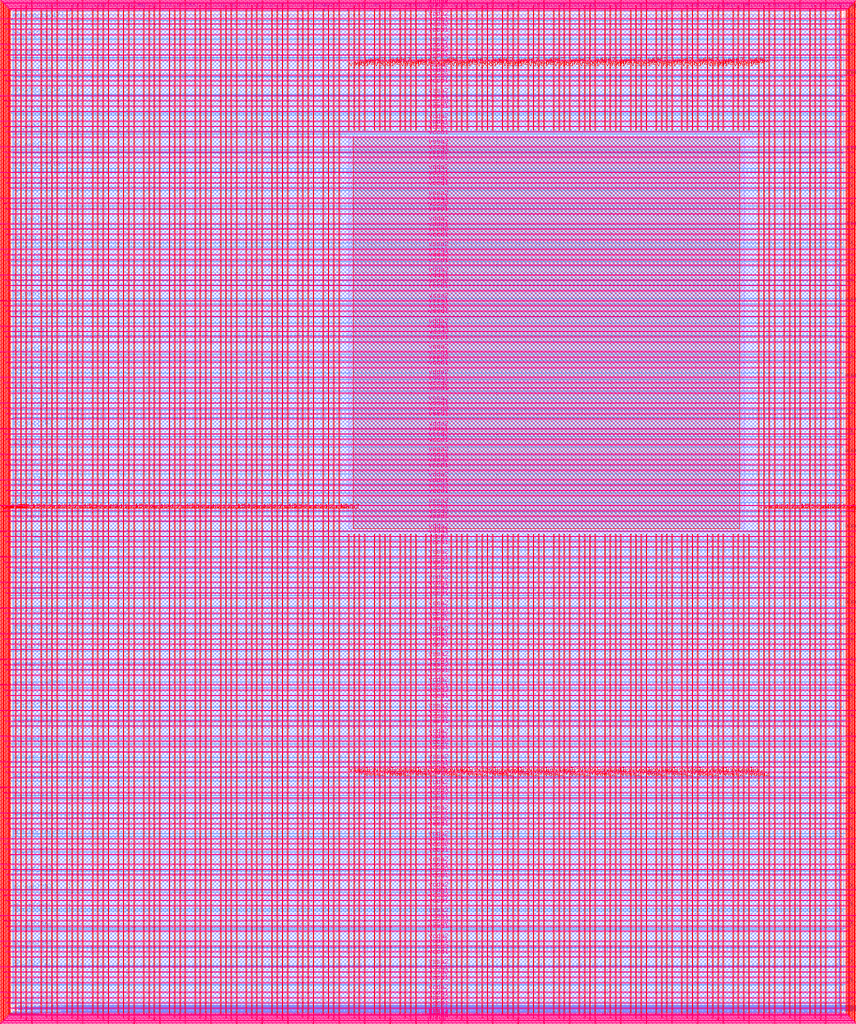
<source format=lef>
VERSION 5.7 ;
  NOWIREEXTENSIONATPIN ON ;
  DIVIDERCHAR "/" ;
  BUSBITCHARS "[]" ;
MACRO user_project_wrapper
  CLASS BLOCK ;
  FOREIGN user_project_wrapper ;
  ORIGIN 0.000 0.000 ;
  SIZE 2920.000 BY 3520.000 ;
  PIN analog_io[0]
    DIRECTION INOUT ;
    USE SIGNAL ;
    PORT
      LAYER met3 ;
        RECT 2917.600 1426.380 2924.800 1427.580 ;
    END
  END analog_io[0]
  PIN analog_io[10]
    DIRECTION INOUT ;
    USE SIGNAL ;
    PORT
      LAYER met2 ;
        RECT 2230.490 3517.600 2231.050 3524.800 ;
    END
  END analog_io[10]
  PIN analog_io[11]
    DIRECTION INOUT ;
    USE SIGNAL ;
    PORT
      LAYER met2 ;
        RECT 1905.730 3517.600 1906.290 3524.800 ;
    END
  END analog_io[11]
  PIN analog_io[12]
    DIRECTION INOUT ;
    USE SIGNAL ;
    PORT
      LAYER met2 ;
        RECT 1581.430 3517.600 1581.990 3524.800 ;
    END
  END analog_io[12]
  PIN analog_io[13]
    DIRECTION INOUT ;
    USE SIGNAL ;
    PORT
      LAYER met2 ;
        RECT 1257.130 3517.600 1257.690 3524.800 ;
    END
  END analog_io[13]
  PIN analog_io[14]
    DIRECTION INOUT ;
    USE SIGNAL ;
    PORT
      LAYER met2 ;
        RECT 932.370 3517.600 932.930 3524.800 ;
    END
  END analog_io[14]
  PIN analog_io[15]
    DIRECTION INOUT ;
    USE SIGNAL ;
    PORT
      LAYER met2 ;
        RECT 608.070 3517.600 608.630 3524.800 ;
    END
  END analog_io[15]
  PIN analog_io[16]
    DIRECTION INOUT ;
    USE SIGNAL ;
    PORT
      LAYER met2 ;
        RECT 283.770 3517.600 284.330 3524.800 ;
    END
  END analog_io[16]
  PIN analog_io[17]
    DIRECTION INOUT ;
    USE SIGNAL ;
    PORT
      LAYER met3 ;
        RECT -4.800 3486.100 2.400 3487.300 ;
    END
  END analog_io[17]
  PIN analog_io[18]
    DIRECTION INOUT ;
    USE SIGNAL ;
    PORT
      LAYER met3 ;
        RECT -4.800 3224.980 2.400 3226.180 ;
    END
  END analog_io[18]
  PIN analog_io[19]
    DIRECTION INOUT ;
    USE SIGNAL ;
    PORT
      LAYER met3 ;
        RECT -4.800 2964.540 2.400 2965.740 ;
    END
  END analog_io[19]
  PIN analog_io[1]
    DIRECTION INOUT ;
    USE SIGNAL ;
    PORT
      LAYER met3 ;
        RECT 2917.600 1692.260 2924.800 1693.460 ;
    END
  END analog_io[1]
  PIN analog_io[20]
    DIRECTION INOUT ;
    USE SIGNAL ;
    PORT
      LAYER met3 ;
        RECT -4.800 2703.420 2.400 2704.620 ;
    END
  END analog_io[20]
  PIN analog_io[21]
    DIRECTION INOUT ;
    USE SIGNAL ;
    PORT
      LAYER met3 ;
        RECT -4.800 2442.980 2.400 2444.180 ;
    END
  END analog_io[21]
  PIN analog_io[22]
    DIRECTION INOUT ;
    USE SIGNAL ;
    PORT
      LAYER met3 ;
        RECT -4.800 2182.540 2.400 2183.740 ;
    END
  END analog_io[22]
  PIN analog_io[23]
    DIRECTION INOUT ;
    USE SIGNAL ;
    PORT
      LAYER met3 ;
        RECT -4.800 1921.420 2.400 1922.620 ;
    END
  END analog_io[23]
  PIN analog_io[24]
    DIRECTION INOUT ;
    USE SIGNAL ;
    PORT
      LAYER met3 ;
        RECT -4.800 1660.980 2.400 1662.180 ;
    END
  END analog_io[24]
  PIN analog_io[25]
    DIRECTION INOUT ;
    USE SIGNAL ;
    PORT
      LAYER met3 ;
        RECT -4.800 1399.860 2.400 1401.060 ;
    END
  END analog_io[25]
  PIN analog_io[26]
    DIRECTION INOUT ;
    USE SIGNAL ;
    PORT
      LAYER met3 ;
        RECT -4.800 1139.420 2.400 1140.620 ;
    END
  END analog_io[26]
  PIN analog_io[27]
    DIRECTION INOUT ;
    USE SIGNAL ;
    PORT
      LAYER met3 ;
        RECT -4.800 878.980 2.400 880.180 ;
    END
  END analog_io[27]
  PIN analog_io[28]
    DIRECTION INOUT ;
    USE SIGNAL ;
    PORT
      LAYER met3 ;
        RECT -4.800 617.860 2.400 619.060 ;
    END
  END analog_io[28]
  PIN analog_io[2]
    DIRECTION INOUT ;
    USE SIGNAL ;
    PORT
      LAYER met3 ;
        RECT 2917.600 1958.140 2924.800 1959.340 ;
    END
  END analog_io[2]
  PIN analog_io[3]
    DIRECTION INOUT ;
    USE SIGNAL ;
    PORT
      LAYER met3 ;
        RECT 2917.600 2223.340 2924.800 2224.540 ;
    END
  END analog_io[3]
  PIN analog_io[4]
    DIRECTION INOUT ;
    USE SIGNAL ;
    PORT
      LAYER met3 ;
        RECT 2917.600 2489.220 2924.800 2490.420 ;
    END
  END analog_io[4]
  PIN analog_io[5]
    DIRECTION INOUT ;
    USE SIGNAL ;
    PORT
      LAYER met3 ;
        RECT 2917.600 2755.100 2924.800 2756.300 ;
    END
  END analog_io[5]
  PIN analog_io[6]
    DIRECTION INOUT ;
    USE SIGNAL ;
    PORT
      LAYER met3 ;
        RECT 2917.600 3020.300 2924.800 3021.500 ;
    END
  END analog_io[6]
  PIN analog_io[7]
    DIRECTION INOUT ;
    USE SIGNAL ;
    PORT
      LAYER met3 ;
        RECT 2917.600 3286.180 2924.800 3287.380 ;
    END
  END analog_io[7]
  PIN analog_io[8]
    DIRECTION INOUT ;
    USE SIGNAL ;
    PORT
      LAYER met2 ;
        RECT 2879.090 3517.600 2879.650 3524.800 ;
    END
  END analog_io[8]
  PIN analog_io[9]
    DIRECTION INOUT ;
    USE SIGNAL ;
    PORT
      LAYER met2 ;
        RECT 2554.790 3517.600 2555.350 3524.800 ;
    END
  END analog_io[9]
  PIN io_in[0]
    DIRECTION INPUT ;
    USE SIGNAL ;
    PORT
      LAYER met3 ;
        RECT 2917.600 32.380 2924.800 33.580 ;
    END
  END io_in[0]
  PIN io_in[10]
    DIRECTION INPUT ;
    USE SIGNAL ;
    PORT
      LAYER met3 ;
        RECT 2917.600 2289.980 2924.800 2291.180 ;
    END
  END io_in[10]
  PIN io_in[11]
    DIRECTION INPUT ;
    USE SIGNAL ;
    PORT
      LAYER met3 ;
        RECT 2917.600 2555.860 2924.800 2557.060 ;
    END
  END io_in[11]
  PIN io_in[12]
    DIRECTION INPUT ;
    USE SIGNAL ;
    PORT
      LAYER met3 ;
        RECT 2917.600 2821.060 2924.800 2822.260 ;
    END
  END io_in[12]
  PIN io_in[13]
    DIRECTION INPUT ;
    USE SIGNAL ;
    PORT
      LAYER met3 ;
        RECT 2917.600 3086.940 2924.800 3088.140 ;
    END
  END io_in[13]
  PIN io_in[14]
    DIRECTION INPUT ;
    USE SIGNAL ;
    PORT
      LAYER met3 ;
        RECT 2917.600 3352.820 2924.800 3354.020 ;
    END
  END io_in[14]
  PIN io_in[15]
    DIRECTION INPUT ;
    USE SIGNAL ;
    PORT
      LAYER met2 ;
        RECT 2798.130 3517.600 2798.690 3524.800 ;
    END
  END io_in[15]
  PIN io_in[16]
    DIRECTION INPUT ;
    USE SIGNAL ;
    PORT
      LAYER met2 ;
        RECT 2473.830 3517.600 2474.390 3524.800 ;
    END
  END io_in[16]
  PIN io_in[17]
    DIRECTION INPUT ;
    USE SIGNAL ;
    PORT
      LAYER met2 ;
        RECT 2149.070 3517.600 2149.630 3524.800 ;
    END
  END io_in[17]
  PIN io_in[18]
    DIRECTION INPUT ;
    USE SIGNAL ;
    PORT
      LAYER met2 ;
        RECT 1824.770 3517.600 1825.330 3524.800 ;
    END
  END io_in[18]
  PIN io_in[19]
    DIRECTION INPUT ;
    USE SIGNAL ;
    PORT
      LAYER met2 ;
        RECT 1500.470 3517.600 1501.030 3524.800 ;
    END
  END io_in[19]
  PIN io_in[1]
    DIRECTION INPUT ;
    USE SIGNAL ;
    PORT
      LAYER met3 ;
        RECT 2917.600 230.940 2924.800 232.140 ;
    END
  END io_in[1]
  PIN io_in[20]
    DIRECTION INPUT ;
    USE SIGNAL ;
    PORT
      LAYER met2 ;
        RECT 1175.710 3517.600 1176.270 3524.800 ;
    END
  END io_in[20]
  PIN io_in[21]
    DIRECTION INPUT ;
    USE SIGNAL ;
    PORT
      LAYER met2 ;
        RECT 851.410 3517.600 851.970 3524.800 ;
    END
  END io_in[21]
  PIN io_in[22]
    DIRECTION INPUT ;
    USE SIGNAL ;
    PORT
      LAYER met2 ;
        RECT 527.110 3517.600 527.670 3524.800 ;
    END
  END io_in[22]
  PIN io_in[23]
    DIRECTION INPUT ;
    USE SIGNAL ;
    PORT
      LAYER met2 ;
        RECT 202.350 3517.600 202.910 3524.800 ;
    END
  END io_in[23]
  PIN io_in[24]
    DIRECTION INPUT ;
    USE SIGNAL ;
    PORT
      LAYER met3 ;
        RECT -4.800 3420.820 2.400 3422.020 ;
    END
  END io_in[24]
  PIN io_in[25]
    DIRECTION INPUT ;
    USE SIGNAL ;
    PORT
      LAYER met3 ;
        RECT -4.800 3159.700 2.400 3160.900 ;
    END
  END io_in[25]
  PIN io_in[26]
    DIRECTION INPUT ;
    USE SIGNAL ;
    PORT
      LAYER met3 ;
        RECT -4.800 2899.260 2.400 2900.460 ;
    END
  END io_in[26]
  PIN io_in[27]
    DIRECTION INPUT ;
    USE SIGNAL ;
    PORT
      LAYER met3 ;
        RECT -4.800 2638.820 2.400 2640.020 ;
    END
  END io_in[27]
  PIN io_in[28]
    DIRECTION INPUT ;
    USE SIGNAL ;
    PORT
      LAYER met3 ;
        RECT -4.800 2377.700 2.400 2378.900 ;
    END
  END io_in[28]
  PIN io_in[29]
    DIRECTION INPUT ;
    USE SIGNAL ;
    PORT
      LAYER met3 ;
        RECT -4.800 2117.260 2.400 2118.460 ;
    END
  END io_in[29]
  PIN io_in[2]
    DIRECTION INPUT ;
    USE SIGNAL ;
    PORT
      LAYER met3 ;
        RECT 2917.600 430.180 2924.800 431.380 ;
    END
  END io_in[2]
  PIN io_in[30]
    DIRECTION INPUT ;
    USE SIGNAL ;
    PORT
      LAYER met3 ;
        RECT -4.800 1856.140 2.400 1857.340 ;
    END
  END io_in[30]
  PIN io_in[31]
    DIRECTION INPUT ;
    USE SIGNAL ;
    PORT
      LAYER met3 ;
        RECT -4.800 1595.700 2.400 1596.900 ;
    END
  END io_in[31]
  PIN io_in[32]
    DIRECTION INPUT ;
    USE SIGNAL ;
    PORT
      LAYER met3 ;
        RECT -4.800 1335.260 2.400 1336.460 ;
    END
  END io_in[32]
  PIN io_in[33]
    DIRECTION INPUT ;
    USE SIGNAL ;
    PORT
      LAYER met3 ;
        RECT -4.800 1074.140 2.400 1075.340 ;
    END
  END io_in[33]
  PIN io_in[34]
    DIRECTION INPUT ;
    USE SIGNAL ;
    PORT
      LAYER met3 ;
        RECT -4.800 813.700 2.400 814.900 ;
    END
  END io_in[34]
  PIN io_in[35]
    DIRECTION INPUT ;
    USE SIGNAL ;
    PORT
      LAYER met3 ;
        RECT -4.800 552.580 2.400 553.780 ;
    END
  END io_in[35]
  PIN io_in[36]
    DIRECTION INPUT ;
    USE SIGNAL ;
    PORT
      LAYER met3 ;
        RECT -4.800 357.420 2.400 358.620 ;
    END
  END io_in[36]
  PIN io_in[37]
    DIRECTION INPUT ;
    USE SIGNAL ;
    PORT
      LAYER met3 ;
        RECT -4.800 161.580 2.400 162.780 ;
    END
  END io_in[37]
  PIN io_in[3]
    DIRECTION INPUT ;
    USE SIGNAL ;
    PORT
      LAYER met3 ;
        RECT 2917.600 629.420 2924.800 630.620 ;
    END
  END io_in[3]
  PIN io_in[4]
    DIRECTION INPUT ;
    USE SIGNAL ;
    PORT
      LAYER met3 ;
        RECT 2917.600 828.660 2924.800 829.860 ;
    END
  END io_in[4]
  PIN io_in[5]
    DIRECTION INPUT ;
    USE SIGNAL ;
    PORT
      LAYER met3 ;
        RECT 2917.600 1027.900 2924.800 1029.100 ;
    END
  END io_in[5]
  PIN io_in[6]
    DIRECTION INPUT ;
    USE SIGNAL ;
    PORT
      LAYER met3 ;
        RECT 2917.600 1227.140 2924.800 1228.340 ;
    END
  END io_in[6]
  PIN io_in[7]
    DIRECTION INPUT ;
    USE SIGNAL ;
    PORT
      LAYER met3 ;
        RECT 2917.600 1493.020 2924.800 1494.220 ;
    END
  END io_in[7]
  PIN io_in[8]
    DIRECTION INPUT ;
    USE SIGNAL ;
    PORT
      LAYER met3 ;
        RECT 2917.600 1758.900 2924.800 1760.100 ;
    END
  END io_in[8]
  PIN io_in[9]
    DIRECTION INPUT ;
    USE SIGNAL ;
    PORT
      LAYER met3 ;
        RECT 2917.600 2024.100 2924.800 2025.300 ;
    END
  END io_in[9]
  PIN io_oeb[0]
    DIRECTION OUTPUT TRISTATE ;
    USE SIGNAL ;
    PORT
      LAYER met3 ;
        RECT 2917.600 164.980 2924.800 166.180 ;
    END
  END io_oeb[0]
  PIN io_oeb[10]
    DIRECTION OUTPUT TRISTATE ;
    USE SIGNAL ;
    PORT
      LAYER met3 ;
        RECT 2917.600 2422.580 2924.800 2423.780 ;
    END
  END io_oeb[10]
  PIN io_oeb[11]
    DIRECTION OUTPUT TRISTATE ;
    USE SIGNAL ;
    PORT
      LAYER met3 ;
        RECT 2917.600 2688.460 2924.800 2689.660 ;
    END
  END io_oeb[11]
  PIN io_oeb[12]
    DIRECTION OUTPUT TRISTATE ;
    USE SIGNAL ;
    PORT
      LAYER met3 ;
        RECT 2917.600 2954.340 2924.800 2955.540 ;
    END
  END io_oeb[12]
  PIN io_oeb[13]
    DIRECTION OUTPUT TRISTATE ;
    USE SIGNAL ;
    PORT
      LAYER met3 ;
        RECT 2917.600 3219.540 2924.800 3220.740 ;
    END
  END io_oeb[13]
  PIN io_oeb[14]
    DIRECTION OUTPUT TRISTATE ;
    USE SIGNAL ;
    PORT
      LAYER met3 ;
        RECT 2917.600 3485.420 2924.800 3486.620 ;
    END
  END io_oeb[14]
  PIN io_oeb[15]
    DIRECTION OUTPUT TRISTATE ;
    USE SIGNAL ;
    PORT
      LAYER met2 ;
        RECT 2635.750 3517.600 2636.310 3524.800 ;
    END
  END io_oeb[15]
  PIN io_oeb[16]
    DIRECTION OUTPUT TRISTATE ;
    USE SIGNAL ;
    PORT
      LAYER met2 ;
        RECT 2311.450 3517.600 2312.010 3524.800 ;
    END
  END io_oeb[16]
  PIN io_oeb[17]
    DIRECTION OUTPUT TRISTATE ;
    USE SIGNAL ;
    PORT
      LAYER met2 ;
        RECT 1987.150 3517.600 1987.710 3524.800 ;
    END
  END io_oeb[17]
  PIN io_oeb[18]
    DIRECTION OUTPUT TRISTATE ;
    USE SIGNAL ;
    PORT
      LAYER met2 ;
        RECT 1662.390 3517.600 1662.950 3524.800 ;
    END
  END io_oeb[18]
  PIN io_oeb[19]
    DIRECTION OUTPUT TRISTATE ;
    USE SIGNAL ;
    PORT
      LAYER met2 ;
        RECT 1338.090 3517.600 1338.650 3524.800 ;
    END
  END io_oeb[19]
  PIN io_oeb[1]
    DIRECTION OUTPUT TRISTATE ;
    USE SIGNAL ;
    PORT
      LAYER met3 ;
        RECT 2917.600 364.220 2924.800 365.420 ;
    END
  END io_oeb[1]
  PIN io_oeb[20]
    DIRECTION OUTPUT TRISTATE ;
    USE SIGNAL ;
    PORT
      LAYER met2 ;
        RECT 1013.790 3517.600 1014.350 3524.800 ;
    END
  END io_oeb[20]
  PIN io_oeb[21]
    DIRECTION OUTPUT TRISTATE ;
    USE SIGNAL ;
    PORT
      LAYER met2 ;
        RECT 689.030 3517.600 689.590 3524.800 ;
    END
  END io_oeb[21]
  PIN io_oeb[22]
    DIRECTION OUTPUT TRISTATE ;
    USE SIGNAL ;
    PORT
      LAYER met2 ;
        RECT 364.730 3517.600 365.290 3524.800 ;
    END
  END io_oeb[22]
  PIN io_oeb[23]
    DIRECTION OUTPUT TRISTATE ;
    USE SIGNAL ;
    PORT
      LAYER met2 ;
        RECT 40.430 3517.600 40.990 3524.800 ;
    END
  END io_oeb[23]
  PIN io_oeb[24]
    DIRECTION OUTPUT TRISTATE ;
    USE SIGNAL ;
    PORT
      LAYER met3 ;
        RECT -4.800 3290.260 2.400 3291.460 ;
    END
  END io_oeb[24]
  PIN io_oeb[25]
    DIRECTION OUTPUT TRISTATE ;
    USE SIGNAL ;
    PORT
      LAYER met3 ;
        RECT -4.800 3029.820 2.400 3031.020 ;
    END
  END io_oeb[25]
  PIN io_oeb[26]
    DIRECTION OUTPUT TRISTATE ;
    USE SIGNAL ;
    PORT
      LAYER met3 ;
        RECT -4.800 2768.700 2.400 2769.900 ;
    END
  END io_oeb[26]
  PIN io_oeb[27]
    DIRECTION OUTPUT TRISTATE ;
    USE SIGNAL ;
    PORT
      LAYER met3 ;
        RECT -4.800 2508.260 2.400 2509.460 ;
    END
  END io_oeb[27]
  PIN io_oeb[28]
    DIRECTION OUTPUT TRISTATE ;
    USE SIGNAL ;
    PORT
      LAYER met3 ;
        RECT -4.800 2247.140 2.400 2248.340 ;
    END
  END io_oeb[28]
  PIN io_oeb[29]
    DIRECTION OUTPUT TRISTATE ;
    USE SIGNAL ;
    PORT
      LAYER met3 ;
        RECT -4.800 1986.700 2.400 1987.900 ;
    END
  END io_oeb[29]
  PIN io_oeb[2]
    DIRECTION OUTPUT TRISTATE ;
    USE SIGNAL ;
    PORT
      LAYER met3 ;
        RECT 2917.600 563.460 2924.800 564.660 ;
    END
  END io_oeb[2]
  PIN io_oeb[30]
    DIRECTION OUTPUT TRISTATE ;
    USE SIGNAL ;
    PORT
      LAYER met3 ;
        RECT -4.800 1726.260 2.400 1727.460 ;
    END
  END io_oeb[30]
  PIN io_oeb[31]
    DIRECTION OUTPUT TRISTATE ;
    USE SIGNAL ;
    PORT
      LAYER met3 ;
        RECT -4.800 1465.140 2.400 1466.340 ;
    END
  END io_oeb[31]
  PIN io_oeb[32]
    DIRECTION OUTPUT TRISTATE ;
    USE SIGNAL ;
    PORT
      LAYER met3 ;
        RECT -4.800 1204.700 2.400 1205.900 ;
    END
  END io_oeb[32]
  PIN io_oeb[33]
    DIRECTION OUTPUT TRISTATE ;
    USE SIGNAL ;
    PORT
      LAYER met3 ;
        RECT -4.800 943.580 2.400 944.780 ;
    END
  END io_oeb[33]
  PIN io_oeb[34]
    DIRECTION OUTPUT TRISTATE ;
    USE SIGNAL ;
    PORT
      LAYER met3 ;
        RECT -4.800 683.140 2.400 684.340 ;
    END
  END io_oeb[34]
  PIN io_oeb[35]
    DIRECTION OUTPUT TRISTATE ;
    USE SIGNAL ;
    PORT
      LAYER met3 ;
        RECT -4.800 422.700 2.400 423.900 ;
    END
  END io_oeb[35]
  PIN io_oeb[36]
    DIRECTION OUTPUT TRISTATE ;
    USE SIGNAL ;
    PORT
      LAYER met3 ;
        RECT -4.800 226.860 2.400 228.060 ;
    END
  END io_oeb[36]
  PIN io_oeb[37]
    DIRECTION OUTPUT TRISTATE ;
    USE SIGNAL ;
    PORT
      LAYER met3 ;
        RECT -4.800 31.700 2.400 32.900 ;
    END
  END io_oeb[37]
  PIN io_oeb[3]
    DIRECTION OUTPUT TRISTATE ;
    USE SIGNAL ;
    PORT
      LAYER met3 ;
        RECT 2917.600 762.700 2924.800 763.900 ;
    END
  END io_oeb[3]
  PIN io_oeb[4]
    DIRECTION OUTPUT TRISTATE ;
    USE SIGNAL ;
    PORT
      LAYER met3 ;
        RECT 2917.600 961.940 2924.800 963.140 ;
    END
  END io_oeb[4]
  PIN io_oeb[5]
    DIRECTION OUTPUT TRISTATE ;
    USE SIGNAL ;
    PORT
      LAYER met3 ;
        RECT 2917.600 1161.180 2924.800 1162.380 ;
    END
  END io_oeb[5]
  PIN io_oeb[6]
    DIRECTION OUTPUT TRISTATE ;
    USE SIGNAL ;
    PORT
      LAYER met3 ;
        RECT 2917.600 1360.420 2924.800 1361.620 ;
    END
  END io_oeb[6]
  PIN io_oeb[7]
    DIRECTION OUTPUT TRISTATE ;
    USE SIGNAL ;
    PORT
      LAYER met3 ;
        RECT 2917.600 1625.620 2924.800 1626.820 ;
    END
  END io_oeb[7]
  PIN io_oeb[8]
    DIRECTION OUTPUT TRISTATE ;
    USE SIGNAL ;
    PORT
      LAYER met3 ;
        RECT 2917.600 1891.500 2924.800 1892.700 ;
    END
  END io_oeb[8]
  PIN io_oeb[9]
    DIRECTION OUTPUT TRISTATE ;
    USE SIGNAL ;
    PORT
      LAYER met3 ;
        RECT 2917.600 2157.380 2924.800 2158.580 ;
    END
  END io_oeb[9]
  PIN io_out[0]
    DIRECTION OUTPUT TRISTATE ;
    USE SIGNAL ;
    PORT
      LAYER met3 ;
        RECT 2917.600 98.340 2924.800 99.540 ;
    END
  END io_out[0]
  PIN io_out[10]
    DIRECTION OUTPUT TRISTATE ;
    USE SIGNAL ;
    PORT
      LAYER met3 ;
        RECT 2917.600 2356.620 2924.800 2357.820 ;
    END
  END io_out[10]
  PIN io_out[11]
    DIRECTION OUTPUT TRISTATE ;
    USE SIGNAL ;
    PORT
      LAYER met3 ;
        RECT 2917.600 2621.820 2924.800 2623.020 ;
    END
  END io_out[11]
  PIN io_out[12]
    DIRECTION OUTPUT TRISTATE ;
    USE SIGNAL ;
    PORT
      LAYER met3 ;
        RECT 2917.600 2887.700 2924.800 2888.900 ;
    END
  END io_out[12]
  PIN io_out[13]
    DIRECTION OUTPUT TRISTATE ;
    USE SIGNAL ;
    PORT
      LAYER met3 ;
        RECT 2917.600 3153.580 2924.800 3154.780 ;
    END
  END io_out[13]
  PIN io_out[14]
    DIRECTION OUTPUT TRISTATE ;
    USE SIGNAL ;
    PORT
      LAYER met3 ;
        RECT 2917.600 3418.780 2924.800 3419.980 ;
    END
  END io_out[14]
  PIN io_out[15]
    DIRECTION OUTPUT TRISTATE ;
    USE SIGNAL ;
    PORT
      LAYER met2 ;
        RECT 2717.170 3517.600 2717.730 3524.800 ;
    END
  END io_out[15]
  PIN io_out[16]
    DIRECTION OUTPUT TRISTATE ;
    USE SIGNAL ;
    PORT
      LAYER met2 ;
        RECT 2392.410 3517.600 2392.970 3524.800 ;
    END
  END io_out[16]
  PIN io_out[17]
    DIRECTION OUTPUT TRISTATE ;
    USE SIGNAL ;
    PORT
      LAYER met2 ;
        RECT 2068.110 3517.600 2068.670 3524.800 ;
    END
  END io_out[17]
  PIN io_out[18]
    DIRECTION OUTPUT TRISTATE ;
    USE SIGNAL ;
    PORT
      LAYER met2 ;
        RECT 1743.810 3517.600 1744.370 3524.800 ;
    END
  END io_out[18]
  PIN io_out[19]
    DIRECTION OUTPUT TRISTATE ;
    USE SIGNAL ;
    PORT
      LAYER met2 ;
        RECT 1419.050 3517.600 1419.610 3524.800 ;
    END
  END io_out[19]
  PIN io_out[1]
    DIRECTION OUTPUT TRISTATE ;
    USE SIGNAL ;
    PORT
      LAYER met3 ;
        RECT 2917.600 297.580 2924.800 298.780 ;
    END
  END io_out[1]
  PIN io_out[20]
    DIRECTION OUTPUT TRISTATE ;
    USE SIGNAL ;
    PORT
      LAYER met2 ;
        RECT 1094.750 3517.600 1095.310 3524.800 ;
    END
  END io_out[20]
  PIN io_out[21]
    DIRECTION OUTPUT TRISTATE ;
    USE SIGNAL ;
    PORT
      LAYER met2 ;
        RECT 770.450 3517.600 771.010 3524.800 ;
    END
  END io_out[21]
  PIN io_out[22]
    DIRECTION OUTPUT TRISTATE ;
    USE SIGNAL ;
    PORT
      LAYER met2 ;
        RECT 445.690 3517.600 446.250 3524.800 ;
    END
  END io_out[22]
  PIN io_out[23]
    DIRECTION OUTPUT TRISTATE ;
    USE SIGNAL ;
    PORT
      LAYER met2 ;
        RECT 121.390 3517.600 121.950 3524.800 ;
    END
  END io_out[23]
  PIN io_out[24]
    DIRECTION OUTPUT TRISTATE ;
    USE SIGNAL ;
    PORT
      LAYER met3 ;
        RECT -4.800 3355.540 2.400 3356.740 ;
    END
  END io_out[24]
  PIN io_out[25]
    DIRECTION OUTPUT TRISTATE ;
    USE SIGNAL ;
    PORT
      LAYER met3 ;
        RECT -4.800 3095.100 2.400 3096.300 ;
    END
  END io_out[25]
  PIN io_out[26]
    DIRECTION OUTPUT TRISTATE ;
    USE SIGNAL ;
    PORT
      LAYER met3 ;
        RECT -4.800 2833.980 2.400 2835.180 ;
    END
  END io_out[26]
  PIN io_out[27]
    DIRECTION OUTPUT TRISTATE ;
    USE SIGNAL ;
    PORT
      LAYER met3 ;
        RECT -4.800 2573.540 2.400 2574.740 ;
    END
  END io_out[27]
  PIN io_out[28]
    DIRECTION OUTPUT TRISTATE ;
    USE SIGNAL ;
    PORT
      LAYER met3 ;
        RECT -4.800 2312.420 2.400 2313.620 ;
    END
  END io_out[28]
  PIN io_out[29]
    DIRECTION OUTPUT TRISTATE ;
    USE SIGNAL ;
    PORT
      LAYER met3 ;
        RECT -4.800 2051.980 2.400 2053.180 ;
    END
  END io_out[29]
  PIN io_out[2]
    DIRECTION OUTPUT TRISTATE ;
    USE SIGNAL ;
    PORT
      LAYER met3 ;
        RECT 2917.600 496.820 2924.800 498.020 ;
    END
  END io_out[2]
  PIN io_out[30]
    DIRECTION OUTPUT TRISTATE ;
    USE SIGNAL ;
    PORT
      LAYER met3 ;
        RECT -4.800 1791.540 2.400 1792.740 ;
    END
  END io_out[30]
  PIN io_out[31]
    DIRECTION OUTPUT TRISTATE ;
    USE SIGNAL ;
    PORT
      LAYER met3 ;
        RECT -4.800 1530.420 2.400 1531.620 ;
    END
  END io_out[31]
  PIN io_out[32]
    DIRECTION OUTPUT TRISTATE ;
    USE SIGNAL ;
    PORT
      LAYER met3 ;
        RECT -4.800 1269.980 2.400 1271.180 ;
    END
  END io_out[32]
  PIN io_out[33]
    DIRECTION OUTPUT TRISTATE ;
    USE SIGNAL ;
    PORT
      LAYER met3 ;
        RECT -4.800 1008.860 2.400 1010.060 ;
    END
  END io_out[33]
  PIN io_out[34]
    DIRECTION OUTPUT TRISTATE ;
    USE SIGNAL ;
    PORT
      LAYER met3 ;
        RECT -4.800 748.420 2.400 749.620 ;
    END
  END io_out[34]
  PIN io_out[35]
    DIRECTION OUTPUT TRISTATE ;
    USE SIGNAL ;
    PORT
      LAYER met3 ;
        RECT -4.800 487.300 2.400 488.500 ;
    END
  END io_out[35]
  PIN io_out[36]
    DIRECTION OUTPUT TRISTATE ;
    USE SIGNAL ;
    PORT
      LAYER met3 ;
        RECT -4.800 292.140 2.400 293.340 ;
    END
  END io_out[36]
  PIN io_out[37]
    DIRECTION OUTPUT TRISTATE ;
    USE SIGNAL ;
    PORT
      LAYER met3 ;
        RECT -4.800 96.300 2.400 97.500 ;
    END
  END io_out[37]
  PIN io_out[3]
    DIRECTION OUTPUT TRISTATE ;
    USE SIGNAL ;
    PORT
      LAYER met3 ;
        RECT 2917.600 696.060 2924.800 697.260 ;
    END
  END io_out[3]
  PIN io_out[4]
    DIRECTION OUTPUT TRISTATE ;
    USE SIGNAL ;
    PORT
      LAYER met3 ;
        RECT 2917.600 895.300 2924.800 896.500 ;
    END
  END io_out[4]
  PIN io_out[5]
    DIRECTION OUTPUT TRISTATE ;
    USE SIGNAL ;
    PORT
      LAYER met3 ;
        RECT 2917.600 1094.540 2924.800 1095.740 ;
    END
  END io_out[5]
  PIN io_out[6]
    DIRECTION OUTPUT TRISTATE ;
    USE SIGNAL ;
    PORT
      LAYER met3 ;
        RECT 2917.600 1293.780 2924.800 1294.980 ;
    END
  END io_out[6]
  PIN io_out[7]
    DIRECTION OUTPUT TRISTATE ;
    USE SIGNAL ;
    PORT
      LAYER met3 ;
        RECT 2917.600 1559.660 2924.800 1560.860 ;
    END
  END io_out[7]
  PIN io_out[8]
    DIRECTION OUTPUT TRISTATE ;
    USE SIGNAL ;
    PORT
      LAYER met3 ;
        RECT 2917.600 1824.860 2924.800 1826.060 ;
    END
  END io_out[8]
  PIN io_out[9]
    DIRECTION OUTPUT TRISTATE ;
    USE SIGNAL ;
    PORT
      LAYER met3 ;
        RECT 2917.600 2090.740 2924.800 2091.940 ;
    END
  END io_out[9]
  PIN la_data_in[0]
    DIRECTION INPUT ;
    USE SIGNAL ;
    PORT
      LAYER met2 ;
        RECT 629.230 -4.800 629.790 2.400 ;
    END
  END la_data_in[0]
  PIN la_data_in[100]
    DIRECTION INPUT ;
    USE SIGNAL ;
    PORT
      LAYER met2 ;
        RECT 2402.530 -4.800 2403.090 2.400 ;
    END
  END la_data_in[100]
  PIN la_data_in[101]
    DIRECTION INPUT ;
    USE SIGNAL ;
    PORT
      LAYER met2 ;
        RECT 2420.010 -4.800 2420.570 2.400 ;
    END
  END la_data_in[101]
  PIN la_data_in[102]
    DIRECTION INPUT ;
    USE SIGNAL ;
    PORT
      LAYER met2 ;
        RECT 2437.950 -4.800 2438.510 2.400 ;
    END
  END la_data_in[102]
  PIN la_data_in[103]
    DIRECTION INPUT ;
    USE SIGNAL ;
    PORT
      LAYER met2 ;
        RECT 2455.430 -4.800 2455.990 2.400 ;
    END
  END la_data_in[103]
  PIN la_data_in[104]
    DIRECTION INPUT ;
    USE SIGNAL ;
    PORT
      LAYER met2 ;
        RECT 2473.370 -4.800 2473.930 2.400 ;
    END
  END la_data_in[104]
  PIN la_data_in[105]
    DIRECTION INPUT ;
    USE SIGNAL ;
    PORT
      LAYER met2 ;
        RECT 2490.850 -4.800 2491.410 2.400 ;
    END
  END la_data_in[105]
  PIN la_data_in[106]
    DIRECTION INPUT ;
    USE SIGNAL ;
    PORT
      LAYER met2 ;
        RECT 2508.790 -4.800 2509.350 2.400 ;
    END
  END la_data_in[106]
  PIN la_data_in[107]
    DIRECTION INPUT ;
    USE SIGNAL ;
    PORT
      LAYER met2 ;
        RECT 2526.730 -4.800 2527.290 2.400 ;
    END
  END la_data_in[107]
  PIN la_data_in[108]
    DIRECTION INPUT ;
    USE SIGNAL ;
    PORT
      LAYER met2 ;
        RECT 2544.210 -4.800 2544.770 2.400 ;
    END
  END la_data_in[108]
  PIN la_data_in[109]
    DIRECTION INPUT ;
    USE SIGNAL ;
    PORT
      LAYER met2 ;
        RECT 2562.150 -4.800 2562.710 2.400 ;
    END
  END la_data_in[109]
  PIN la_data_in[10]
    DIRECTION INPUT ;
    USE SIGNAL ;
    PORT
      LAYER met2 ;
        RECT 806.330 -4.800 806.890 2.400 ;
    END
  END la_data_in[10]
  PIN la_data_in[110]
    DIRECTION INPUT ;
    USE SIGNAL ;
    PORT
      LAYER met2 ;
        RECT 2579.630 -4.800 2580.190 2.400 ;
    END
  END la_data_in[110]
  PIN la_data_in[111]
    DIRECTION INPUT ;
    USE SIGNAL ;
    PORT
      LAYER met2 ;
        RECT 2597.570 -4.800 2598.130 2.400 ;
    END
  END la_data_in[111]
  PIN la_data_in[112]
    DIRECTION INPUT ;
    USE SIGNAL ;
    PORT
      LAYER met2 ;
        RECT 2615.050 -4.800 2615.610 2.400 ;
    END
  END la_data_in[112]
  PIN la_data_in[113]
    DIRECTION INPUT ;
    USE SIGNAL ;
    PORT
      LAYER met2 ;
        RECT 2632.990 -4.800 2633.550 2.400 ;
    END
  END la_data_in[113]
  PIN la_data_in[114]
    DIRECTION INPUT ;
    USE SIGNAL ;
    PORT
      LAYER met2 ;
        RECT 2650.470 -4.800 2651.030 2.400 ;
    END
  END la_data_in[114]
  PIN la_data_in[115]
    DIRECTION INPUT ;
    USE SIGNAL ;
    PORT
      LAYER met2 ;
        RECT 2668.410 -4.800 2668.970 2.400 ;
    END
  END la_data_in[115]
  PIN la_data_in[116]
    DIRECTION INPUT ;
    USE SIGNAL ;
    PORT
      LAYER met2 ;
        RECT 2685.890 -4.800 2686.450 2.400 ;
    END
  END la_data_in[116]
  PIN la_data_in[117]
    DIRECTION INPUT ;
    USE SIGNAL ;
    PORT
      LAYER met2 ;
        RECT 2703.830 -4.800 2704.390 2.400 ;
    END
  END la_data_in[117]
  PIN la_data_in[118]
    DIRECTION INPUT ;
    USE SIGNAL ;
    PORT
      LAYER met2 ;
        RECT 2721.770 -4.800 2722.330 2.400 ;
    END
  END la_data_in[118]
  PIN la_data_in[119]
    DIRECTION INPUT ;
    USE SIGNAL ;
    PORT
      LAYER met2 ;
        RECT 2739.250 -4.800 2739.810 2.400 ;
    END
  END la_data_in[119]
  PIN la_data_in[11]
    DIRECTION INPUT ;
    USE SIGNAL ;
    PORT
      LAYER met2 ;
        RECT 824.270 -4.800 824.830 2.400 ;
    END
  END la_data_in[11]
  PIN la_data_in[120]
    DIRECTION INPUT ;
    USE SIGNAL ;
    PORT
      LAYER met2 ;
        RECT 2757.190 -4.800 2757.750 2.400 ;
    END
  END la_data_in[120]
  PIN la_data_in[121]
    DIRECTION INPUT ;
    USE SIGNAL ;
    PORT
      LAYER met2 ;
        RECT 2774.670 -4.800 2775.230 2.400 ;
    END
  END la_data_in[121]
  PIN la_data_in[122]
    DIRECTION INPUT ;
    USE SIGNAL ;
    PORT
      LAYER met2 ;
        RECT 2792.610 -4.800 2793.170 2.400 ;
    END
  END la_data_in[122]
  PIN la_data_in[123]
    DIRECTION INPUT ;
    USE SIGNAL ;
    PORT
      LAYER met2 ;
        RECT 2810.090 -4.800 2810.650 2.400 ;
    END
  END la_data_in[123]
  PIN la_data_in[124]
    DIRECTION INPUT ;
    USE SIGNAL ;
    PORT
      LAYER met2 ;
        RECT 2828.030 -4.800 2828.590 2.400 ;
    END
  END la_data_in[124]
  PIN la_data_in[125]
    DIRECTION INPUT ;
    USE SIGNAL ;
    PORT
      LAYER met2 ;
        RECT 2845.510 -4.800 2846.070 2.400 ;
    END
  END la_data_in[125]
  PIN la_data_in[126]
    DIRECTION INPUT ;
    USE SIGNAL ;
    PORT
      LAYER met2 ;
        RECT 2863.450 -4.800 2864.010 2.400 ;
    END
  END la_data_in[126]
  PIN la_data_in[127]
    DIRECTION INPUT ;
    USE SIGNAL ;
    PORT
      LAYER met2 ;
        RECT 2881.390 -4.800 2881.950 2.400 ;
    END
  END la_data_in[127]
  PIN la_data_in[12]
    DIRECTION INPUT ;
    USE SIGNAL ;
    PORT
      LAYER met2 ;
        RECT 841.750 -4.800 842.310 2.400 ;
    END
  END la_data_in[12]
  PIN la_data_in[13]
    DIRECTION INPUT ;
    USE SIGNAL ;
    PORT
      LAYER met2 ;
        RECT 859.690 -4.800 860.250 2.400 ;
    END
  END la_data_in[13]
  PIN la_data_in[14]
    DIRECTION INPUT ;
    USE SIGNAL ;
    PORT
      LAYER met2 ;
        RECT 877.170 -4.800 877.730 2.400 ;
    END
  END la_data_in[14]
  PIN la_data_in[15]
    DIRECTION INPUT ;
    USE SIGNAL ;
    PORT
      LAYER met2 ;
        RECT 895.110 -4.800 895.670 2.400 ;
    END
  END la_data_in[15]
  PIN la_data_in[16]
    DIRECTION INPUT ;
    USE SIGNAL ;
    PORT
      LAYER met2 ;
        RECT 912.590 -4.800 913.150 2.400 ;
    END
  END la_data_in[16]
  PIN la_data_in[17]
    DIRECTION INPUT ;
    USE SIGNAL ;
    PORT
      LAYER met2 ;
        RECT 930.530 -4.800 931.090 2.400 ;
    END
  END la_data_in[17]
  PIN la_data_in[18]
    DIRECTION INPUT ;
    USE SIGNAL ;
    PORT
      LAYER met2 ;
        RECT 948.470 -4.800 949.030 2.400 ;
    END
  END la_data_in[18]
  PIN la_data_in[19]
    DIRECTION INPUT ;
    USE SIGNAL ;
    PORT
      LAYER met2 ;
        RECT 965.950 -4.800 966.510 2.400 ;
    END
  END la_data_in[19]
  PIN la_data_in[1]
    DIRECTION INPUT ;
    USE SIGNAL ;
    PORT
      LAYER met2 ;
        RECT 646.710 -4.800 647.270 2.400 ;
    END
  END la_data_in[1]
  PIN la_data_in[20]
    DIRECTION INPUT ;
    USE SIGNAL ;
    PORT
      LAYER met2 ;
        RECT 983.890 -4.800 984.450 2.400 ;
    END
  END la_data_in[20]
  PIN la_data_in[21]
    DIRECTION INPUT ;
    USE SIGNAL ;
    PORT
      LAYER met2 ;
        RECT 1001.370 -4.800 1001.930 2.400 ;
    END
  END la_data_in[21]
  PIN la_data_in[22]
    DIRECTION INPUT ;
    USE SIGNAL ;
    PORT
      LAYER met2 ;
        RECT 1019.310 -4.800 1019.870 2.400 ;
    END
  END la_data_in[22]
  PIN la_data_in[23]
    DIRECTION INPUT ;
    USE SIGNAL ;
    PORT
      LAYER met2 ;
        RECT 1036.790 -4.800 1037.350 2.400 ;
    END
  END la_data_in[23]
  PIN la_data_in[24]
    DIRECTION INPUT ;
    USE SIGNAL ;
    PORT
      LAYER met2 ;
        RECT 1054.730 -4.800 1055.290 2.400 ;
    END
  END la_data_in[24]
  PIN la_data_in[25]
    DIRECTION INPUT ;
    USE SIGNAL ;
    PORT
      LAYER met2 ;
        RECT 1072.210 -4.800 1072.770 2.400 ;
    END
  END la_data_in[25]
  PIN la_data_in[26]
    DIRECTION INPUT ;
    USE SIGNAL ;
    PORT
      LAYER met2 ;
        RECT 1090.150 -4.800 1090.710 2.400 ;
    END
  END la_data_in[26]
  PIN la_data_in[27]
    DIRECTION INPUT ;
    USE SIGNAL ;
    PORT
      LAYER met2 ;
        RECT 1107.630 -4.800 1108.190 2.400 ;
    END
  END la_data_in[27]
  PIN la_data_in[28]
    DIRECTION INPUT ;
    USE SIGNAL ;
    PORT
      LAYER met2 ;
        RECT 1125.570 -4.800 1126.130 2.400 ;
    END
  END la_data_in[28]
  PIN la_data_in[29]
    DIRECTION INPUT ;
    USE SIGNAL ;
    PORT
      LAYER met2 ;
        RECT 1143.510 -4.800 1144.070 2.400 ;
    END
  END la_data_in[29]
  PIN la_data_in[2]
    DIRECTION INPUT ;
    USE SIGNAL ;
    PORT
      LAYER met2 ;
        RECT 664.650 -4.800 665.210 2.400 ;
    END
  END la_data_in[2]
  PIN la_data_in[30]
    DIRECTION INPUT ;
    USE SIGNAL ;
    PORT
      LAYER met2 ;
        RECT 1160.990 -4.800 1161.550 2.400 ;
    END
  END la_data_in[30]
  PIN la_data_in[31]
    DIRECTION INPUT ;
    USE SIGNAL ;
    PORT
      LAYER met2 ;
        RECT 1178.930 -4.800 1179.490 2.400 ;
    END
  END la_data_in[31]
  PIN la_data_in[32]
    DIRECTION INPUT ;
    USE SIGNAL ;
    PORT
      LAYER met2 ;
        RECT 1196.410 -4.800 1196.970 2.400 ;
    END
  END la_data_in[32]
  PIN la_data_in[33]
    DIRECTION INPUT ;
    USE SIGNAL ;
    PORT
      LAYER met2 ;
        RECT 1214.350 -4.800 1214.910 2.400 ;
    END
  END la_data_in[33]
  PIN la_data_in[34]
    DIRECTION INPUT ;
    USE SIGNAL ;
    PORT
      LAYER met2 ;
        RECT 1231.830 -4.800 1232.390 2.400 ;
    END
  END la_data_in[34]
  PIN la_data_in[35]
    DIRECTION INPUT ;
    USE SIGNAL ;
    PORT
      LAYER met2 ;
        RECT 1249.770 -4.800 1250.330 2.400 ;
    END
  END la_data_in[35]
  PIN la_data_in[36]
    DIRECTION INPUT ;
    USE SIGNAL ;
    PORT
      LAYER met2 ;
        RECT 1267.250 -4.800 1267.810 2.400 ;
    END
  END la_data_in[36]
  PIN la_data_in[37]
    DIRECTION INPUT ;
    USE SIGNAL ;
    PORT
      LAYER met2 ;
        RECT 1285.190 -4.800 1285.750 2.400 ;
    END
  END la_data_in[37]
  PIN la_data_in[38]
    DIRECTION INPUT ;
    USE SIGNAL ;
    PORT
      LAYER met2 ;
        RECT 1303.130 -4.800 1303.690 2.400 ;
    END
  END la_data_in[38]
  PIN la_data_in[39]
    DIRECTION INPUT ;
    USE SIGNAL ;
    PORT
      LAYER met2 ;
        RECT 1320.610 -4.800 1321.170 2.400 ;
    END
  END la_data_in[39]
  PIN la_data_in[3]
    DIRECTION INPUT ;
    USE SIGNAL ;
    PORT
      LAYER met2 ;
        RECT 682.130 -4.800 682.690 2.400 ;
    END
  END la_data_in[3]
  PIN la_data_in[40]
    DIRECTION INPUT ;
    USE SIGNAL ;
    PORT
      LAYER met2 ;
        RECT 1338.550 -4.800 1339.110 2.400 ;
    END
  END la_data_in[40]
  PIN la_data_in[41]
    DIRECTION INPUT ;
    USE SIGNAL ;
    PORT
      LAYER met2 ;
        RECT 1356.030 -4.800 1356.590 2.400 ;
    END
  END la_data_in[41]
  PIN la_data_in[42]
    DIRECTION INPUT ;
    USE SIGNAL ;
    PORT
      LAYER met2 ;
        RECT 1373.970 -4.800 1374.530 2.400 ;
    END
  END la_data_in[42]
  PIN la_data_in[43]
    DIRECTION INPUT ;
    USE SIGNAL ;
    PORT
      LAYER met2 ;
        RECT 1391.450 -4.800 1392.010 2.400 ;
    END
  END la_data_in[43]
  PIN la_data_in[44]
    DIRECTION INPUT ;
    USE SIGNAL ;
    PORT
      LAYER met2 ;
        RECT 1409.390 -4.800 1409.950 2.400 ;
    END
  END la_data_in[44]
  PIN la_data_in[45]
    DIRECTION INPUT ;
    USE SIGNAL ;
    PORT
      LAYER met2 ;
        RECT 1426.870 -4.800 1427.430 2.400 ;
    END
  END la_data_in[45]
  PIN la_data_in[46]
    DIRECTION INPUT ;
    USE SIGNAL ;
    PORT
      LAYER met2 ;
        RECT 1444.810 -4.800 1445.370 2.400 ;
    END
  END la_data_in[46]
  PIN la_data_in[47]
    DIRECTION INPUT ;
    USE SIGNAL ;
    PORT
      LAYER met2 ;
        RECT 1462.750 -4.800 1463.310 2.400 ;
    END
  END la_data_in[47]
  PIN la_data_in[48]
    DIRECTION INPUT ;
    USE SIGNAL ;
    PORT
      LAYER met2 ;
        RECT 1480.230 -4.800 1480.790 2.400 ;
    END
  END la_data_in[48]
  PIN la_data_in[49]
    DIRECTION INPUT ;
    USE SIGNAL ;
    PORT
      LAYER met2 ;
        RECT 1498.170 -4.800 1498.730 2.400 ;
    END
  END la_data_in[49]
  PIN la_data_in[4]
    DIRECTION INPUT ;
    USE SIGNAL ;
    PORT
      LAYER met2 ;
        RECT 700.070 -4.800 700.630 2.400 ;
    END
  END la_data_in[4]
  PIN la_data_in[50]
    DIRECTION INPUT ;
    USE SIGNAL ;
    PORT
      LAYER met2 ;
        RECT 1515.650 -4.800 1516.210 2.400 ;
    END
  END la_data_in[50]
  PIN la_data_in[51]
    DIRECTION INPUT ;
    USE SIGNAL ;
    PORT
      LAYER met2 ;
        RECT 1533.590 -4.800 1534.150 2.400 ;
    END
  END la_data_in[51]
  PIN la_data_in[52]
    DIRECTION INPUT ;
    USE SIGNAL ;
    PORT
      LAYER met2 ;
        RECT 1551.070 -4.800 1551.630 2.400 ;
    END
  END la_data_in[52]
  PIN la_data_in[53]
    DIRECTION INPUT ;
    USE SIGNAL ;
    PORT
      LAYER met2 ;
        RECT 1569.010 -4.800 1569.570 2.400 ;
    END
  END la_data_in[53]
  PIN la_data_in[54]
    DIRECTION INPUT ;
    USE SIGNAL ;
    PORT
      LAYER met2 ;
        RECT 1586.490 -4.800 1587.050 2.400 ;
    END
  END la_data_in[54]
  PIN la_data_in[55]
    DIRECTION INPUT ;
    USE SIGNAL ;
    PORT
      LAYER met2 ;
        RECT 1604.430 -4.800 1604.990 2.400 ;
    END
  END la_data_in[55]
  PIN la_data_in[56]
    DIRECTION INPUT ;
    USE SIGNAL ;
    PORT
      LAYER met2 ;
        RECT 1621.910 -4.800 1622.470 2.400 ;
    END
  END la_data_in[56]
  PIN la_data_in[57]
    DIRECTION INPUT ;
    USE SIGNAL ;
    PORT
      LAYER met2 ;
        RECT 1639.850 -4.800 1640.410 2.400 ;
    END
  END la_data_in[57]
  PIN la_data_in[58]
    DIRECTION INPUT ;
    USE SIGNAL ;
    PORT
      LAYER met2 ;
        RECT 1657.790 -4.800 1658.350 2.400 ;
    END
  END la_data_in[58]
  PIN la_data_in[59]
    DIRECTION INPUT ;
    USE SIGNAL ;
    PORT
      LAYER met2 ;
        RECT 1675.270 -4.800 1675.830 2.400 ;
    END
  END la_data_in[59]
  PIN la_data_in[5]
    DIRECTION INPUT ;
    USE SIGNAL ;
    PORT
      LAYER met2 ;
        RECT 717.550 -4.800 718.110 2.400 ;
    END
  END la_data_in[5]
  PIN la_data_in[60]
    DIRECTION INPUT ;
    USE SIGNAL ;
    PORT
      LAYER met2 ;
        RECT 1693.210 -4.800 1693.770 2.400 ;
    END
  END la_data_in[60]
  PIN la_data_in[61]
    DIRECTION INPUT ;
    USE SIGNAL ;
    PORT
      LAYER met2 ;
        RECT 1710.690 -4.800 1711.250 2.400 ;
    END
  END la_data_in[61]
  PIN la_data_in[62]
    DIRECTION INPUT ;
    USE SIGNAL ;
    PORT
      LAYER met2 ;
        RECT 1728.630 -4.800 1729.190 2.400 ;
    END
  END la_data_in[62]
  PIN la_data_in[63]
    DIRECTION INPUT ;
    USE SIGNAL ;
    PORT
      LAYER met2 ;
        RECT 1746.110 -4.800 1746.670 2.400 ;
    END
  END la_data_in[63]
  PIN la_data_in[64]
    DIRECTION INPUT ;
    USE SIGNAL ;
    PORT
      LAYER met2 ;
        RECT 1764.050 -4.800 1764.610 2.400 ;
    END
  END la_data_in[64]
  PIN la_data_in[65]
    DIRECTION INPUT ;
    USE SIGNAL ;
    PORT
      LAYER met2 ;
        RECT 1781.530 -4.800 1782.090 2.400 ;
    END
  END la_data_in[65]
  PIN la_data_in[66]
    DIRECTION INPUT ;
    USE SIGNAL ;
    PORT
      LAYER met2 ;
        RECT 1799.470 -4.800 1800.030 2.400 ;
    END
  END la_data_in[66]
  PIN la_data_in[67]
    DIRECTION INPUT ;
    USE SIGNAL ;
    PORT
      LAYER met2 ;
        RECT 1817.410 -4.800 1817.970 2.400 ;
    END
  END la_data_in[67]
  PIN la_data_in[68]
    DIRECTION INPUT ;
    USE SIGNAL ;
    PORT
      LAYER met2 ;
        RECT 1834.890 -4.800 1835.450 2.400 ;
    END
  END la_data_in[68]
  PIN la_data_in[69]
    DIRECTION INPUT ;
    USE SIGNAL ;
    PORT
      LAYER met2 ;
        RECT 1852.830 -4.800 1853.390 2.400 ;
    END
  END la_data_in[69]
  PIN la_data_in[6]
    DIRECTION INPUT ;
    USE SIGNAL ;
    PORT
      LAYER met2 ;
        RECT 735.490 -4.800 736.050 2.400 ;
    END
  END la_data_in[6]
  PIN la_data_in[70]
    DIRECTION INPUT ;
    USE SIGNAL ;
    PORT
      LAYER met2 ;
        RECT 1870.310 -4.800 1870.870 2.400 ;
    END
  END la_data_in[70]
  PIN la_data_in[71]
    DIRECTION INPUT ;
    USE SIGNAL ;
    PORT
      LAYER met2 ;
        RECT 1888.250 -4.800 1888.810 2.400 ;
    END
  END la_data_in[71]
  PIN la_data_in[72]
    DIRECTION INPUT ;
    USE SIGNAL ;
    PORT
      LAYER met2 ;
        RECT 1905.730 -4.800 1906.290 2.400 ;
    END
  END la_data_in[72]
  PIN la_data_in[73]
    DIRECTION INPUT ;
    USE SIGNAL ;
    PORT
      LAYER met2 ;
        RECT 1923.670 -4.800 1924.230 2.400 ;
    END
  END la_data_in[73]
  PIN la_data_in[74]
    DIRECTION INPUT ;
    USE SIGNAL ;
    PORT
      LAYER met2 ;
        RECT 1941.150 -4.800 1941.710 2.400 ;
    END
  END la_data_in[74]
  PIN la_data_in[75]
    DIRECTION INPUT ;
    USE SIGNAL ;
    PORT
      LAYER met2 ;
        RECT 1959.090 -4.800 1959.650 2.400 ;
    END
  END la_data_in[75]
  PIN la_data_in[76]
    DIRECTION INPUT ;
    USE SIGNAL ;
    PORT
      LAYER met2 ;
        RECT 1976.570 -4.800 1977.130 2.400 ;
    END
  END la_data_in[76]
  PIN la_data_in[77]
    DIRECTION INPUT ;
    USE SIGNAL ;
    PORT
      LAYER met2 ;
        RECT 1994.510 -4.800 1995.070 2.400 ;
    END
  END la_data_in[77]
  PIN la_data_in[78]
    DIRECTION INPUT ;
    USE SIGNAL ;
    PORT
      LAYER met2 ;
        RECT 2012.450 -4.800 2013.010 2.400 ;
    END
  END la_data_in[78]
  PIN la_data_in[79]
    DIRECTION INPUT ;
    USE SIGNAL ;
    PORT
      LAYER met2 ;
        RECT 2029.930 -4.800 2030.490 2.400 ;
    END
  END la_data_in[79]
  PIN la_data_in[7]
    DIRECTION INPUT ;
    USE SIGNAL ;
    PORT
      LAYER met2 ;
        RECT 752.970 -4.800 753.530 2.400 ;
    END
  END la_data_in[7]
  PIN la_data_in[80]
    DIRECTION INPUT ;
    USE SIGNAL ;
    PORT
      LAYER met2 ;
        RECT 2047.870 -4.800 2048.430 2.400 ;
    END
  END la_data_in[80]
  PIN la_data_in[81]
    DIRECTION INPUT ;
    USE SIGNAL ;
    PORT
      LAYER met2 ;
        RECT 2065.350 -4.800 2065.910 2.400 ;
    END
  END la_data_in[81]
  PIN la_data_in[82]
    DIRECTION INPUT ;
    USE SIGNAL ;
    PORT
      LAYER met2 ;
        RECT 2083.290 -4.800 2083.850 2.400 ;
    END
  END la_data_in[82]
  PIN la_data_in[83]
    DIRECTION INPUT ;
    USE SIGNAL ;
    PORT
      LAYER met2 ;
        RECT 2100.770 -4.800 2101.330 2.400 ;
    END
  END la_data_in[83]
  PIN la_data_in[84]
    DIRECTION INPUT ;
    USE SIGNAL ;
    PORT
      LAYER met2 ;
        RECT 2118.710 -4.800 2119.270 2.400 ;
    END
  END la_data_in[84]
  PIN la_data_in[85]
    DIRECTION INPUT ;
    USE SIGNAL ;
    PORT
      LAYER met2 ;
        RECT 2136.190 -4.800 2136.750 2.400 ;
    END
  END la_data_in[85]
  PIN la_data_in[86]
    DIRECTION INPUT ;
    USE SIGNAL ;
    PORT
      LAYER met2 ;
        RECT 2154.130 -4.800 2154.690 2.400 ;
    END
  END la_data_in[86]
  PIN la_data_in[87]
    DIRECTION INPUT ;
    USE SIGNAL ;
    PORT
      LAYER met2 ;
        RECT 2172.070 -4.800 2172.630 2.400 ;
    END
  END la_data_in[87]
  PIN la_data_in[88]
    DIRECTION INPUT ;
    USE SIGNAL ;
    PORT
      LAYER met2 ;
        RECT 2189.550 -4.800 2190.110 2.400 ;
    END
  END la_data_in[88]
  PIN la_data_in[89]
    DIRECTION INPUT ;
    USE SIGNAL ;
    PORT
      LAYER met2 ;
        RECT 2207.490 -4.800 2208.050 2.400 ;
    END
  END la_data_in[89]
  PIN la_data_in[8]
    DIRECTION INPUT ;
    USE SIGNAL ;
    PORT
      LAYER met2 ;
        RECT 770.910 -4.800 771.470 2.400 ;
    END
  END la_data_in[8]
  PIN la_data_in[90]
    DIRECTION INPUT ;
    USE SIGNAL ;
    PORT
      LAYER met2 ;
        RECT 2224.970 -4.800 2225.530 2.400 ;
    END
  END la_data_in[90]
  PIN la_data_in[91]
    DIRECTION INPUT ;
    USE SIGNAL ;
    PORT
      LAYER met2 ;
        RECT 2242.910 -4.800 2243.470 2.400 ;
    END
  END la_data_in[91]
  PIN la_data_in[92]
    DIRECTION INPUT ;
    USE SIGNAL ;
    PORT
      LAYER met2 ;
        RECT 2260.390 -4.800 2260.950 2.400 ;
    END
  END la_data_in[92]
  PIN la_data_in[93]
    DIRECTION INPUT ;
    USE SIGNAL ;
    PORT
      LAYER met2 ;
        RECT 2278.330 -4.800 2278.890 2.400 ;
    END
  END la_data_in[93]
  PIN la_data_in[94]
    DIRECTION INPUT ;
    USE SIGNAL ;
    PORT
      LAYER met2 ;
        RECT 2295.810 -4.800 2296.370 2.400 ;
    END
  END la_data_in[94]
  PIN la_data_in[95]
    DIRECTION INPUT ;
    USE SIGNAL ;
    PORT
      LAYER met2 ;
        RECT 2313.750 -4.800 2314.310 2.400 ;
    END
  END la_data_in[95]
  PIN la_data_in[96]
    DIRECTION INPUT ;
    USE SIGNAL ;
    PORT
      LAYER met2 ;
        RECT 2331.230 -4.800 2331.790 2.400 ;
    END
  END la_data_in[96]
  PIN la_data_in[97]
    DIRECTION INPUT ;
    USE SIGNAL ;
    PORT
      LAYER met2 ;
        RECT 2349.170 -4.800 2349.730 2.400 ;
    END
  END la_data_in[97]
  PIN la_data_in[98]
    DIRECTION INPUT ;
    USE SIGNAL ;
    PORT
      LAYER met2 ;
        RECT 2367.110 -4.800 2367.670 2.400 ;
    END
  END la_data_in[98]
  PIN la_data_in[99]
    DIRECTION INPUT ;
    USE SIGNAL ;
    PORT
      LAYER met2 ;
        RECT 2384.590 -4.800 2385.150 2.400 ;
    END
  END la_data_in[99]
  PIN la_data_in[9]
    DIRECTION INPUT ;
    USE SIGNAL ;
    PORT
      LAYER met2 ;
        RECT 788.850 -4.800 789.410 2.400 ;
    END
  END la_data_in[9]
  PIN la_data_out[0]
    DIRECTION OUTPUT TRISTATE ;
    USE SIGNAL ;
    PORT
      LAYER met2 ;
        RECT 634.750 -4.800 635.310 2.400 ;
    END
  END la_data_out[0]
  PIN la_data_out[100]
    DIRECTION OUTPUT TRISTATE ;
    USE SIGNAL ;
    PORT
      LAYER met2 ;
        RECT 2408.510 -4.800 2409.070 2.400 ;
    END
  END la_data_out[100]
  PIN la_data_out[101]
    DIRECTION OUTPUT TRISTATE ;
    USE SIGNAL ;
    PORT
      LAYER met2 ;
        RECT 2425.990 -4.800 2426.550 2.400 ;
    END
  END la_data_out[101]
  PIN la_data_out[102]
    DIRECTION OUTPUT TRISTATE ;
    USE SIGNAL ;
    PORT
      LAYER met2 ;
        RECT 2443.930 -4.800 2444.490 2.400 ;
    END
  END la_data_out[102]
  PIN la_data_out[103]
    DIRECTION OUTPUT TRISTATE ;
    USE SIGNAL ;
    PORT
      LAYER met2 ;
        RECT 2461.410 -4.800 2461.970 2.400 ;
    END
  END la_data_out[103]
  PIN la_data_out[104]
    DIRECTION OUTPUT TRISTATE ;
    USE SIGNAL ;
    PORT
      LAYER met2 ;
        RECT 2479.350 -4.800 2479.910 2.400 ;
    END
  END la_data_out[104]
  PIN la_data_out[105]
    DIRECTION OUTPUT TRISTATE ;
    USE SIGNAL ;
    PORT
      LAYER met2 ;
        RECT 2496.830 -4.800 2497.390 2.400 ;
    END
  END la_data_out[105]
  PIN la_data_out[106]
    DIRECTION OUTPUT TRISTATE ;
    USE SIGNAL ;
    PORT
      LAYER met2 ;
        RECT 2514.770 -4.800 2515.330 2.400 ;
    END
  END la_data_out[106]
  PIN la_data_out[107]
    DIRECTION OUTPUT TRISTATE ;
    USE SIGNAL ;
    PORT
      LAYER met2 ;
        RECT 2532.250 -4.800 2532.810 2.400 ;
    END
  END la_data_out[107]
  PIN la_data_out[108]
    DIRECTION OUTPUT TRISTATE ;
    USE SIGNAL ;
    PORT
      LAYER met2 ;
        RECT 2550.190 -4.800 2550.750 2.400 ;
    END
  END la_data_out[108]
  PIN la_data_out[109]
    DIRECTION OUTPUT TRISTATE ;
    USE SIGNAL ;
    PORT
      LAYER met2 ;
        RECT 2567.670 -4.800 2568.230 2.400 ;
    END
  END la_data_out[109]
  PIN la_data_out[10]
    DIRECTION OUTPUT TRISTATE ;
    USE SIGNAL ;
    PORT
      LAYER met2 ;
        RECT 812.310 -4.800 812.870 2.400 ;
    END
  END la_data_out[10]
  PIN la_data_out[110]
    DIRECTION OUTPUT TRISTATE ;
    USE SIGNAL ;
    PORT
      LAYER met2 ;
        RECT 2585.610 -4.800 2586.170 2.400 ;
    END
  END la_data_out[110]
  PIN la_data_out[111]
    DIRECTION OUTPUT TRISTATE ;
    USE SIGNAL ;
    PORT
      LAYER met2 ;
        RECT 2603.550 -4.800 2604.110 2.400 ;
    END
  END la_data_out[111]
  PIN la_data_out[112]
    DIRECTION OUTPUT TRISTATE ;
    USE SIGNAL ;
    PORT
      LAYER met2 ;
        RECT 2621.030 -4.800 2621.590 2.400 ;
    END
  END la_data_out[112]
  PIN la_data_out[113]
    DIRECTION OUTPUT TRISTATE ;
    USE SIGNAL ;
    PORT
      LAYER met2 ;
        RECT 2638.970 -4.800 2639.530 2.400 ;
    END
  END la_data_out[113]
  PIN la_data_out[114]
    DIRECTION OUTPUT TRISTATE ;
    USE SIGNAL ;
    PORT
      LAYER met2 ;
        RECT 2656.450 -4.800 2657.010 2.400 ;
    END
  END la_data_out[114]
  PIN la_data_out[115]
    DIRECTION OUTPUT TRISTATE ;
    USE SIGNAL ;
    PORT
      LAYER met2 ;
        RECT 2674.390 -4.800 2674.950 2.400 ;
    END
  END la_data_out[115]
  PIN la_data_out[116]
    DIRECTION OUTPUT TRISTATE ;
    USE SIGNAL ;
    PORT
      LAYER met2 ;
        RECT 2691.870 -4.800 2692.430 2.400 ;
    END
  END la_data_out[116]
  PIN la_data_out[117]
    DIRECTION OUTPUT TRISTATE ;
    USE SIGNAL ;
    PORT
      LAYER met2 ;
        RECT 2709.810 -4.800 2710.370 2.400 ;
    END
  END la_data_out[117]
  PIN la_data_out[118]
    DIRECTION OUTPUT TRISTATE ;
    USE SIGNAL ;
    PORT
      LAYER met2 ;
        RECT 2727.290 -4.800 2727.850 2.400 ;
    END
  END la_data_out[118]
  PIN la_data_out[119]
    DIRECTION OUTPUT TRISTATE ;
    USE SIGNAL ;
    PORT
      LAYER met2 ;
        RECT 2745.230 -4.800 2745.790 2.400 ;
    END
  END la_data_out[119]
  PIN la_data_out[11]
    DIRECTION OUTPUT TRISTATE ;
    USE SIGNAL ;
    PORT
      LAYER met2 ;
        RECT 830.250 -4.800 830.810 2.400 ;
    END
  END la_data_out[11]
  PIN la_data_out[120]
    DIRECTION OUTPUT TRISTATE ;
    USE SIGNAL ;
    PORT
      LAYER met2 ;
        RECT 2763.170 -4.800 2763.730 2.400 ;
    END
  END la_data_out[120]
  PIN la_data_out[121]
    DIRECTION OUTPUT TRISTATE ;
    USE SIGNAL ;
    PORT
      LAYER met2 ;
        RECT 2780.650 -4.800 2781.210 2.400 ;
    END
  END la_data_out[121]
  PIN la_data_out[122]
    DIRECTION OUTPUT TRISTATE ;
    USE SIGNAL ;
    PORT
      LAYER met2 ;
        RECT 2798.590 -4.800 2799.150 2.400 ;
    END
  END la_data_out[122]
  PIN la_data_out[123]
    DIRECTION OUTPUT TRISTATE ;
    USE SIGNAL ;
    PORT
      LAYER met2 ;
        RECT 2816.070 -4.800 2816.630 2.400 ;
    END
  END la_data_out[123]
  PIN la_data_out[124]
    DIRECTION OUTPUT TRISTATE ;
    USE SIGNAL ;
    PORT
      LAYER met2 ;
        RECT 2834.010 -4.800 2834.570 2.400 ;
    END
  END la_data_out[124]
  PIN la_data_out[125]
    DIRECTION OUTPUT TRISTATE ;
    USE SIGNAL ;
    PORT
      LAYER met2 ;
        RECT 2851.490 -4.800 2852.050 2.400 ;
    END
  END la_data_out[125]
  PIN la_data_out[126]
    DIRECTION OUTPUT TRISTATE ;
    USE SIGNAL ;
    PORT
      LAYER met2 ;
        RECT 2869.430 -4.800 2869.990 2.400 ;
    END
  END la_data_out[126]
  PIN la_data_out[127]
    DIRECTION OUTPUT TRISTATE ;
    USE SIGNAL ;
    PORT
      LAYER met2 ;
        RECT 2886.910 -4.800 2887.470 2.400 ;
    END
  END la_data_out[127]
  PIN la_data_out[12]
    DIRECTION OUTPUT TRISTATE ;
    USE SIGNAL ;
    PORT
      LAYER met2 ;
        RECT 847.730 -4.800 848.290 2.400 ;
    END
  END la_data_out[12]
  PIN la_data_out[13]
    DIRECTION OUTPUT TRISTATE ;
    USE SIGNAL ;
    PORT
      LAYER met2 ;
        RECT 865.670 -4.800 866.230 2.400 ;
    END
  END la_data_out[13]
  PIN la_data_out[14]
    DIRECTION OUTPUT TRISTATE ;
    USE SIGNAL ;
    PORT
      LAYER met2 ;
        RECT 883.150 -4.800 883.710 2.400 ;
    END
  END la_data_out[14]
  PIN la_data_out[15]
    DIRECTION OUTPUT TRISTATE ;
    USE SIGNAL ;
    PORT
      LAYER met2 ;
        RECT 901.090 -4.800 901.650 2.400 ;
    END
  END la_data_out[15]
  PIN la_data_out[16]
    DIRECTION OUTPUT TRISTATE ;
    USE SIGNAL ;
    PORT
      LAYER met2 ;
        RECT 918.570 -4.800 919.130 2.400 ;
    END
  END la_data_out[16]
  PIN la_data_out[17]
    DIRECTION OUTPUT TRISTATE ;
    USE SIGNAL ;
    PORT
      LAYER met2 ;
        RECT 936.510 -4.800 937.070 2.400 ;
    END
  END la_data_out[17]
  PIN la_data_out[18]
    DIRECTION OUTPUT TRISTATE ;
    USE SIGNAL ;
    PORT
      LAYER met2 ;
        RECT 953.990 -4.800 954.550 2.400 ;
    END
  END la_data_out[18]
  PIN la_data_out[19]
    DIRECTION OUTPUT TRISTATE ;
    USE SIGNAL ;
    PORT
      LAYER met2 ;
        RECT 971.930 -4.800 972.490 2.400 ;
    END
  END la_data_out[19]
  PIN la_data_out[1]
    DIRECTION OUTPUT TRISTATE ;
    USE SIGNAL ;
    PORT
      LAYER met2 ;
        RECT 652.690 -4.800 653.250 2.400 ;
    END
  END la_data_out[1]
  PIN la_data_out[20]
    DIRECTION OUTPUT TRISTATE ;
    USE SIGNAL ;
    PORT
      LAYER met2 ;
        RECT 989.410 -4.800 989.970 2.400 ;
    END
  END la_data_out[20]
  PIN la_data_out[21]
    DIRECTION OUTPUT TRISTATE ;
    USE SIGNAL ;
    PORT
      LAYER met2 ;
        RECT 1007.350 -4.800 1007.910 2.400 ;
    END
  END la_data_out[21]
  PIN la_data_out[22]
    DIRECTION OUTPUT TRISTATE ;
    USE SIGNAL ;
    PORT
      LAYER met2 ;
        RECT 1025.290 -4.800 1025.850 2.400 ;
    END
  END la_data_out[22]
  PIN la_data_out[23]
    DIRECTION OUTPUT TRISTATE ;
    USE SIGNAL ;
    PORT
      LAYER met2 ;
        RECT 1042.770 -4.800 1043.330 2.400 ;
    END
  END la_data_out[23]
  PIN la_data_out[24]
    DIRECTION OUTPUT TRISTATE ;
    USE SIGNAL ;
    PORT
      LAYER met2 ;
        RECT 1060.710 -4.800 1061.270 2.400 ;
    END
  END la_data_out[24]
  PIN la_data_out[25]
    DIRECTION OUTPUT TRISTATE ;
    USE SIGNAL ;
    PORT
      LAYER met2 ;
        RECT 1078.190 -4.800 1078.750 2.400 ;
    END
  END la_data_out[25]
  PIN la_data_out[26]
    DIRECTION OUTPUT TRISTATE ;
    USE SIGNAL ;
    PORT
      LAYER met2 ;
        RECT 1096.130 -4.800 1096.690 2.400 ;
    END
  END la_data_out[26]
  PIN la_data_out[27]
    DIRECTION OUTPUT TRISTATE ;
    USE SIGNAL ;
    PORT
      LAYER met2 ;
        RECT 1113.610 -4.800 1114.170 2.400 ;
    END
  END la_data_out[27]
  PIN la_data_out[28]
    DIRECTION OUTPUT TRISTATE ;
    USE SIGNAL ;
    PORT
      LAYER met2 ;
        RECT 1131.550 -4.800 1132.110 2.400 ;
    END
  END la_data_out[28]
  PIN la_data_out[29]
    DIRECTION OUTPUT TRISTATE ;
    USE SIGNAL ;
    PORT
      LAYER met2 ;
        RECT 1149.030 -4.800 1149.590 2.400 ;
    END
  END la_data_out[29]
  PIN la_data_out[2]
    DIRECTION OUTPUT TRISTATE ;
    USE SIGNAL ;
    PORT
      LAYER met2 ;
        RECT 670.630 -4.800 671.190 2.400 ;
    END
  END la_data_out[2]
  PIN la_data_out[30]
    DIRECTION OUTPUT TRISTATE ;
    USE SIGNAL ;
    PORT
      LAYER met2 ;
        RECT 1166.970 -4.800 1167.530 2.400 ;
    END
  END la_data_out[30]
  PIN la_data_out[31]
    DIRECTION OUTPUT TRISTATE ;
    USE SIGNAL ;
    PORT
      LAYER met2 ;
        RECT 1184.910 -4.800 1185.470 2.400 ;
    END
  END la_data_out[31]
  PIN la_data_out[32]
    DIRECTION OUTPUT TRISTATE ;
    USE SIGNAL ;
    PORT
      LAYER met2 ;
        RECT 1202.390 -4.800 1202.950 2.400 ;
    END
  END la_data_out[32]
  PIN la_data_out[33]
    DIRECTION OUTPUT TRISTATE ;
    USE SIGNAL ;
    PORT
      LAYER met2 ;
        RECT 1220.330 -4.800 1220.890 2.400 ;
    END
  END la_data_out[33]
  PIN la_data_out[34]
    DIRECTION OUTPUT TRISTATE ;
    USE SIGNAL ;
    PORT
      LAYER met2 ;
        RECT 1237.810 -4.800 1238.370 2.400 ;
    END
  END la_data_out[34]
  PIN la_data_out[35]
    DIRECTION OUTPUT TRISTATE ;
    USE SIGNAL ;
    PORT
      LAYER met2 ;
        RECT 1255.750 -4.800 1256.310 2.400 ;
    END
  END la_data_out[35]
  PIN la_data_out[36]
    DIRECTION OUTPUT TRISTATE ;
    USE SIGNAL ;
    PORT
      LAYER met2 ;
        RECT 1273.230 -4.800 1273.790 2.400 ;
    END
  END la_data_out[36]
  PIN la_data_out[37]
    DIRECTION OUTPUT TRISTATE ;
    USE SIGNAL ;
    PORT
      LAYER met2 ;
        RECT 1291.170 -4.800 1291.730 2.400 ;
    END
  END la_data_out[37]
  PIN la_data_out[38]
    DIRECTION OUTPUT TRISTATE ;
    USE SIGNAL ;
    PORT
      LAYER met2 ;
        RECT 1308.650 -4.800 1309.210 2.400 ;
    END
  END la_data_out[38]
  PIN la_data_out[39]
    DIRECTION OUTPUT TRISTATE ;
    USE SIGNAL ;
    PORT
      LAYER met2 ;
        RECT 1326.590 -4.800 1327.150 2.400 ;
    END
  END la_data_out[39]
  PIN la_data_out[3]
    DIRECTION OUTPUT TRISTATE ;
    USE SIGNAL ;
    PORT
      LAYER met2 ;
        RECT 688.110 -4.800 688.670 2.400 ;
    END
  END la_data_out[3]
  PIN la_data_out[40]
    DIRECTION OUTPUT TRISTATE ;
    USE SIGNAL ;
    PORT
      LAYER met2 ;
        RECT 1344.070 -4.800 1344.630 2.400 ;
    END
  END la_data_out[40]
  PIN la_data_out[41]
    DIRECTION OUTPUT TRISTATE ;
    USE SIGNAL ;
    PORT
      LAYER met2 ;
        RECT 1362.010 -4.800 1362.570 2.400 ;
    END
  END la_data_out[41]
  PIN la_data_out[42]
    DIRECTION OUTPUT TRISTATE ;
    USE SIGNAL ;
    PORT
      LAYER met2 ;
        RECT 1379.950 -4.800 1380.510 2.400 ;
    END
  END la_data_out[42]
  PIN la_data_out[43]
    DIRECTION OUTPUT TRISTATE ;
    USE SIGNAL ;
    PORT
      LAYER met2 ;
        RECT 1397.430 -4.800 1397.990 2.400 ;
    END
  END la_data_out[43]
  PIN la_data_out[44]
    DIRECTION OUTPUT TRISTATE ;
    USE SIGNAL ;
    PORT
      LAYER met2 ;
        RECT 1415.370 -4.800 1415.930 2.400 ;
    END
  END la_data_out[44]
  PIN la_data_out[45]
    DIRECTION OUTPUT TRISTATE ;
    USE SIGNAL ;
    PORT
      LAYER met2 ;
        RECT 1432.850 -4.800 1433.410 2.400 ;
    END
  END la_data_out[45]
  PIN la_data_out[46]
    DIRECTION OUTPUT TRISTATE ;
    USE SIGNAL ;
    PORT
      LAYER met2 ;
        RECT 1450.790 -4.800 1451.350 2.400 ;
    END
  END la_data_out[46]
  PIN la_data_out[47]
    DIRECTION OUTPUT TRISTATE ;
    USE SIGNAL ;
    PORT
      LAYER met2 ;
        RECT 1468.270 -4.800 1468.830 2.400 ;
    END
  END la_data_out[47]
  PIN la_data_out[48]
    DIRECTION OUTPUT TRISTATE ;
    USE SIGNAL ;
    PORT
      LAYER met2 ;
        RECT 1486.210 -4.800 1486.770 2.400 ;
    END
  END la_data_out[48]
  PIN la_data_out[49]
    DIRECTION OUTPUT TRISTATE ;
    USE SIGNAL ;
    PORT
      LAYER met2 ;
        RECT 1503.690 -4.800 1504.250 2.400 ;
    END
  END la_data_out[49]
  PIN la_data_out[4]
    DIRECTION OUTPUT TRISTATE ;
    USE SIGNAL ;
    PORT
      LAYER met2 ;
        RECT 706.050 -4.800 706.610 2.400 ;
    END
  END la_data_out[4]
  PIN la_data_out[50]
    DIRECTION OUTPUT TRISTATE ;
    USE SIGNAL ;
    PORT
      LAYER met2 ;
        RECT 1521.630 -4.800 1522.190 2.400 ;
    END
  END la_data_out[50]
  PIN la_data_out[51]
    DIRECTION OUTPUT TRISTATE ;
    USE SIGNAL ;
    PORT
      LAYER met2 ;
        RECT 1539.570 -4.800 1540.130 2.400 ;
    END
  END la_data_out[51]
  PIN la_data_out[52]
    DIRECTION OUTPUT TRISTATE ;
    USE SIGNAL ;
    PORT
      LAYER met2 ;
        RECT 1557.050 -4.800 1557.610 2.400 ;
    END
  END la_data_out[52]
  PIN la_data_out[53]
    DIRECTION OUTPUT TRISTATE ;
    USE SIGNAL ;
    PORT
      LAYER met2 ;
        RECT 1574.990 -4.800 1575.550 2.400 ;
    END
  END la_data_out[53]
  PIN la_data_out[54]
    DIRECTION OUTPUT TRISTATE ;
    USE SIGNAL ;
    PORT
      LAYER met2 ;
        RECT 1592.470 -4.800 1593.030 2.400 ;
    END
  END la_data_out[54]
  PIN la_data_out[55]
    DIRECTION OUTPUT TRISTATE ;
    USE SIGNAL ;
    PORT
      LAYER met2 ;
        RECT 1610.410 -4.800 1610.970 2.400 ;
    END
  END la_data_out[55]
  PIN la_data_out[56]
    DIRECTION OUTPUT TRISTATE ;
    USE SIGNAL ;
    PORT
      LAYER met2 ;
        RECT 1627.890 -4.800 1628.450 2.400 ;
    END
  END la_data_out[56]
  PIN la_data_out[57]
    DIRECTION OUTPUT TRISTATE ;
    USE SIGNAL ;
    PORT
      LAYER met2 ;
        RECT 1645.830 -4.800 1646.390 2.400 ;
    END
  END la_data_out[57]
  PIN la_data_out[58]
    DIRECTION OUTPUT TRISTATE ;
    USE SIGNAL ;
    PORT
      LAYER met2 ;
        RECT 1663.310 -4.800 1663.870 2.400 ;
    END
  END la_data_out[58]
  PIN la_data_out[59]
    DIRECTION OUTPUT TRISTATE ;
    USE SIGNAL ;
    PORT
      LAYER met2 ;
        RECT 1681.250 -4.800 1681.810 2.400 ;
    END
  END la_data_out[59]
  PIN la_data_out[5]
    DIRECTION OUTPUT TRISTATE ;
    USE SIGNAL ;
    PORT
      LAYER met2 ;
        RECT 723.530 -4.800 724.090 2.400 ;
    END
  END la_data_out[5]
  PIN la_data_out[60]
    DIRECTION OUTPUT TRISTATE ;
    USE SIGNAL ;
    PORT
      LAYER met2 ;
        RECT 1699.190 -4.800 1699.750 2.400 ;
    END
  END la_data_out[60]
  PIN la_data_out[61]
    DIRECTION OUTPUT TRISTATE ;
    USE SIGNAL ;
    PORT
      LAYER met2 ;
        RECT 1716.670 -4.800 1717.230 2.400 ;
    END
  END la_data_out[61]
  PIN la_data_out[62]
    DIRECTION OUTPUT TRISTATE ;
    USE SIGNAL ;
    PORT
      LAYER met2 ;
        RECT 1734.610 -4.800 1735.170 2.400 ;
    END
  END la_data_out[62]
  PIN la_data_out[63]
    DIRECTION OUTPUT TRISTATE ;
    USE SIGNAL ;
    PORT
      LAYER met2 ;
        RECT 1752.090 -4.800 1752.650 2.400 ;
    END
  END la_data_out[63]
  PIN la_data_out[64]
    DIRECTION OUTPUT TRISTATE ;
    USE SIGNAL ;
    PORT
      LAYER met2 ;
        RECT 1770.030 -4.800 1770.590 2.400 ;
    END
  END la_data_out[64]
  PIN la_data_out[65]
    DIRECTION OUTPUT TRISTATE ;
    USE SIGNAL ;
    PORT
      LAYER met2 ;
        RECT 1787.510 -4.800 1788.070 2.400 ;
    END
  END la_data_out[65]
  PIN la_data_out[66]
    DIRECTION OUTPUT TRISTATE ;
    USE SIGNAL ;
    PORT
      LAYER met2 ;
        RECT 1805.450 -4.800 1806.010 2.400 ;
    END
  END la_data_out[66]
  PIN la_data_out[67]
    DIRECTION OUTPUT TRISTATE ;
    USE SIGNAL ;
    PORT
      LAYER met2 ;
        RECT 1822.930 -4.800 1823.490 2.400 ;
    END
  END la_data_out[67]
  PIN la_data_out[68]
    DIRECTION OUTPUT TRISTATE ;
    USE SIGNAL ;
    PORT
      LAYER met2 ;
        RECT 1840.870 -4.800 1841.430 2.400 ;
    END
  END la_data_out[68]
  PIN la_data_out[69]
    DIRECTION OUTPUT TRISTATE ;
    USE SIGNAL ;
    PORT
      LAYER met2 ;
        RECT 1858.350 -4.800 1858.910 2.400 ;
    END
  END la_data_out[69]
  PIN la_data_out[6]
    DIRECTION OUTPUT TRISTATE ;
    USE SIGNAL ;
    PORT
      LAYER met2 ;
        RECT 741.470 -4.800 742.030 2.400 ;
    END
  END la_data_out[6]
  PIN la_data_out[70]
    DIRECTION OUTPUT TRISTATE ;
    USE SIGNAL ;
    PORT
      LAYER met2 ;
        RECT 1876.290 -4.800 1876.850 2.400 ;
    END
  END la_data_out[70]
  PIN la_data_out[71]
    DIRECTION OUTPUT TRISTATE ;
    USE SIGNAL ;
    PORT
      LAYER met2 ;
        RECT 1894.230 -4.800 1894.790 2.400 ;
    END
  END la_data_out[71]
  PIN la_data_out[72]
    DIRECTION OUTPUT TRISTATE ;
    USE SIGNAL ;
    PORT
      LAYER met2 ;
        RECT 1911.710 -4.800 1912.270 2.400 ;
    END
  END la_data_out[72]
  PIN la_data_out[73]
    DIRECTION OUTPUT TRISTATE ;
    USE SIGNAL ;
    PORT
      LAYER met2 ;
        RECT 1929.650 -4.800 1930.210 2.400 ;
    END
  END la_data_out[73]
  PIN la_data_out[74]
    DIRECTION OUTPUT TRISTATE ;
    USE SIGNAL ;
    PORT
      LAYER met2 ;
        RECT 1947.130 -4.800 1947.690 2.400 ;
    END
  END la_data_out[74]
  PIN la_data_out[75]
    DIRECTION OUTPUT TRISTATE ;
    USE SIGNAL ;
    PORT
      LAYER met2 ;
        RECT 1965.070 -4.800 1965.630 2.400 ;
    END
  END la_data_out[75]
  PIN la_data_out[76]
    DIRECTION OUTPUT TRISTATE ;
    USE SIGNAL ;
    PORT
      LAYER met2 ;
        RECT 1982.550 -4.800 1983.110 2.400 ;
    END
  END la_data_out[76]
  PIN la_data_out[77]
    DIRECTION OUTPUT TRISTATE ;
    USE SIGNAL ;
    PORT
      LAYER met2 ;
        RECT 2000.490 -4.800 2001.050 2.400 ;
    END
  END la_data_out[77]
  PIN la_data_out[78]
    DIRECTION OUTPUT TRISTATE ;
    USE SIGNAL ;
    PORT
      LAYER met2 ;
        RECT 2017.970 -4.800 2018.530 2.400 ;
    END
  END la_data_out[78]
  PIN la_data_out[79]
    DIRECTION OUTPUT TRISTATE ;
    USE SIGNAL ;
    PORT
      LAYER met2 ;
        RECT 2035.910 -4.800 2036.470 2.400 ;
    END
  END la_data_out[79]
  PIN la_data_out[7]
    DIRECTION OUTPUT TRISTATE ;
    USE SIGNAL ;
    PORT
      LAYER met2 ;
        RECT 758.950 -4.800 759.510 2.400 ;
    END
  END la_data_out[7]
  PIN la_data_out[80]
    DIRECTION OUTPUT TRISTATE ;
    USE SIGNAL ;
    PORT
      LAYER met2 ;
        RECT 2053.850 -4.800 2054.410 2.400 ;
    END
  END la_data_out[80]
  PIN la_data_out[81]
    DIRECTION OUTPUT TRISTATE ;
    USE SIGNAL ;
    PORT
      LAYER met2 ;
        RECT 2071.330 -4.800 2071.890 2.400 ;
    END
  END la_data_out[81]
  PIN la_data_out[82]
    DIRECTION OUTPUT TRISTATE ;
    USE SIGNAL ;
    PORT
      LAYER met2 ;
        RECT 2089.270 -4.800 2089.830 2.400 ;
    END
  END la_data_out[82]
  PIN la_data_out[83]
    DIRECTION OUTPUT TRISTATE ;
    USE SIGNAL ;
    PORT
      LAYER met2 ;
        RECT 2106.750 -4.800 2107.310 2.400 ;
    END
  END la_data_out[83]
  PIN la_data_out[84]
    DIRECTION OUTPUT TRISTATE ;
    USE SIGNAL ;
    PORT
      LAYER met2 ;
        RECT 2124.690 -4.800 2125.250 2.400 ;
    END
  END la_data_out[84]
  PIN la_data_out[85]
    DIRECTION OUTPUT TRISTATE ;
    USE SIGNAL ;
    PORT
      LAYER met2 ;
        RECT 2142.170 -4.800 2142.730 2.400 ;
    END
  END la_data_out[85]
  PIN la_data_out[86]
    DIRECTION OUTPUT TRISTATE ;
    USE SIGNAL ;
    PORT
      LAYER met2 ;
        RECT 2160.110 -4.800 2160.670 2.400 ;
    END
  END la_data_out[86]
  PIN la_data_out[87]
    DIRECTION OUTPUT TRISTATE ;
    USE SIGNAL ;
    PORT
      LAYER met2 ;
        RECT 2177.590 -4.800 2178.150 2.400 ;
    END
  END la_data_out[87]
  PIN la_data_out[88]
    DIRECTION OUTPUT TRISTATE ;
    USE SIGNAL ;
    PORT
      LAYER met2 ;
        RECT 2195.530 -4.800 2196.090 2.400 ;
    END
  END la_data_out[88]
  PIN la_data_out[89]
    DIRECTION OUTPUT TRISTATE ;
    USE SIGNAL ;
    PORT
      LAYER met2 ;
        RECT 2213.010 -4.800 2213.570 2.400 ;
    END
  END la_data_out[89]
  PIN la_data_out[8]
    DIRECTION OUTPUT TRISTATE ;
    USE SIGNAL ;
    PORT
      LAYER met2 ;
        RECT 776.890 -4.800 777.450 2.400 ;
    END
  END la_data_out[8]
  PIN la_data_out[90]
    DIRECTION OUTPUT TRISTATE ;
    USE SIGNAL ;
    PORT
      LAYER met2 ;
        RECT 2230.950 -4.800 2231.510 2.400 ;
    END
  END la_data_out[90]
  PIN la_data_out[91]
    DIRECTION OUTPUT TRISTATE ;
    USE SIGNAL ;
    PORT
      LAYER met2 ;
        RECT 2248.890 -4.800 2249.450 2.400 ;
    END
  END la_data_out[91]
  PIN la_data_out[92]
    DIRECTION OUTPUT TRISTATE ;
    USE SIGNAL ;
    PORT
      LAYER met2 ;
        RECT 2266.370 -4.800 2266.930 2.400 ;
    END
  END la_data_out[92]
  PIN la_data_out[93]
    DIRECTION OUTPUT TRISTATE ;
    USE SIGNAL ;
    PORT
      LAYER met2 ;
        RECT 2284.310 -4.800 2284.870 2.400 ;
    END
  END la_data_out[93]
  PIN la_data_out[94]
    DIRECTION OUTPUT TRISTATE ;
    USE SIGNAL ;
    PORT
      LAYER met2 ;
        RECT 2301.790 -4.800 2302.350 2.400 ;
    END
  END la_data_out[94]
  PIN la_data_out[95]
    DIRECTION OUTPUT TRISTATE ;
    USE SIGNAL ;
    PORT
      LAYER met2 ;
        RECT 2319.730 -4.800 2320.290 2.400 ;
    END
  END la_data_out[95]
  PIN la_data_out[96]
    DIRECTION OUTPUT TRISTATE ;
    USE SIGNAL ;
    PORT
      LAYER met2 ;
        RECT 2337.210 -4.800 2337.770 2.400 ;
    END
  END la_data_out[96]
  PIN la_data_out[97]
    DIRECTION OUTPUT TRISTATE ;
    USE SIGNAL ;
    PORT
      LAYER met2 ;
        RECT 2355.150 -4.800 2355.710 2.400 ;
    END
  END la_data_out[97]
  PIN la_data_out[98]
    DIRECTION OUTPUT TRISTATE ;
    USE SIGNAL ;
    PORT
      LAYER met2 ;
        RECT 2372.630 -4.800 2373.190 2.400 ;
    END
  END la_data_out[98]
  PIN la_data_out[99]
    DIRECTION OUTPUT TRISTATE ;
    USE SIGNAL ;
    PORT
      LAYER met2 ;
        RECT 2390.570 -4.800 2391.130 2.400 ;
    END
  END la_data_out[99]
  PIN la_data_out[9]
    DIRECTION OUTPUT TRISTATE ;
    USE SIGNAL ;
    PORT
      LAYER met2 ;
        RECT 794.370 -4.800 794.930 2.400 ;
    END
  END la_data_out[9]
  PIN la_oenb[0]
    DIRECTION INPUT ;
    USE SIGNAL ;
    PORT
      LAYER met2 ;
        RECT 640.730 -4.800 641.290 2.400 ;
    END
  END la_oenb[0]
  PIN la_oenb[100]
    DIRECTION INPUT ;
    USE SIGNAL ;
    PORT
      LAYER met2 ;
        RECT 2414.030 -4.800 2414.590 2.400 ;
    END
  END la_oenb[100]
  PIN la_oenb[101]
    DIRECTION INPUT ;
    USE SIGNAL ;
    PORT
      LAYER met2 ;
        RECT 2431.970 -4.800 2432.530 2.400 ;
    END
  END la_oenb[101]
  PIN la_oenb[102]
    DIRECTION INPUT ;
    USE SIGNAL ;
    PORT
      LAYER met2 ;
        RECT 2449.450 -4.800 2450.010 2.400 ;
    END
  END la_oenb[102]
  PIN la_oenb[103]
    DIRECTION INPUT ;
    USE SIGNAL ;
    PORT
      LAYER met2 ;
        RECT 2467.390 -4.800 2467.950 2.400 ;
    END
  END la_oenb[103]
  PIN la_oenb[104]
    DIRECTION INPUT ;
    USE SIGNAL ;
    PORT
      LAYER met2 ;
        RECT 2485.330 -4.800 2485.890 2.400 ;
    END
  END la_oenb[104]
  PIN la_oenb[105]
    DIRECTION INPUT ;
    USE SIGNAL ;
    PORT
      LAYER met2 ;
        RECT 2502.810 -4.800 2503.370 2.400 ;
    END
  END la_oenb[105]
  PIN la_oenb[106]
    DIRECTION INPUT ;
    USE SIGNAL ;
    PORT
      LAYER met2 ;
        RECT 2520.750 -4.800 2521.310 2.400 ;
    END
  END la_oenb[106]
  PIN la_oenb[107]
    DIRECTION INPUT ;
    USE SIGNAL ;
    PORT
      LAYER met2 ;
        RECT 2538.230 -4.800 2538.790 2.400 ;
    END
  END la_oenb[107]
  PIN la_oenb[108]
    DIRECTION INPUT ;
    USE SIGNAL ;
    PORT
      LAYER met2 ;
        RECT 2556.170 -4.800 2556.730 2.400 ;
    END
  END la_oenb[108]
  PIN la_oenb[109]
    DIRECTION INPUT ;
    USE SIGNAL ;
    PORT
      LAYER met2 ;
        RECT 2573.650 -4.800 2574.210 2.400 ;
    END
  END la_oenb[109]
  PIN la_oenb[10]
    DIRECTION INPUT ;
    USE SIGNAL ;
    PORT
      LAYER met2 ;
        RECT 818.290 -4.800 818.850 2.400 ;
    END
  END la_oenb[10]
  PIN la_oenb[110]
    DIRECTION INPUT ;
    USE SIGNAL ;
    PORT
      LAYER met2 ;
        RECT 2591.590 -4.800 2592.150 2.400 ;
    END
  END la_oenb[110]
  PIN la_oenb[111]
    DIRECTION INPUT ;
    USE SIGNAL ;
    PORT
      LAYER met2 ;
        RECT 2609.070 -4.800 2609.630 2.400 ;
    END
  END la_oenb[111]
  PIN la_oenb[112]
    DIRECTION INPUT ;
    USE SIGNAL ;
    PORT
      LAYER met2 ;
        RECT 2627.010 -4.800 2627.570 2.400 ;
    END
  END la_oenb[112]
  PIN la_oenb[113]
    DIRECTION INPUT ;
    USE SIGNAL ;
    PORT
      LAYER met2 ;
        RECT 2644.950 -4.800 2645.510 2.400 ;
    END
  END la_oenb[113]
  PIN la_oenb[114]
    DIRECTION INPUT ;
    USE SIGNAL ;
    PORT
      LAYER met2 ;
        RECT 2662.430 -4.800 2662.990 2.400 ;
    END
  END la_oenb[114]
  PIN la_oenb[115]
    DIRECTION INPUT ;
    USE SIGNAL ;
    PORT
      LAYER met2 ;
        RECT 2680.370 -4.800 2680.930 2.400 ;
    END
  END la_oenb[115]
  PIN la_oenb[116]
    DIRECTION INPUT ;
    USE SIGNAL ;
    PORT
      LAYER met2 ;
        RECT 2697.850 -4.800 2698.410 2.400 ;
    END
  END la_oenb[116]
  PIN la_oenb[117]
    DIRECTION INPUT ;
    USE SIGNAL ;
    PORT
      LAYER met2 ;
        RECT 2715.790 -4.800 2716.350 2.400 ;
    END
  END la_oenb[117]
  PIN la_oenb[118]
    DIRECTION INPUT ;
    USE SIGNAL ;
    PORT
      LAYER met2 ;
        RECT 2733.270 -4.800 2733.830 2.400 ;
    END
  END la_oenb[118]
  PIN la_oenb[119]
    DIRECTION INPUT ;
    USE SIGNAL ;
    PORT
      LAYER met2 ;
        RECT 2751.210 -4.800 2751.770 2.400 ;
    END
  END la_oenb[119]
  PIN la_oenb[11]
    DIRECTION INPUT ;
    USE SIGNAL ;
    PORT
      LAYER met2 ;
        RECT 835.770 -4.800 836.330 2.400 ;
    END
  END la_oenb[11]
  PIN la_oenb[120]
    DIRECTION INPUT ;
    USE SIGNAL ;
    PORT
      LAYER met2 ;
        RECT 2768.690 -4.800 2769.250 2.400 ;
    END
  END la_oenb[120]
  PIN la_oenb[121]
    DIRECTION INPUT ;
    USE SIGNAL ;
    PORT
      LAYER met2 ;
        RECT 2786.630 -4.800 2787.190 2.400 ;
    END
  END la_oenb[121]
  PIN la_oenb[122]
    DIRECTION INPUT ;
    USE SIGNAL ;
    PORT
      LAYER met2 ;
        RECT 2804.110 -4.800 2804.670 2.400 ;
    END
  END la_oenb[122]
  PIN la_oenb[123]
    DIRECTION INPUT ;
    USE SIGNAL ;
    PORT
      LAYER met2 ;
        RECT 2822.050 -4.800 2822.610 2.400 ;
    END
  END la_oenb[123]
  PIN la_oenb[124]
    DIRECTION INPUT ;
    USE SIGNAL ;
    PORT
      LAYER met2 ;
        RECT 2839.990 -4.800 2840.550 2.400 ;
    END
  END la_oenb[124]
  PIN la_oenb[125]
    DIRECTION INPUT ;
    USE SIGNAL ;
    PORT
      LAYER met2 ;
        RECT 2857.470 -4.800 2858.030 2.400 ;
    END
  END la_oenb[125]
  PIN la_oenb[126]
    DIRECTION INPUT ;
    USE SIGNAL ;
    PORT
      LAYER met2 ;
        RECT 2875.410 -4.800 2875.970 2.400 ;
    END
  END la_oenb[126]
  PIN la_oenb[127]
    DIRECTION INPUT ;
    USE SIGNAL ;
    PORT
      LAYER met2 ;
        RECT 2892.890 -4.800 2893.450 2.400 ;
    END
  END la_oenb[127]
  PIN la_oenb[12]
    DIRECTION INPUT ;
    USE SIGNAL ;
    PORT
      LAYER met2 ;
        RECT 853.710 -4.800 854.270 2.400 ;
    END
  END la_oenb[12]
  PIN la_oenb[13]
    DIRECTION INPUT ;
    USE SIGNAL ;
    PORT
      LAYER met2 ;
        RECT 871.190 -4.800 871.750 2.400 ;
    END
  END la_oenb[13]
  PIN la_oenb[14]
    DIRECTION INPUT ;
    USE SIGNAL ;
    PORT
      LAYER met2 ;
        RECT 889.130 -4.800 889.690 2.400 ;
    END
  END la_oenb[14]
  PIN la_oenb[15]
    DIRECTION INPUT ;
    USE SIGNAL ;
    PORT
      LAYER met2 ;
        RECT 907.070 -4.800 907.630 2.400 ;
    END
  END la_oenb[15]
  PIN la_oenb[16]
    DIRECTION INPUT ;
    USE SIGNAL ;
    PORT
      LAYER met2 ;
        RECT 924.550 -4.800 925.110 2.400 ;
    END
  END la_oenb[16]
  PIN la_oenb[17]
    DIRECTION INPUT ;
    USE SIGNAL ;
    PORT
      LAYER met2 ;
        RECT 942.490 -4.800 943.050 2.400 ;
    END
  END la_oenb[17]
  PIN la_oenb[18]
    DIRECTION INPUT ;
    USE SIGNAL ;
    PORT
      LAYER met2 ;
        RECT 959.970 -4.800 960.530 2.400 ;
    END
  END la_oenb[18]
  PIN la_oenb[19]
    DIRECTION INPUT ;
    USE SIGNAL ;
    PORT
      LAYER met2 ;
        RECT 977.910 -4.800 978.470 2.400 ;
    END
  END la_oenb[19]
  PIN la_oenb[1]
    DIRECTION INPUT ;
    USE SIGNAL ;
    PORT
      LAYER met2 ;
        RECT 658.670 -4.800 659.230 2.400 ;
    END
  END la_oenb[1]
  PIN la_oenb[20]
    DIRECTION INPUT ;
    USE SIGNAL ;
    PORT
      LAYER met2 ;
        RECT 995.390 -4.800 995.950 2.400 ;
    END
  END la_oenb[20]
  PIN la_oenb[21]
    DIRECTION INPUT ;
    USE SIGNAL ;
    PORT
      LAYER met2 ;
        RECT 1013.330 -4.800 1013.890 2.400 ;
    END
  END la_oenb[21]
  PIN la_oenb[22]
    DIRECTION INPUT ;
    USE SIGNAL ;
    PORT
      LAYER met2 ;
        RECT 1030.810 -4.800 1031.370 2.400 ;
    END
  END la_oenb[22]
  PIN la_oenb[23]
    DIRECTION INPUT ;
    USE SIGNAL ;
    PORT
      LAYER met2 ;
        RECT 1048.750 -4.800 1049.310 2.400 ;
    END
  END la_oenb[23]
  PIN la_oenb[24]
    DIRECTION INPUT ;
    USE SIGNAL ;
    PORT
      LAYER met2 ;
        RECT 1066.690 -4.800 1067.250 2.400 ;
    END
  END la_oenb[24]
  PIN la_oenb[25]
    DIRECTION INPUT ;
    USE SIGNAL ;
    PORT
      LAYER met2 ;
        RECT 1084.170 -4.800 1084.730 2.400 ;
    END
  END la_oenb[25]
  PIN la_oenb[26]
    DIRECTION INPUT ;
    USE SIGNAL ;
    PORT
      LAYER met2 ;
        RECT 1102.110 -4.800 1102.670 2.400 ;
    END
  END la_oenb[26]
  PIN la_oenb[27]
    DIRECTION INPUT ;
    USE SIGNAL ;
    PORT
      LAYER met2 ;
        RECT 1119.590 -4.800 1120.150 2.400 ;
    END
  END la_oenb[27]
  PIN la_oenb[28]
    DIRECTION INPUT ;
    USE SIGNAL ;
    PORT
      LAYER met2 ;
        RECT 1137.530 -4.800 1138.090 2.400 ;
    END
  END la_oenb[28]
  PIN la_oenb[29]
    DIRECTION INPUT ;
    USE SIGNAL ;
    PORT
      LAYER met2 ;
        RECT 1155.010 -4.800 1155.570 2.400 ;
    END
  END la_oenb[29]
  PIN la_oenb[2]
    DIRECTION INPUT ;
    USE SIGNAL ;
    PORT
      LAYER met2 ;
        RECT 676.150 -4.800 676.710 2.400 ;
    END
  END la_oenb[2]
  PIN la_oenb[30]
    DIRECTION INPUT ;
    USE SIGNAL ;
    PORT
      LAYER met2 ;
        RECT 1172.950 -4.800 1173.510 2.400 ;
    END
  END la_oenb[30]
  PIN la_oenb[31]
    DIRECTION INPUT ;
    USE SIGNAL ;
    PORT
      LAYER met2 ;
        RECT 1190.430 -4.800 1190.990 2.400 ;
    END
  END la_oenb[31]
  PIN la_oenb[32]
    DIRECTION INPUT ;
    USE SIGNAL ;
    PORT
      LAYER met2 ;
        RECT 1208.370 -4.800 1208.930 2.400 ;
    END
  END la_oenb[32]
  PIN la_oenb[33]
    DIRECTION INPUT ;
    USE SIGNAL ;
    PORT
      LAYER met2 ;
        RECT 1225.850 -4.800 1226.410 2.400 ;
    END
  END la_oenb[33]
  PIN la_oenb[34]
    DIRECTION INPUT ;
    USE SIGNAL ;
    PORT
      LAYER met2 ;
        RECT 1243.790 -4.800 1244.350 2.400 ;
    END
  END la_oenb[34]
  PIN la_oenb[35]
    DIRECTION INPUT ;
    USE SIGNAL ;
    PORT
      LAYER met2 ;
        RECT 1261.730 -4.800 1262.290 2.400 ;
    END
  END la_oenb[35]
  PIN la_oenb[36]
    DIRECTION INPUT ;
    USE SIGNAL ;
    PORT
      LAYER met2 ;
        RECT 1279.210 -4.800 1279.770 2.400 ;
    END
  END la_oenb[36]
  PIN la_oenb[37]
    DIRECTION INPUT ;
    USE SIGNAL ;
    PORT
      LAYER met2 ;
        RECT 1297.150 -4.800 1297.710 2.400 ;
    END
  END la_oenb[37]
  PIN la_oenb[38]
    DIRECTION INPUT ;
    USE SIGNAL ;
    PORT
      LAYER met2 ;
        RECT 1314.630 -4.800 1315.190 2.400 ;
    END
  END la_oenb[38]
  PIN la_oenb[39]
    DIRECTION INPUT ;
    USE SIGNAL ;
    PORT
      LAYER met2 ;
        RECT 1332.570 -4.800 1333.130 2.400 ;
    END
  END la_oenb[39]
  PIN la_oenb[3]
    DIRECTION INPUT ;
    USE SIGNAL ;
    PORT
      LAYER met2 ;
        RECT 694.090 -4.800 694.650 2.400 ;
    END
  END la_oenb[3]
  PIN la_oenb[40]
    DIRECTION INPUT ;
    USE SIGNAL ;
    PORT
      LAYER met2 ;
        RECT 1350.050 -4.800 1350.610 2.400 ;
    END
  END la_oenb[40]
  PIN la_oenb[41]
    DIRECTION INPUT ;
    USE SIGNAL ;
    PORT
      LAYER met2 ;
        RECT 1367.990 -4.800 1368.550 2.400 ;
    END
  END la_oenb[41]
  PIN la_oenb[42]
    DIRECTION INPUT ;
    USE SIGNAL ;
    PORT
      LAYER met2 ;
        RECT 1385.470 -4.800 1386.030 2.400 ;
    END
  END la_oenb[42]
  PIN la_oenb[43]
    DIRECTION INPUT ;
    USE SIGNAL ;
    PORT
      LAYER met2 ;
        RECT 1403.410 -4.800 1403.970 2.400 ;
    END
  END la_oenb[43]
  PIN la_oenb[44]
    DIRECTION INPUT ;
    USE SIGNAL ;
    PORT
      LAYER met2 ;
        RECT 1421.350 -4.800 1421.910 2.400 ;
    END
  END la_oenb[44]
  PIN la_oenb[45]
    DIRECTION INPUT ;
    USE SIGNAL ;
    PORT
      LAYER met2 ;
        RECT 1438.830 -4.800 1439.390 2.400 ;
    END
  END la_oenb[45]
  PIN la_oenb[46]
    DIRECTION INPUT ;
    USE SIGNAL ;
    PORT
      LAYER met2 ;
        RECT 1456.770 -4.800 1457.330 2.400 ;
    END
  END la_oenb[46]
  PIN la_oenb[47]
    DIRECTION INPUT ;
    USE SIGNAL ;
    PORT
      LAYER met2 ;
        RECT 1474.250 -4.800 1474.810 2.400 ;
    END
  END la_oenb[47]
  PIN la_oenb[48]
    DIRECTION INPUT ;
    USE SIGNAL ;
    PORT
      LAYER met2 ;
        RECT 1492.190 -4.800 1492.750 2.400 ;
    END
  END la_oenb[48]
  PIN la_oenb[49]
    DIRECTION INPUT ;
    USE SIGNAL ;
    PORT
      LAYER met2 ;
        RECT 1509.670 -4.800 1510.230 2.400 ;
    END
  END la_oenb[49]
  PIN la_oenb[4]
    DIRECTION INPUT ;
    USE SIGNAL ;
    PORT
      LAYER met2 ;
        RECT 712.030 -4.800 712.590 2.400 ;
    END
  END la_oenb[4]
  PIN la_oenb[50]
    DIRECTION INPUT ;
    USE SIGNAL ;
    PORT
      LAYER met2 ;
        RECT 1527.610 -4.800 1528.170 2.400 ;
    END
  END la_oenb[50]
  PIN la_oenb[51]
    DIRECTION INPUT ;
    USE SIGNAL ;
    PORT
      LAYER met2 ;
        RECT 1545.090 -4.800 1545.650 2.400 ;
    END
  END la_oenb[51]
  PIN la_oenb[52]
    DIRECTION INPUT ;
    USE SIGNAL ;
    PORT
      LAYER met2 ;
        RECT 1563.030 -4.800 1563.590 2.400 ;
    END
  END la_oenb[52]
  PIN la_oenb[53]
    DIRECTION INPUT ;
    USE SIGNAL ;
    PORT
      LAYER met2 ;
        RECT 1580.970 -4.800 1581.530 2.400 ;
    END
  END la_oenb[53]
  PIN la_oenb[54]
    DIRECTION INPUT ;
    USE SIGNAL ;
    PORT
      LAYER met2 ;
        RECT 1598.450 -4.800 1599.010 2.400 ;
    END
  END la_oenb[54]
  PIN la_oenb[55]
    DIRECTION INPUT ;
    USE SIGNAL ;
    PORT
      LAYER met2 ;
        RECT 1616.390 -4.800 1616.950 2.400 ;
    END
  END la_oenb[55]
  PIN la_oenb[56]
    DIRECTION INPUT ;
    USE SIGNAL ;
    PORT
      LAYER met2 ;
        RECT 1633.870 -4.800 1634.430 2.400 ;
    END
  END la_oenb[56]
  PIN la_oenb[57]
    DIRECTION INPUT ;
    USE SIGNAL ;
    PORT
      LAYER met2 ;
        RECT 1651.810 -4.800 1652.370 2.400 ;
    END
  END la_oenb[57]
  PIN la_oenb[58]
    DIRECTION INPUT ;
    USE SIGNAL ;
    PORT
      LAYER met2 ;
        RECT 1669.290 -4.800 1669.850 2.400 ;
    END
  END la_oenb[58]
  PIN la_oenb[59]
    DIRECTION INPUT ;
    USE SIGNAL ;
    PORT
      LAYER met2 ;
        RECT 1687.230 -4.800 1687.790 2.400 ;
    END
  END la_oenb[59]
  PIN la_oenb[5]
    DIRECTION INPUT ;
    USE SIGNAL ;
    PORT
      LAYER met2 ;
        RECT 729.510 -4.800 730.070 2.400 ;
    END
  END la_oenb[5]
  PIN la_oenb[60]
    DIRECTION INPUT ;
    USE SIGNAL ;
    PORT
      LAYER met2 ;
        RECT 1704.710 -4.800 1705.270 2.400 ;
    END
  END la_oenb[60]
  PIN la_oenb[61]
    DIRECTION INPUT ;
    USE SIGNAL ;
    PORT
      LAYER met2 ;
        RECT 1722.650 -4.800 1723.210 2.400 ;
    END
  END la_oenb[61]
  PIN la_oenb[62]
    DIRECTION INPUT ;
    USE SIGNAL ;
    PORT
      LAYER met2 ;
        RECT 1740.130 -4.800 1740.690 2.400 ;
    END
  END la_oenb[62]
  PIN la_oenb[63]
    DIRECTION INPUT ;
    USE SIGNAL ;
    PORT
      LAYER met2 ;
        RECT 1758.070 -4.800 1758.630 2.400 ;
    END
  END la_oenb[63]
  PIN la_oenb[64]
    DIRECTION INPUT ;
    USE SIGNAL ;
    PORT
      LAYER met2 ;
        RECT 1776.010 -4.800 1776.570 2.400 ;
    END
  END la_oenb[64]
  PIN la_oenb[65]
    DIRECTION INPUT ;
    USE SIGNAL ;
    PORT
      LAYER met2 ;
        RECT 1793.490 -4.800 1794.050 2.400 ;
    END
  END la_oenb[65]
  PIN la_oenb[66]
    DIRECTION INPUT ;
    USE SIGNAL ;
    PORT
      LAYER met2 ;
        RECT 1811.430 -4.800 1811.990 2.400 ;
    END
  END la_oenb[66]
  PIN la_oenb[67]
    DIRECTION INPUT ;
    USE SIGNAL ;
    PORT
      LAYER met2 ;
        RECT 1828.910 -4.800 1829.470 2.400 ;
    END
  END la_oenb[67]
  PIN la_oenb[68]
    DIRECTION INPUT ;
    USE SIGNAL ;
    PORT
      LAYER met2 ;
        RECT 1846.850 -4.800 1847.410 2.400 ;
    END
  END la_oenb[68]
  PIN la_oenb[69]
    DIRECTION INPUT ;
    USE SIGNAL ;
    PORT
      LAYER met2 ;
        RECT 1864.330 -4.800 1864.890 2.400 ;
    END
  END la_oenb[69]
  PIN la_oenb[6]
    DIRECTION INPUT ;
    USE SIGNAL ;
    PORT
      LAYER met2 ;
        RECT 747.450 -4.800 748.010 2.400 ;
    END
  END la_oenb[6]
  PIN la_oenb[70]
    DIRECTION INPUT ;
    USE SIGNAL ;
    PORT
      LAYER met2 ;
        RECT 1882.270 -4.800 1882.830 2.400 ;
    END
  END la_oenb[70]
  PIN la_oenb[71]
    DIRECTION INPUT ;
    USE SIGNAL ;
    PORT
      LAYER met2 ;
        RECT 1899.750 -4.800 1900.310 2.400 ;
    END
  END la_oenb[71]
  PIN la_oenb[72]
    DIRECTION INPUT ;
    USE SIGNAL ;
    PORT
      LAYER met2 ;
        RECT 1917.690 -4.800 1918.250 2.400 ;
    END
  END la_oenb[72]
  PIN la_oenb[73]
    DIRECTION INPUT ;
    USE SIGNAL ;
    PORT
      LAYER met2 ;
        RECT 1935.630 -4.800 1936.190 2.400 ;
    END
  END la_oenb[73]
  PIN la_oenb[74]
    DIRECTION INPUT ;
    USE SIGNAL ;
    PORT
      LAYER met2 ;
        RECT 1953.110 -4.800 1953.670 2.400 ;
    END
  END la_oenb[74]
  PIN la_oenb[75]
    DIRECTION INPUT ;
    USE SIGNAL ;
    PORT
      LAYER met2 ;
        RECT 1971.050 -4.800 1971.610 2.400 ;
    END
  END la_oenb[75]
  PIN la_oenb[76]
    DIRECTION INPUT ;
    USE SIGNAL ;
    PORT
      LAYER met2 ;
        RECT 1988.530 -4.800 1989.090 2.400 ;
    END
  END la_oenb[76]
  PIN la_oenb[77]
    DIRECTION INPUT ;
    USE SIGNAL ;
    PORT
      LAYER met2 ;
        RECT 2006.470 -4.800 2007.030 2.400 ;
    END
  END la_oenb[77]
  PIN la_oenb[78]
    DIRECTION INPUT ;
    USE SIGNAL ;
    PORT
      LAYER met2 ;
        RECT 2023.950 -4.800 2024.510 2.400 ;
    END
  END la_oenb[78]
  PIN la_oenb[79]
    DIRECTION INPUT ;
    USE SIGNAL ;
    PORT
      LAYER met2 ;
        RECT 2041.890 -4.800 2042.450 2.400 ;
    END
  END la_oenb[79]
  PIN la_oenb[7]
    DIRECTION INPUT ;
    USE SIGNAL ;
    PORT
      LAYER met2 ;
        RECT 764.930 -4.800 765.490 2.400 ;
    END
  END la_oenb[7]
  PIN la_oenb[80]
    DIRECTION INPUT ;
    USE SIGNAL ;
    PORT
      LAYER met2 ;
        RECT 2059.370 -4.800 2059.930 2.400 ;
    END
  END la_oenb[80]
  PIN la_oenb[81]
    DIRECTION INPUT ;
    USE SIGNAL ;
    PORT
      LAYER met2 ;
        RECT 2077.310 -4.800 2077.870 2.400 ;
    END
  END la_oenb[81]
  PIN la_oenb[82]
    DIRECTION INPUT ;
    USE SIGNAL ;
    PORT
      LAYER met2 ;
        RECT 2094.790 -4.800 2095.350 2.400 ;
    END
  END la_oenb[82]
  PIN la_oenb[83]
    DIRECTION INPUT ;
    USE SIGNAL ;
    PORT
      LAYER met2 ;
        RECT 2112.730 -4.800 2113.290 2.400 ;
    END
  END la_oenb[83]
  PIN la_oenb[84]
    DIRECTION INPUT ;
    USE SIGNAL ;
    PORT
      LAYER met2 ;
        RECT 2130.670 -4.800 2131.230 2.400 ;
    END
  END la_oenb[84]
  PIN la_oenb[85]
    DIRECTION INPUT ;
    USE SIGNAL ;
    PORT
      LAYER met2 ;
        RECT 2148.150 -4.800 2148.710 2.400 ;
    END
  END la_oenb[85]
  PIN la_oenb[86]
    DIRECTION INPUT ;
    USE SIGNAL ;
    PORT
      LAYER met2 ;
        RECT 2166.090 -4.800 2166.650 2.400 ;
    END
  END la_oenb[86]
  PIN la_oenb[87]
    DIRECTION INPUT ;
    USE SIGNAL ;
    PORT
      LAYER met2 ;
        RECT 2183.570 -4.800 2184.130 2.400 ;
    END
  END la_oenb[87]
  PIN la_oenb[88]
    DIRECTION INPUT ;
    USE SIGNAL ;
    PORT
      LAYER met2 ;
        RECT 2201.510 -4.800 2202.070 2.400 ;
    END
  END la_oenb[88]
  PIN la_oenb[89]
    DIRECTION INPUT ;
    USE SIGNAL ;
    PORT
      LAYER met2 ;
        RECT 2218.990 -4.800 2219.550 2.400 ;
    END
  END la_oenb[89]
  PIN la_oenb[8]
    DIRECTION INPUT ;
    USE SIGNAL ;
    PORT
      LAYER met2 ;
        RECT 782.870 -4.800 783.430 2.400 ;
    END
  END la_oenb[8]
  PIN la_oenb[90]
    DIRECTION INPUT ;
    USE SIGNAL ;
    PORT
      LAYER met2 ;
        RECT 2236.930 -4.800 2237.490 2.400 ;
    END
  END la_oenb[90]
  PIN la_oenb[91]
    DIRECTION INPUT ;
    USE SIGNAL ;
    PORT
      LAYER met2 ;
        RECT 2254.410 -4.800 2254.970 2.400 ;
    END
  END la_oenb[91]
  PIN la_oenb[92]
    DIRECTION INPUT ;
    USE SIGNAL ;
    PORT
      LAYER met2 ;
        RECT 2272.350 -4.800 2272.910 2.400 ;
    END
  END la_oenb[92]
  PIN la_oenb[93]
    DIRECTION INPUT ;
    USE SIGNAL ;
    PORT
      LAYER met2 ;
        RECT 2290.290 -4.800 2290.850 2.400 ;
    END
  END la_oenb[93]
  PIN la_oenb[94]
    DIRECTION INPUT ;
    USE SIGNAL ;
    PORT
      LAYER met2 ;
        RECT 2307.770 -4.800 2308.330 2.400 ;
    END
  END la_oenb[94]
  PIN la_oenb[95]
    DIRECTION INPUT ;
    USE SIGNAL ;
    PORT
      LAYER met2 ;
        RECT 2325.710 -4.800 2326.270 2.400 ;
    END
  END la_oenb[95]
  PIN la_oenb[96]
    DIRECTION INPUT ;
    USE SIGNAL ;
    PORT
      LAYER met2 ;
        RECT 2343.190 -4.800 2343.750 2.400 ;
    END
  END la_oenb[96]
  PIN la_oenb[97]
    DIRECTION INPUT ;
    USE SIGNAL ;
    PORT
      LAYER met2 ;
        RECT 2361.130 -4.800 2361.690 2.400 ;
    END
  END la_oenb[97]
  PIN la_oenb[98]
    DIRECTION INPUT ;
    USE SIGNAL ;
    PORT
      LAYER met2 ;
        RECT 2378.610 -4.800 2379.170 2.400 ;
    END
  END la_oenb[98]
  PIN la_oenb[99]
    DIRECTION INPUT ;
    USE SIGNAL ;
    PORT
      LAYER met2 ;
        RECT 2396.550 -4.800 2397.110 2.400 ;
    END
  END la_oenb[99]
  PIN la_oenb[9]
    DIRECTION INPUT ;
    USE SIGNAL ;
    PORT
      LAYER met2 ;
        RECT 800.350 -4.800 800.910 2.400 ;
    END
  END la_oenb[9]
  PIN user_clock2
    DIRECTION INPUT ;
    USE SIGNAL ;
    PORT
      LAYER met2 ;
        RECT 2898.870 -4.800 2899.430 2.400 ;
    END
  END user_clock2
  PIN user_irq[0]
    DIRECTION OUTPUT TRISTATE ;
    USE SIGNAL ;
    PORT
      LAYER met2 ;
        RECT 2904.850 -4.800 2905.410 2.400 ;
    END
  END user_irq[0]
  PIN user_irq[1]
    DIRECTION OUTPUT TRISTATE ;
    USE SIGNAL ;
    PORT
      LAYER met2 ;
        RECT 2910.830 -4.800 2911.390 2.400 ;
    END
  END user_irq[1]
  PIN user_irq[2]
    DIRECTION OUTPUT TRISTATE ;
    USE SIGNAL ;
    PORT
      LAYER met2 ;
        RECT 2916.810 -4.800 2917.370 2.400 ;
    END
  END user_irq[2]
  PIN vccd1
    DIRECTION INPUT ;
    USE POWER ;
    PORT
      LAYER met5 ;
        RECT -10.030 -4.670 2929.650 -1.570 ;
    END
    PORT
      LAYER met5 ;
        RECT -14.830 14.330 2934.450 17.430 ;
    END
    PORT
      LAYER met5 ;
        RECT -14.830 194.330 2934.450 197.430 ;
    END
    PORT
      LAYER met5 ;
        RECT -14.830 374.330 2934.450 377.430 ;
    END
    PORT
      LAYER met5 ;
        RECT -14.830 554.330 2934.450 557.430 ;
    END
    PORT
      LAYER met5 ;
        RECT -14.830 734.330 2934.450 737.430 ;
    END
    PORT
      LAYER met5 ;
        RECT -14.830 914.330 2934.450 917.430 ;
    END
    PORT
      LAYER met5 ;
        RECT -14.830 1094.330 2934.450 1097.430 ;
    END
    PORT
      LAYER met5 ;
        RECT -14.830 1274.330 2934.450 1277.430 ;
    END
    PORT
      LAYER met5 ;
        RECT -14.830 1454.330 2934.450 1457.430 ;
    END
    PORT
      LAYER met5 ;
        RECT -14.830 1634.330 2934.450 1637.430 ;
    END
    PORT
      LAYER met5 ;
        RECT -14.830 1814.330 2934.450 1817.430 ;
    END
    PORT
      LAYER met5 ;
        RECT -14.830 1994.330 2934.450 1997.430 ;
    END
    PORT
      LAYER met5 ;
        RECT -14.830 2174.330 2934.450 2177.430 ;
    END
    PORT
      LAYER met5 ;
        RECT -14.830 2354.330 2934.450 2357.430 ;
    END
    PORT
      LAYER met5 ;
        RECT -14.830 2534.330 2934.450 2537.430 ;
    END
    PORT
      LAYER met5 ;
        RECT -14.830 2714.330 2934.450 2717.430 ;
    END
    PORT
      LAYER met5 ;
        RECT -14.830 2894.330 2934.450 2897.430 ;
    END
    PORT
      LAYER met5 ;
        RECT -14.830 3074.330 2934.450 3077.430 ;
    END
    PORT
      LAYER met5 ;
        RECT -14.830 3254.330 2934.450 3257.430 ;
    END
    PORT
      LAYER met5 ;
        RECT -14.830 3434.330 2934.450 3437.430 ;
    END
    PORT
      LAYER met5 ;
        RECT -10.030 3521.250 2929.650 3524.350 ;
    END
    PORT
      LAYER met4 ;
        RECT 1268.970 -9.470 1272.070 1680.000 ;
    END
    PORT
      LAYER met4 ;
        RECT 1448.970 -9.470 1452.070 1680.000 ;
    END
    PORT
      LAYER met4 ;
        RECT 1628.970 -9.470 1632.070 1680.000 ;
    END
    PORT
      LAYER met4 ;
        RECT 1808.970 -9.470 1812.070 1680.000 ;
    END
    PORT
      LAYER met4 ;
        RECT 1988.970 -9.470 1992.070 1680.000 ;
    END
    PORT
      LAYER met4 ;
        RECT 2168.970 -9.470 2172.070 1680.000 ;
    END
    PORT
      LAYER met4 ;
        RECT 2348.970 -9.470 2352.070 1680.000 ;
    END
    PORT
      LAYER met4 ;
        RECT 2528.970 -9.470 2532.070 1680.000 ;
    END
    PORT
      LAYER met4 ;
        RECT -10.030 -4.670 -6.930 3524.350 ;
    END
    PORT
      LAYER met4 ;
        RECT 2926.550 -4.670 2929.650 3524.350 ;
    END
    PORT
      LAYER met4 ;
        RECT 8.970 -9.470 12.070 3529.150 ;
    END
    PORT
      LAYER met4 ;
        RECT 188.970 -9.470 192.070 3529.150 ;
    END
    PORT
      LAYER met4 ;
        RECT 368.970 -9.470 372.070 3529.150 ;
    END
    PORT
      LAYER met4 ;
        RECT 548.970 -9.470 552.070 3529.150 ;
    END
    PORT
      LAYER met4 ;
        RECT 728.970 -9.470 732.070 3529.150 ;
    END
    PORT
      LAYER met4 ;
        RECT 908.970 -9.470 912.070 3529.150 ;
    END
    PORT
      LAYER met4 ;
        RECT 1088.970 -9.470 1092.070 3529.150 ;
    END
    PORT
      LAYER met4 ;
        RECT 1268.970 3100.000 1272.070 3529.150 ;
    END
    PORT
      LAYER met4 ;
        RECT 1448.970 3100.000 1452.070 3529.150 ;
    END
    PORT
      LAYER met4 ;
        RECT 1628.970 3100.000 1632.070 3529.150 ;
    END
    PORT
      LAYER met4 ;
        RECT 1808.970 3100.000 1812.070 3529.150 ;
    END
    PORT
      LAYER met4 ;
        RECT 1988.970 3100.000 1992.070 3529.150 ;
    END
    PORT
      LAYER met4 ;
        RECT 2168.970 3100.000 2172.070 3529.150 ;
    END
    PORT
      LAYER met4 ;
        RECT 2348.970 3100.000 2352.070 3529.150 ;
    END
    PORT
      LAYER met4 ;
        RECT 2528.970 3100.000 2532.070 3529.150 ;
    END
    PORT
      LAYER met4 ;
        RECT 2708.970 -9.470 2712.070 3529.150 ;
    END
    PORT
      LAYER met4 ;
        RECT 2888.970 -9.470 2892.070 3529.150 ;
    END
  END vccd1
  PIN vccd2
    DIRECTION INPUT ;
    USE POWER ;
    PORT
      LAYER met5 ;
        RECT -19.630 -14.270 2939.250 -11.170 ;
    END
    PORT
      LAYER met5 ;
        RECT -24.430 32.930 2944.050 36.030 ;
    END
    PORT
      LAYER met5 ;
        RECT -24.430 212.930 2944.050 216.030 ;
    END
    PORT
      LAYER met5 ;
        RECT -24.430 392.930 2944.050 396.030 ;
    END
    PORT
      LAYER met5 ;
        RECT -24.430 572.930 2944.050 576.030 ;
    END
    PORT
      LAYER met5 ;
        RECT -24.430 752.930 2944.050 756.030 ;
    END
    PORT
      LAYER met5 ;
        RECT -24.430 932.930 2944.050 936.030 ;
    END
    PORT
      LAYER met5 ;
        RECT -24.430 1112.930 2944.050 1116.030 ;
    END
    PORT
      LAYER met5 ;
        RECT -24.430 1292.930 2944.050 1296.030 ;
    END
    PORT
      LAYER met5 ;
        RECT -24.430 1472.930 2944.050 1476.030 ;
    END
    PORT
      LAYER met5 ;
        RECT -24.430 1652.930 2944.050 1656.030 ;
    END
    PORT
      LAYER met5 ;
        RECT -24.430 1832.930 2944.050 1836.030 ;
    END
    PORT
      LAYER met5 ;
        RECT -24.430 2012.930 2944.050 2016.030 ;
    END
    PORT
      LAYER met5 ;
        RECT -24.430 2192.930 2944.050 2196.030 ;
    END
    PORT
      LAYER met5 ;
        RECT -24.430 2372.930 2944.050 2376.030 ;
    END
    PORT
      LAYER met5 ;
        RECT -24.430 2552.930 2944.050 2556.030 ;
    END
    PORT
      LAYER met5 ;
        RECT -24.430 2732.930 2944.050 2736.030 ;
    END
    PORT
      LAYER met5 ;
        RECT -24.430 2912.930 2944.050 2916.030 ;
    END
    PORT
      LAYER met5 ;
        RECT -24.430 3092.930 2944.050 3096.030 ;
    END
    PORT
      LAYER met5 ;
        RECT -24.430 3272.930 2944.050 3276.030 ;
    END
    PORT
      LAYER met5 ;
        RECT -24.430 3452.930 2944.050 3456.030 ;
    END
    PORT
      LAYER met5 ;
        RECT -19.630 3530.850 2939.250 3533.950 ;
    END
    PORT
      LAYER met4 ;
        RECT 1287.570 -19.070 1290.670 1680.000 ;
    END
    PORT
      LAYER met4 ;
        RECT 1467.570 -19.070 1470.670 1680.000 ;
    END
    PORT
      LAYER met4 ;
        RECT 1647.570 -19.070 1650.670 1680.000 ;
    END
    PORT
      LAYER met4 ;
        RECT 1827.570 -19.070 1830.670 1680.000 ;
    END
    PORT
      LAYER met4 ;
        RECT 2007.570 -19.070 2010.670 1680.000 ;
    END
    PORT
      LAYER met4 ;
        RECT 2187.570 -19.070 2190.670 1680.000 ;
    END
    PORT
      LAYER met4 ;
        RECT 2367.570 -19.070 2370.670 1680.000 ;
    END
    PORT
      LAYER met4 ;
        RECT 2547.570 -19.070 2550.670 1680.000 ;
    END
    PORT
      LAYER met4 ;
        RECT -19.630 -14.270 -16.530 3533.950 ;
    END
    PORT
      LAYER met4 ;
        RECT 2936.150 -14.270 2939.250 3533.950 ;
    END
    PORT
      LAYER met4 ;
        RECT 27.570 -19.070 30.670 3538.750 ;
    END
    PORT
      LAYER met4 ;
        RECT 207.570 -19.070 210.670 3538.750 ;
    END
    PORT
      LAYER met4 ;
        RECT 387.570 -19.070 390.670 3538.750 ;
    END
    PORT
      LAYER met4 ;
        RECT 567.570 -19.070 570.670 3538.750 ;
    END
    PORT
      LAYER met4 ;
        RECT 747.570 -19.070 750.670 3538.750 ;
    END
    PORT
      LAYER met4 ;
        RECT 927.570 -19.070 930.670 3538.750 ;
    END
    PORT
      LAYER met4 ;
        RECT 1107.570 -19.070 1110.670 3538.750 ;
    END
    PORT
      LAYER met4 ;
        RECT 1287.570 3100.000 1290.670 3538.750 ;
    END
    PORT
      LAYER met4 ;
        RECT 1467.570 3100.000 1470.670 3538.750 ;
    END
    PORT
      LAYER met4 ;
        RECT 1647.570 3100.000 1650.670 3538.750 ;
    END
    PORT
      LAYER met4 ;
        RECT 1827.570 3100.000 1830.670 3538.750 ;
    END
    PORT
      LAYER met4 ;
        RECT 2007.570 3100.000 2010.670 3538.750 ;
    END
    PORT
      LAYER met4 ;
        RECT 2187.570 3100.000 2190.670 3538.750 ;
    END
    PORT
      LAYER met4 ;
        RECT 2367.570 3100.000 2370.670 3538.750 ;
    END
    PORT
      LAYER met4 ;
        RECT 2547.570 3100.000 2550.670 3538.750 ;
    END
    PORT
      LAYER met4 ;
        RECT 2727.570 -19.070 2730.670 3538.750 ;
    END
    PORT
      LAYER met4 ;
        RECT 2907.570 -19.070 2910.670 3538.750 ;
    END
  END vccd2
  PIN vdda1
    DIRECTION INPUT ;
    USE POWER ;
    PORT
      LAYER met5 ;
        RECT -29.230 -23.870 2948.850 -20.770 ;
    END
    PORT
      LAYER met5 ;
        RECT -34.030 51.530 2953.650 54.630 ;
    END
    PORT
      LAYER met5 ;
        RECT -34.030 231.530 2953.650 234.630 ;
    END
    PORT
      LAYER met5 ;
        RECT -34.030 411.530 2953.650 414.630 ;
    END
    PORT
      LAYER met5 ;
        RECT -34.030 591.530 2953.650 594.630 ;
    END
    PORT
      LAYER met5 ;
        RECT -34.030 771.530 2953.650 774.630 ;
    END
    PORT
      LAYER met5 ;
        RECT -34.030 951.530 2953.650 954.630 ;
    END
    PORT
      LAYER met5 ;
        RECT -34.030 1131.530 2953.650 1134.630 ;
    END
    PORT
      LAYER met5 ;
        RECT -34.030 1311.530 2953.650 1314.630 ;
    END
    PORT
      LAYER met5 ;
        RECT -34.030 1491.530 2953.650 1494.630 ;
    END
    PORT
      LAYER met5 ;
        RECT -34.030 1671.530 2953.650 1674.630 ;
    END
    PORT
      LAYER met5 ;
        RECT -34.030 1851.530 2953.650 1854.630 ;
    END
    PORT
      LAYER met5 ;
        RECT -34.030 2031.530 2953.650 2034.630 ;
    END
    PORT
      LAYER met5 ;
        RECT -34.030 2211.530 2953.650 2214.630 ;
    END
    PORT
      LAYER met5 ;
        RECT -34.030 2391.530 2953.650 2394.630 ;
    END
    PORT
      LAYER met5 ;
        RECT -34.030 2571.530 2953.650 2574.630 ;
    END
    PORT
      LAYER met5 ;
        RECT -34.030 2751.530 2953.650 2754.630 ;
    END
    PORT
      LAYER met5 ;
        RECT -34.030 2931.530 2953.650 2934.630 ;
    END
    PORT
      LAYER met5 ;
        RECT -34.030 3111.530 2953.650 3114.630 ;
    END
    PORT
      LAYER met5 ;
        RECT -34.030 3291.530 2953.650 3294.630 ;
    END
    PORT
      LAYER met5 ;
        RECT -34.030 3471.530 2953.650 3474.630 ;
    END
    PORT
      LAYER met5 ;
        RECT -29.230 3540.450 2948.850 3543.550 ;
    END
    PORT
      LAYER met4 ;
        RECT 1306.170 -28.670 1309.270 1680.000 ;
    END
    PORT
      LAYER met4 ;
        RECT 1486.170 -28.670 1489.270 1680.000 ;
    END
    PORT
      LAYER met4 ;
        RECT 1666.170 -28.670 1669.270 1680.000 ;
    END
    PORT
      LAYER met4 ;
        RECT 1846.170 -28.670 1849.270 1680.000 ;
    END
    PORT
      LAYER met4 ;
        RECT 2026.170 -28.670 2029.270 1680.000 ;
    END
    PORT
      LAYER met4 ;
        RECT 2206.170 -28.670 2209.270 1680.000 ;
    END
    PORT
      LAYER met4 ;
        RECT 2386.170 -28.670 2389.270 1680.000 ;
    END
    PORT
      LAYER met4 ;
        RECT 2566.170 -28.670 2569.270 1680.000 ;
    END
    PORT
      LAYER met4 ;
        RECT -29.230 -23.870 -26.130 3543.550 ;
    END
    PORT
      LAYER met4 ;
        RECT 2945.750 -23.870 2948.850 3543.550 ;
    END
    PORT
      LAYER met4 ;
        RECT 46.170 -28.670 49.270 3548.350 ;
    END
    PORT
      LAYER met4 ;
        RECT 226.170 -28.670 229.270 3548.350 ;
    END
    PORT
      LAYER met4 ;
        RECT 406.170 -28.670 409.270 3548.350 ;
    END
    PORT
      LAYER met4 ;
        RECT 586.170 -28.670 589.270 3548.350 ;
    END
    PORT
      LAYER met4 ;
        RECT 766.170 -28.670 769.270 3548.350 ;
    END
    PORT
      LAYER met4 ;
        RECT 946.170 -28.670 949.270 3548.350 ;
    END
    PORT
      LAYER met4 ;
        RECT 1126.170 -28.670 1129.270 3548.350 ;
    END
    PORT
      LAYER met4 ;
        RECT 1306.170 3100.000 1309.270 3548.350 ;
    END
    PORT
      LAYER met4 ;
        RECT 1486.170 3100.000 1489.270 3548.350 ;
    END
    PORT
      LAYER met4 ;
        RECT 1666.170 3100.000 1669.270 3548.350 ;
    END
    PORT
      LAYER met4 ;
        RECT 1846.170 3100.000 1849.270 3548.350 ;
    END
    PORT
      LAYER met4 ;
        RECT 2026.170 3100.000 2029.270 3548.350 ;
    END
    PORT
      LAYER met4 ;
        RECT 2206.170 3100.000 2209.270 3548.350 ;
    END
    PORT
      LAYER met4 ;
        RECT 2386.170 3100.000 2389.270 3548.350 ;
    END
    PORT
      LAYER met4 ;
        RECT 2566.170 3100.000 2569.270 3548.350 ;
    END
    PORT
      LAYER met4 ;
        RECT 2746.170 -28.670 2749.270 3548.350 ;
    END
  END vdda1
  PIN vdda2
    DIRECTION INPUT ;
    USE POWER ;
    PORT
      LAYER met5 ;
        RECT -38.830 -33.470 2958.450 -30.370 ;
    END
    PORT
      LAYER met5 ;
        RECT -43.630 70.130 2963.250 73.230 ;
    END
    PORT
      LAYER met5 ;
        RECT -43.630 250.130 2963.250 253.230 ;
    END
    PORT
      LAYER met5 ;
        RECT -43.630 430.130 2963.250 433.230 ;
    END
    PORT
      LAYER met5 ;
        RECT -43.630 610.130 2963.250 613.230 ;
    END
    PORT
      LAYER met5 ;
        RECT -43.630 790.130 2963.250 793.230 ;
    END
    PORT
      LAYER met5 ;
        RECT -43.630 970.130 2963.250 973.230 ;
    END
    PORT
      LAYER met5 ;
        RECT -43.630 1150.130 2963.250 1153.230 ;
    END
    PORT
      LAYER met5 ;
        RECT -43.630 1330.130 2963.250 1333.230 ;
    END
    PORT
      LAYER met5 ;
        RECT -43.630 1510.130 2963.250 1513.230 ;
    END
    PORT
      LAYER met5 ;
        RECT -43.630 1690.130 2963.250 1693.230 ;
    END
    PORT
      LAYER met5 ;
        RECT -43.630 1870.130 2963.250 1873.230 ;
    END
    PORT
      LAYER met5 ;
        RECT -43.630 2050.130 2963.250 2053.230 ;
    END
    PORT
      LAYER met5 ;
        RECT -43.630 2230.130 2963.250 2233.230 ;
    END
    PORT
      LAYER met5 ;
        RECT -43.630 2410.130 2963.250 2413.230 ;
    END
    PORT
      LAYER met5 ;
        RECT -43.630 2590.130 2963.250 2593.230 ;
    END
    PORT
      LAYER met5 ;
        RECT -43.630 2770.130 2963.250 2773.230 ;
    END
    PORT
      LAYER met5 ;
        RECT -43.630 2950.130 2963.250 2953.230 ;
    END
    PORT
      LAYER met5 ;
        RECT -43.630 3130.130 2963.250 3133.230 ;
    END
    PORT
      LAYER met5 ;
        RECT -43.630 3310.130 2963.250 3313.230 ;
    END
    PORT
      LAYER met5 ;
        RECT -43.630 3490.130 2963.250 3493.230 ;
    END
    PORT
      LAYER met5 ;
        RECT -38.830 3550.050 2958.450 3553.150 ;
    END
    PORT
      LAYER met4 ;
        RECT 1324.770 -38.270 1327.870 1680.000 ;
    END
    PORT
      LAYER met4 ;
        RECT 1504.770 -38.270 1507.870 1680.000 ;
    END
    PORT
      LAYER met4 ;
        RECT 1684.770 -38.270 1687.870 1680.000 ;
    END
    PORT
      LAYER met4 ;
        RECT 1864.770 -38.270 1867.870 1680.000 ;
    END
    PORT
      LAYER met4 ;
        RECT 2044.770 -38.270 2047.870 1680.000 ;
    END
    PORT
      LAYER met4 ;
        RECT 2224.770 -38.270 2227.870 1680.000 ;
    END
    PORT
      LAYER met4 ;
        RECT 2404.770 -38.270 2407.870 1680.000 ;
    END
    PORT
      LAYER met4 ;
        RECT 2584.770 -38.270 2587.870 1680.000 ;
    END
    PORT
      LAYER met4 ;
        RECT -38.830 -33.470 -35.730 3553.150 ;
    END
    PORT
      LAYER met4 ;
        RECT 2955.350 -33.470 2958.450 3553.150 ;
    END
    PORT
      LAYER met4 ;
        RECT 64.770 -38.270 67.870 3557.950 ;
    END
    PORT
      LAYER met4 ;
        RECT 244.770 -38.270 247.870 3557.950 ;
    END
    PORT
      LAYER met4 ;
        RECT 424.770 -38.270 427.870 3557.950 ;
    END
    PORT
      LAYER met4 ;
        RECT 604.770 -38.270 607.870 3557.950 ;
    END
    PORT
      LAYER met4 ;
        RECT 784.770 -38.270 787.870 3557.950 ;
    END
    PORT
      LAYER met4 ;
        RECT 964.770 -38.270 967.870 3557.950 ;
    END
    PORT
      LAYER met4 ;
        RECT 1144.770 -38.270 1147.870 3557.950 ;
    END
    PORT
      LAYER met4 ;
        RECT 1324.770 3100.000 1327.870 3557.950 ;
    END
    PORT
      LAYER met4 ;
        RECT 1504.770 3100.000 1507.870 3557.950 ;
    END
    PORT
      LAYER met4 ;
        RECT 1684.770 3100.000 1687.870 3557.950 ;
    END
    PORT
      LAYER met4 ;
        RECT 1864.770 3100.000 1867.870 3557.950 ;
    END
    PORT
      LAYER met4 ;
        RECT 2044.770 3100.000 2047.870 3557.950 ;
    END
    PORT
      LAYER met4 ;
        RECT 2224.770 3100.000 2227.870 3557.950 ;
    END
    PORT
      LAYER met4 ;
        RECT 2404.770 3100.000 2407.870 3557.950 ;
    END
    PORT
      LAYER met4 ;
        RECT 2584.770 3100.000 2587.870 3557.950 ;
    END
    PORT
      LAYER met4 ;
        RECT 2764.770 -38.270 2767.870 3557.950 ;
    END
  END vdda2
  PIN vssa1
    DIRECTION INPUT ;
    USE GROUND ;
    PORT
      LAYER met5 ;
        RECT -34.030 -28.670 2953.650 -25.570 ;
    END
    PORT
      LAYER met5 ;
        RECT -34.030 141.530 2953.650 144.630 ;
    END
    PORT
      LAYER met5 ;
        RECT -34.030 321.530 2953.650 324.630 ;
    END
    PORT
      LAYER met5 ;
        RECT -34.030 501.530 2953.650 504.630 ;
    END
    PORT
      LAYER met5 ;
        RECT -34.030 681.530 2953.650 684.630 ;
    END
    PORT
      LAYER met5 ;
        RECT -34.030 861.530 2953.650 864.630 ;
    END
    PORT
      LAYER met5 ;
        RECT -34.030 1041.530 2953.650 1044.630 ;
    END
    PORT
      LAYER met5 ;
        RECT -34.030 1221.530 2953.650 1224.630 ;
    END
    PORT
      LAYER met5 ;
        RECT -34.030 1401.530 2953.650 1404.630 ;
    END
    PORT
      LAYER met5 ;
        RECT -34.030 1581.530 2953.650 1584.630 ;
    END
    PORT
      LAYER met5 ;
        RECT -34.030 1761.530 2953.650 1764.630 ;
    END
    PORT
      LAYER met5 ;
        RECT -34.030 1941.530 2953.650 1944.630 ;
    END
    PORT
      LAYER met5 ;
        RECT -34.030 2121.530 2953.650 2124.630 ;
    END
    PORT
      LAYER met5 ;
        RECT -34.030 2301.530 2953.650 2304.630 ;
    END
    PORT
      LAYER met5 ;
        RECT -34.030 2481.530 2953.650 2484.630 ;
    END
    PORT
      LAYER met5 ;
        RECT -34.030 2661.530 2953.650 2664.630 ;
    END
    PORT
      LAYER met5 ;
        RECT -34.030 2841.530 2953.650 2844.630 ;
    END
    PORT
      LAYER met5 ;
        RECT -34.030 3021.530 2953.650 3024.630 ;
    END
    PORT
      LAYER met5 ;
        RECT -34.030 3201.530 2953.650 3204.630 ;
    END
    PORT
      LAYER met5 ;
        RECT -34.030 3381.530 2953.650 3384.630 ;
    END
    PORT
      LAYER met5 ;
        RECT -34.030 3545.250 2953.650 3548.350 ;
    END
    PORT
      LAYER met4 ;
        RECT 1216.170 -28.670 1219.270 1680.000 ;
    END
    PORT
      LAYER met4 ;
        RECT 1396.170 -28.670 1399.270 1680.000 ;
    END
    PORT
      LAYER met4 ;
        RECT 1576.170 -28.670 1579.270 1680.000 ;
    END
    PORT
      LAYER met4 ;
        RECT 1756.170 -28.670 1759.270 1680.000 ;
    END
    PORT
      LAYER met4 ;
        RECT 1936.170 -28.670 1939.270 1680.000 ;
    END
    PORT
      LAYER met4 ;
        RECT 2116.170 -28.670 2119.270 1680.000 ;
    END
    PORT
      LAYER met4 ;
        RECT 2296.170 -28.670 2299.270 1680.000 ;
    END
    PORT
      LAYER met4 ;
        RECT 2476.170 -28.670 2479.270 1680.000 ;
    END
    PORT
      LAYER met4 ;
        RECT -34.030 -28.670 -30.930 3548.350 ;
    END
    PORT
      LAYER met4 ;
        RECT 136.170 -28.670 139.270 3548.350 ;
    END
    PORT
      LAYER met4 ;
        RECT 316.170 -28.670 319.270 3548.350 ;
    END
    PORT
      LAYER met4 ;
        RECT 496.170 -28.670 499.270 3548.350 ;
    END
    PORT
      LAYER met4 ;
        RECT 676.170 -28.670 679.270 3548.350 ;
    END
    PORT
      LAYER met4 ;
        RECT 856.170 -28.670 859.270 3548.350 ;
    END
    PORT
      LAYER met4 ;
        RECT 1036.170 -28.670 1039.270 3548.350 ;
    END
    PORT
      LAYER met4 ;
        RECT 1216.170 3100.000 1219.270 3548.350 ;
    END
    PORT
      LAYER met4 ;
        RECT 1396.170 3100.000 1399.270 3548.350 ;
    END
    PORT
      LAYER met4 ;
        RECT 1576.170 3100.000 1579.270 3548.350 ;
    END
    PORT
      LAYER met4 ;
        RECT 1756.170 3100.000 1759.270 3548.350 ;
    END
    PORT
      LAYER met4 ;
        RECT 1936.170 3100.000 1939.270 3548.350 ;
    END
    PORT
      LAYER met4 ;
        RECT 2116.170 3100.000 2119.270 3548.350 ;
    END
    PORT
      LAYER met4 ;
        RECT 2296.170 3100.000 2299.270 3548.350 ;
    END
    PORT
      LAYER met4 ;
        RECT 2476.170 3100.000 2479.270 3548.350 ;
    END
    PORT
      LAYER met4 ;
        RECT 2656.170 -28.670 2659.270 3548.350 ;
    END
    PORT
      LAYER met4 ;
        RECT 2836.170 -28.670 2839.270 3548.350 ;
    END
    PORT
      LAYER met4 ;
        RECT 2950.550 -28.670 2953.650 3548.350 ;
    END
  END vssa1
  PIN vssa2
    DIRECTION INPUT ;
    USE GROUND ;
    PORT
      LAYER met5 ;
        RECT -43.630 -38.270 2963.250 -35.170 ;
    END
    PORT
      LAYER met5 ;
        RECT -43.630 160.130 2963.250 163.230 ;
    END
    PORT
      LAYER met5 ;
        RECT -43.630 340.130 2963.250 343.230 ;
    END
    PORT
      LAYER met5 ;
        RECT -43.630 520.130 2963.250 523.230 ;
    END
    PORT
      LAYER met5 ;
        RECT -43.630 700.130 2963.250 703.230 ;
    END
    PORT
      LAYER met5 ;
        RECT -43.630 880.130 2963.250 883.230 ;
    END
    PORT
      LAYER met5 ;
        RECT -43.630 1060.130 2963.250 1063.230 ;
    END
    PORT
      LAYER met5 ;
        RECT -43.630 1240.130 2963.250 1243.230 ;
    END
    PORT
      LAYER met5 ;
        RECT -43.630 1420.130 2963.250 1423.230 ;
    END
    PORT
      LAYER met5 ;
        RECT -43.630 1600.130 2963.250 1603.230 ;
    END
    PORT
      LAYER met5 ;
        RECT -43.630 1780.130 2963.250 1783.230 ;
    END
    PORT
      LAYER met5 ;
        RECT -43.630 1960.130 2963.250 1963.230 ;
    END
    PORT
      LAYER met5 ;
        RECT -43.630 2140.130 2963.250 2143.230 ;
    END
    PORT
      LAYER met5 ;
        RECT -43.630 2320.130 2963.250 2323.230 ;
    END
    PORT
      LAYER met5 ;
        RECT -43.630 2500.130 2963.250 2503.230 ;
    END
    PORT
      LAYER met5 ;
        RECT -43.630 2680.130 2963.250 2683.230 ;
    END
    PORT
      LAYER met5 ;
        RECT -43.630 2860.130 2963.250 2863.230 ;
    END
    PORT
      LAYER met5 ;
        RECT -43.630 3040.130 2963.250 3043.230 ;
    END
    PORT
      LAYER met5 ;
        RECT -43.630 3220.130 2963.250 3223.230 ;
    END
    PORT
      LAYER met5 ;
        RECT -43.630 3400.130 2963.250 3403.230 ;
    END
    PORT
      LAYER met5 ;
        RECT -43.630 3554.850 2963.250 3557.950 ;
    END
    PORT
      LAYER met4 ;
        RECT 1234.770 -38.270 1237.870 1680.000 ;
    END
    PORT
      LAYER met4 ;
        RECT 1414.770 -38.270 1417.870 1680.000 ;
    END
    PORT
      LAYER met4 ;
        RECT 1594.770 -38.270 1597.870 1680.000 ;
    END
    PORT
      LAYER met4 ;
        RECT 1774.770 -38.270 1777.870 1680.000 ;
    END
    PORT
      LAYER met4 ;
        RECT 1954.770 -38.270 1957.870 1680.000 ;
    END
    PORT
      LAYER met4 ;
        RECT 2134.770 -38.270 2137.870 1680.000 ;
    END
    PORT
      LAYER met4 ;
        RECT 2314.770 -38.270 2317.870 1680.000 ;
    END
    PORT
      LAYER met4 ;
        RECT 2494.770 -38.270 2497.870 1680.000 ;
    END
    PORT
      LAYER met4 ;
        RECT -43.630 -38.270 -40.530 3557.950 ;
    END
    PORT
      LAYER met4 ;
        RECT 154.770 -38.270 157.870 3557.950 ;
    END
    PORT
      LAYER met4 ;
        RECT 334.770 -38.270 337.870 3557.950 ;
    END
    PORT
      LAYER met4 ;
        RECT 514.770 -38.270 517.870 3557.950 ;
    END
    PORT
      LAYER met4 ;
        RECT 694.770 -38.270 697.870 3557.950 ;
    END
    PORT
      LAYER met4 ;
        RECT 874.770 -38.270 877.870 3557.950 ;
    END
    PORT
      LAYER met4 ;
        RECT 1054.770 -38.270 1057.870 3557.950 ;
    END
    PORT
      LAYER met4 ;
        RECT 1234.770 3100.000 1237.870 3557.950 ;
    END
    PORT
      LAYER met4 ;
        RECT 1414.770 3100.000 1417.870 3557.950 ;
    END
    PORT
      LAYER met4 ;
        RECT 1594.770 3100.000 1597.870 3557.950 ;
    END
    PORT
      LAYER met4 ;
        RECT 1774.770 3100.000 1777.870 3557.950 ;
    END
    PORT
      LAYER met4 ;
        RECT 1954.770 3100.000 1957.870 3557.950 ;
    END
    PORT
      LAYER met4 ;
        RECT 2134.770 3100.000 2137.870 3557.950 ;
    END
    PORT
      LAYER met4 ;
        RECT 2314.770 3100.000 2317.870 3557.950 ;
    END
    PORT
      LAYER met4 ;
        RECT 2494.770 3100.000 2497.870 3557.950 ;
    END
    PORT
      LAYER met4 ;
        RECT 2674.770 -38.270 2677.870 3557.950 ;
    END
    PORT
      LAYER met4 ;
        RECT 2854.770 -38.270 2857.870 3557.950 ;
    END
    PORT
      LAYER met4 ;
        RECT 2960.150 -38.270 2963.250 3557.950 ;
    END
  END vssa2
  PIN vssd1
    DIRECTION INPUT ;
    USE GROUND ;
    PORT
      LAYER met5 ;
        RECT -14.830 -9.470 2934.450 -6.370 ;
    END
    PORT
      LAYER met5 ;
        RECT -14.830 104.330 2934.450 107.430 ;
    END
    PORT
      LAYER met5 ;
        RECT -14.830 284.330 2934.450 287.430 ;
    END
    PORT
      LAYER met5 ;
        RECT -14.830 464.330 2934.450 467.430 ;
    END
    PORT
      LAYER met5 ;
        RECT -14.830 644.330 2934.450 647.430 ;
    END
    PORT
      LAYER met5 ;
        RECT -14.830 824.330 2934.450 827.430 ;
    END
    PORT
      LAYER met5 ;
        RECT -14.830 1004.330 2934.450 1007.430 ;
    END
    PORT
      LAYER met5 ;
        RECT -14.830 1184.330 2934.450 1187.430 ;
    END
    PORT
      LAYER met5 ;
        RECT -14.830 1364.330 2934.450 1367.430 ;
    END
    PORT
      LAYER met5 ;
        RECT -14.830 1544.330 2934.450 1547.430 ;
    END
    PORT
      LAYER met5 ;
        RECT -14.830 1724.330 2934.450 1727.430 ;
    END
    PORT
      LAYER met5 ;
        RECT -14.830 1904.330 2934.450 1907.430 ;
    END
    PORT
      LAYER met5 ;
        RECT -14.830 2084.330 2934.450 2087.430 ;
    END
    PORT
      LAYER met5 ;
        RECT -14.830 2264.330 2934.450 2267.430 ;
    END
    PORT
      LAYER met5 ;
        RECT -14.830 2444.330 2934.450 2447.430 ;
    END
    PORT
      LAYER met5 ;
        RECT -14.830 2624.330 2934.450 2627.430 ;
    END
    PORT
      LAYER met5 ;
        RECT -14.830 2804.330 2934.450 2807.430 ;
    END
    PORT
      LAYER met5 ;
        RECT -14.830 2984.330 2934.450 2987.430 ;
    END
    PORT
      LAYER met5 ;
        RECT -14.830 3164.330 2934.450 3167.430 ;
    END
    PORT
      LAYER met5 ;
        RECT -14.830 3344.330 2934.450 3347.430 ;
    END
    PORT
      LAYER met5 ;
        RECT -14.830 3526.050 2934.450 3529.150 ;
    END
    PORT
      LAYER met4 ;
        RECT 1178.970 -9.470 1182.070 1680.000 ;
    END
    PORT
      LAYER met4 ;
        RECT 1358.970 -9.470 1362.070 1680.000 ;
    END
    PORT
      LAYER met4 ;
        RECT 1538.970 -9.470 1542.070 1680.000 ;
    END
    PORT
      LAYER met4 ;
        RECT 1718.970 -9.470 1722.070 1680.000 ;
    END
    PORT
      LAYER met4 ;
        RECT 1898.970 -9.470 1902.070 1680.000 ;
    END
    PORT
      LAYER met4 ;
        RECT 2078.970 -9.470 2082.070 1680.000 ;
    END
    PORT
      LAYER met4 ;
        RECT 2258.970 -9.470 2262.070 1680.000 ;
    END
    PORT
      LAYER met4 ;
        RECT 2438.970 -9.470 2442.070 1680.000 ;
    END
    PORT
      LAYER met4 ;
        RECT -14.830 -9.470 -11.730 3529.150 ;
    END
    PORT
      LAYER met4 ;
        RECT 98.970 -9.470 102.070 3529.150 ;
    END
    PORT
      LAYER met4 ;
        RECT 278.970 -9.470 282.070 3529.150 ;
    END
    PORT
      LAYER met4 ;
        RECT 458.970 -9.470 462.070 3529.150 ;
    END
    PORT
      LAYER met4 ;
        RECT 638.970 -9.470 642.070 3529.150 ;
    END
    PORT
      LAYER met4 ;
        RECT 818.970 -9.470 822.070 3529.150 ;
    END
    PORT
      LAYER met4 ;
        RECT 998.970 -9.470 1002.070 3529.150 ;
    END
    PORT
      LAYER met4 ;
        RECT 1178.970 3100.000 1182.070 3529.150 ;
    END
    PORT
      LAYER met4 ;
        RECT 1358.970 3100.000 1362.070 3529.150 ;
    END
    PORT
      LAYER met4 ;
        RECT 1538.970 3100.000 1542.070 3529.150 ;
    END
    PORT
      LAYER met4 ;
        RECT 1718.970 3100.000 1722.070 3529.150 ;
    END
    PORT
      LAYER met4 ;
        RECT 1898.970 3100.000 1902.070 3529.150 ;
    END
    PORT
      LAYER met4 ;
        RECT 2078.970 3100.000 2082.070 3529.150 ;
    END
    PORT
      LAYER met4 ;
        RECT 2258.970 3100.000 2262.070 3529.150 ;
    END
    PORT
      LAYER met4 ;
        RECT 2438.970 3100.000 2442.070 3529.150 ;
    END
    PORT
      LAYER met4 ;
        RECT 2618.970 -9.470 2622.070 3529.150 ;
    END
    PORT
      LAYER met4 ;
        RECT 2798.970 -9.470 2802.070 3529.150 ;
    END
    PORT
      LAYER met4 ;
        RECT 2931.350 -9.470 2934.450 3529.150 ;
    END
  END vssd1
  PIN vssd2
    DIRECTION INPUT ;
    USE GROUND ;
    PORT
      LAYER met5 ;
        RECT -24.430 -19.070 2944.050 -15.970 ;
    END
    PORT
      LAYER met5 ;
        RECT -24.430 122.930 2944.050 126.030 ;
    END
    PORT
      LAYER met5 ;
        RECT -24.430 302.930 2944.050 306.030 ;
    END
    PORT
      LAYER met5 ;
        RECT -24.430 482.930 2944.050 486.030 ;
    END
    PORT
      LAYER met5 ;
        RECT -24.430 662.930 2944.050 666.030 ;
    END
    PORT
      LAYER met5 ;
        RECT -24.430 842.930 2944.050 846.030 ;
    END
    PORT
      LAYER met5 ;
        RECT -24.430 1022.930 2944.050 1026.030 ;
    END
    PORT
      LAYER met5 ;
        RECT -24.430 1202.930 2944.050 1206.030 ;
    END
    PORT
      LAYER met5 ;
        RECT -24.430 1382.930 2944.050 1386.030 ;
    END
    PORT
      LAYER met5 ;
        RECT -24.430 1562.930 2944.050 1566.030 ;
    END
    PORT
      LAYER met5 ;
        RECT -24.430 1742.930 2944.050 1746.030 ;
    END
    PORT
      LAYER met5 ;
        RECT -24.430 1922.930 2944.050 1926.030 ;
    END
    PORT
      LAYER met5 ;
        RECT -24.430 2102.930 2944.050 2106.030 ;
    END
    PORT
      LAYER met5 ;
        RECT -24.430 2282.930 2944.050 2286.030 ;
    END
    PORT
      LAYER met5 ;
        RECT -24.430 2462.930 2944.050 2466.030 ;
    END
    PORT
      LAYER met5 ;
        RECT -24.430 2642.930 2944.050 2646.030 ;
    END
    PORT
      LAYER met5 ;
        RECT -24.430 2822.930 2944.050 2826.030 ;
    END
    PORT
      LAYER met5 ;
        RECT -24.430 3002.930 2944.050 3006.030 ;
    END
    PORT
      LAYER met5 ;
        RECT -24.430 3182.930 2944.050 3186.030 ;
    END
    PORT
      LAYER met5 ;
        RECT -24.430 3362.930 2944.050 3366.030 ;
    END
    PORT
      LAYER met5 ;
        RECT -24.430 3535.650 2944.050 3538.750 ;
    END
    PORT
      LAYER met4 ;
        RECT 1197.570 -19.070 1200.670 1680.000 ;
    END
    PORT
      LAYER met4 ;
        RECT 1377.570 -19.070 1380.670 1680.000 ;
    END
    PORT
      LAYER met4 ;
        RECT 1557.570 -19.070 1560.670 1680.000 ;
    END
    PORT
      LAYER met4 ;
        RECT 1737.570 -19.070 1740.670 1680.000 ;
    END
    PORT
      LAYER met4 ;
        RECT 1917.570 -19.070 1920.670 1680.000 ;
    END
    PORT
      LAYER met4 ;
        RECT 2097.570 -19.070 2100.670 1680.000 ;
    END
    PORT
      LAYER met4 ;
        RECT 2277.570 -19.070 2280.670 1680.000 ;
    END
    PORT
      LAYER met4 ;
        RECT 2457.570 -19.070 2460.670 1680.000 ;
    END
    PORT
      LAYER met4 ;
        RECT -24.430 -19.070 -21.330 3538.750 ;
    END
    PORT
      LAYER met4 ;
        RECT 117.570 -19.070 120.670 3538.750 ;
    END
    PORT
      LAYER met4 ;
        RECT 297.570 -19.070 300.670 3538.750 ;
    END
    PORT
      LAYER met4 ;
        RECT 477.570 -19.070 480.670 3538.750 ;
    END
    PORT
      LAYER met4 ;
        RECT 657.570 -19.070 660.670 3538.750 ;
    END
    PORT
      LAYER met4 ;
        RECT 837.570 -19.070 840.670 3538.750 ;
    END
    PORT
      LAYER met4 ;
        RECT 1017.570 -19.070 1020.670 3538.750 ;
    END
    PORT
      LAYER met4 ;
        RECT 1197.570 3100.000 1200.670 3538.750 ;
    END
    PORT
      LAYER met4 ;
        RECT 1377.570 3100.000 1380.670 3538.750 ;
    END
    PORT
      LAYER met4 ;
        RECT 1557.570 3100.000 1560.670 3538.750 ;
    END
    PORT
      LAYER met4 ;
        RECT 1737.570 3100.000 1740.670 3538.750 ;
    END
    PORT
      LAYER met4 ;
        RECT 1917.570 3100.000 1920.670 3538.750 ;
    END
    PORT
      LAYER met4 ;
        RECT 2097.570 3100.000 2100.670 3538.750 ;
    END
    PORT
      LAYER met4 ;
        RECT 2277.570 3100.000 2280.670 3538.750 ;
    END
    PORT
      LAYER met4 ;
        RECT 2457.570 3100.000 2460.670 3538.750 ;
    END
    PORT
      LAYER met4 ;
        RECT 2637.570 -19.070 2640.670 3538.750 ;
    END
    PORT
      LAYER met4 ;
        RECT 2817.570 -19.070 2820.670 3538.750 ;
    END
    PORT
      LAYER met4 ;
        RECT 2940.950 -19.070 2944.050 3538.750 ;
    END
  END vssd2
  PIN wb_clk_i
    DIRECTION INPUT ;
    USE SIGNAL ;
    PORT
      LAYER met2 ;
        RECT 2.710 -4.800 3.270 2.400 ;
    END
  END wb_clk_i
  PIN wb_rst_i
    DIRECTION INPUT ;
    USE SIGNAL ;
    PORT
      LAYER met2 ;
        RECT 8.230 -4.800 8.790 2.400 ;
    END
  END wb_rst_i
  PIN wbs_ack_o
    DIRECTION OUTPUT TRISTATE ;
    USE SIGNAL ;
    PORT
      LAYER met2 ;
        RECT 14.210 -4.800 14.770 2.400 ;
    END
  END wbs_ack_o
  PIN wbs_adr_i[0]
    DIRECTION INPUT ;
    USE SIGNAL ;
    PORT
      LAYER met2 ;
        RECT 38.130 -4.800 38.690 2.400 ;
    END
  END wbs_adr_i[0]
  PIN wbs_adr_i[10]
    DIRECTION INPUT ;
    USE SIGNAL ;
    PORT
      LAYER met2 ;
        RECT 239.150 -4.800 239.710 2.400 ;
    END
  END wbs_adr_i[10]
  PIN wbs_adr_i[11]
    DIRECTION INPUT ;
    USE SIGNAL ;
    PORT
      LAYER met2 ;
        RECT 256.630 -4.800 257.190 2.400 ;
    END
  END wbs_adr_i[11]
  PIN wbs_adr_i[12]
    DIRECTION INPUT ;
    USE SIGNAL ;
    PORT
      LAYER met2 ;
        RECT 274.570 -4.800 275.130 2.400 ;
    END
  END wbs_adr_i[12]
  PIN wbs_adr_i[13]
    DIRECTION INPUT ;
    USE SIGNAL ;
    PORT
      LAYER met2 ;
        RECT 292.050 -4.800 292.610 2.400 ;
    END
  END wbs_adr_i[13]
  PIN wbs_adr_i[14]
    DIRECTION INPUT ;
    USE SIGNAL ;
    PORT
      LAYER met2 ;
        RECT 309.990 -4.800 310.550 2.400 ;
    END
  END wbs_adr_i[14]
  PIN wbs_adr_i[15]
    DIRECTION INPUT ;
    USE SIGNAL ;
    PORT
      LAYER met2 ;
        RECT 327.470 -4.800 328.030 2.400 ;
    END
  END wbs_adr_i[15]
  PIN wbs_adr_i[16]
    DIRECTION INPUT ;
    USE SIGNAL ;
    PORT
      LAYER met2 ;
        RECT 345.410 -4.800 345.970 2.400 ;
    END
  END wbs_adr_i[16]
  PIN wbs_adr_i[17]
    DIRECTION INPUT ;
    USE SIGNAL ;
    PORT
      LAYER met2 ;
        RECT 362.890 -4.800 363.450 2.400 ;
    END
  END wbs_adr_i[17]
  PIN wbs_adr_i[18]
    DIRECTION INPUT ;
    USE SIGNAL ;
    PORT
      LAYER met2 ;
        RECT 380.830 -4.800 381.390 2.400 ;
    END
  END wbs_adr_i[18]
  PIN wbs_adr_i[19]
    DIRECTION INPUT ;
    USE SIGNAL ;
    PORT
      LAYER met2 ;
        RECT 398.310 -4.800 398.870 2.400 ;
    END
  END wbs_adr_i[19]
  PIN wbs_adr_i[1]
    DIRECTION INPUT ;
    USE SIGNAL ;
    PORT
      LAYER met2 ;
        RECT 61.590 -4.800 62.150 2.400 ;
    END
  END wbs_adr_i[1]
  PIN wbs_adr_i[20]
    DIRECTION INPUT ;
    USE SIGNAL ;
    PORT
      LAYER met2 ;
        RECT 416.250 -4.800 416.810 2.400 ;
    END
  END wbs_adr_i[20]
  PIN wbs_adr_i[21]
    DIRECTION INPUT ;
    USE SIGNAL ;
    PORT
      LAYER met2 ;
        RECT 434.190 -4.800 434.750 2.400 ;
    END
  END wbs_adr_i[21]
  PIN wbs_adr_i[22]
    DIRECTION INPUT ;
    USE SIGNAL ;
    PORT
      LAYER met2 ;
        RECT 451.670 -4.800 452.230 2.400 ;
    END
  END wbs_adr_i[22]
  PIN wbs_adr_i[23]
    DIRECTION INPUT ;
    USE SIGNAL ;
    PORT
      LAYER met2 ;
        RECT 469.610 -4.800 470.170 2.400 ;
    END
  END wbs_adr_i[23]
  PIN wbs_adr_i[24]
    DIRECTION INPUT ;
    USE SIGNAL ;
    PORT
      LAYER met2 ;
        RECT 487.090 -4.800 487.650 2.400 ;
    END
  END wbs_adr_i[24]
  PIN wbs_adr_i[25]
    DIRECTION INPUT ;
    USE SIGNAL ;
    PORT
      LAYER met2 ;
        RECT 505.030 -4.800 505.590 2.400 ;
    END
  END wbs_adr_i[25]
  PIN wbs_adr_i[26]
    DIRECTION INPUT ;
    USE SIGNAL ;
    PORT
      LAYER met2 ;
        RECT 522.510 -4.800 523.070 2.400 ;
    END
  END wbs_adr_i[26]
  PIN wbs_adr_i[27]
    DIRECTION INPUT ;
    USE SIGNAL ;
    PORT
      LAYER met2 ;
        RECT 540.450 -4.800 541.010 2.400 ;
    END
  END wbs_adr_i[27]
  PIN wbs_adr_i[28]
    DIRECTION INPUT ;
    USE SIGNAL ;
    PORT
      LAYER met2 ;
        RECT 557.930 -4.800 558.490 2.400 ;
    END
  END wbs_adr_i[28]
  PIN wbs_adr_i[29]
    DIRECTION INPUT ;
    USE SIGNAL ;
    PORT
      LAYER met2 ;
        RECT 575.870 -4.800 576.430 2.400 ;
    END
  END wbs_adr_i[29]
  PIN wbs_adr_i[2]
    DIRECTION INPUT ;
    USE SIGNAL ;
    PORT
      LAYER met2 ;
        RECT 85.050 -4.800 85.610 2.400 ;
    END
  END wbs_adr_i[2]
  PIN wbs_adr_i[30]
    DIRECTION INPUT ;
    USE SIGNAL ;
    PORT
      LAYER met2 ;
        RECT 593.810 -4.800 594.370 2.400 ;
    END
  END wbs_adr_i[30]
  PIN wbs_adr_i[31]
    DIRECTION INPUT ;
    USE SIGNAL ;
    PORT
      LAYER met2 ;
        RECT 611.290 -4.800 611.850 2.400 ;
    END
  END wbs_adr_i[31]
  PIN wbs_adr_i[3]
    DIRECTION INPUT ;
    USE SIGNAL ;
    PORT
      LAYER met2 ;
        RECT 108.970 -4.800 109.530 2.400 ;
    END
  END wbs_adr_i[3]
  PIN wbs_adr_i[4]
    DIRECTION INPUT ;
    USE SIGNAL ;
    PORT
      LAYER met2 ;
        RECT 132.430 -4.800 132.990 2.400 ;
    END
  END wbs_adr_i[4]
  PIN wbs_adr_i[5]
    DIRECTION INPUT ;
    USE SIGNAL ;
    PORT
      LAYER met2 ;
        RECT 150.370 -4.800 150.930 2.400 ;
    END
  END wbs_adr_i[5]
  PIN wbs_adr_i[6]
    DIRECTION INPUT ;
    USE SIGNAL ;
    PORT
      LAYER met2 ;
        RECT 167.850 -4.800 168.410 2.400 ;
    END
  END wbs_adr_i[6]
  PIN wbs_adr_i[7]
    DIRECTION INPUT ;
    USE SIGNAL ;
    PORT
      LAYER met2 ;
        RECT 185.790 -4.800 186.350 2.400 ;
    END
  END wbs_adr_i[7]
  PIN wbs_adr_i[8]
    DIRECTION INPUT ;
    USE SIGNAL ;
    PORT
      LAYER met2 ;
        RECT 203.270 -4.800 203.830 2.400 ;
    END
  END wbs_adr_i[8]
  PIN wbs_adr_i[9]
    DIRECTION INPUT ;
    USE SIGNAL ;
    PORT
      LAYER met2 ;
        RECT 221.210 -4.800 221.770 2.400 ;
    END
  END wbs_adr_i[9]
  PIN wbs_cyc_i
    DIRECTION INPUT ;
    USE SIGNAL ;
    PORT
      LAYER met2 ;
        RECT 20.190 -4.800 20.750 2.400 ;
    END
  END wbs_cyc_i
  PIN wbs_dat_i[0]
    DIRECTION INPUT ;
    USE SIGNAL ;
    PORT
      LAYER met2 ;
        RECT 43.650 -4.800 44.210 2.400 ;
    END
  END wbs_dat_i[0]
  PIN wbs_dat_i[10]
    DIRECTION INPUT ;
    USE SIGNAL ;
    PORT
      LAYER met2 ;
        RECT 244.670 -4.800 245.230 2.400 ;
    END
  END wbs_dat_i[10]
  PIN wbs_dat_i[11]
    DIRECTION INPUT ;
    USE SIGNAL ;
    PORT
      LAYER met2 ;
        RECT 262.610 -4.800 263.170 2.400 ;
    END
  END wbs_dat_i[11]
  PIN wbs_dat_i[12]
    DIRECTION INPUT ;
    USE SIGNAL ;
    PORT
      LAYER met2 ;
        RECT 280.090 -4.800 280.650 2.400 ;
    END
  END wbs_dat_i[12]
  PIN wbs_dat_i[13]
    DIRECTION INPUT ;
    USE SIGNAL ;
    PORT
      LAYER met2 ;
        RECT 298.030 -4.800 298.590 2.400 ;
    END
  END wbs_dat_i[13]
  PIN wbs_dat_i[14]
    DIRECTION INPUT ;
    USE SIGNAL ;
    PORT
      LAYER met2 ;
        RECT 315.970 -4.800 316.530 2.400 ;
    END
  END wbs_dat_i[14]
  PIN wbs_dat_i[15]
    DIRECTION INPUT ;
    USE SIGNAL ;
    PORT
      LAYER met2 ;
        RECT 333.450 -4.800 334.010 2.400 ;
    END
  END wbs_dat_i[15]
  PIN wbs_dat_i[16]
    DIRECTION INPUT ;
    USE SIGNAL ;
    PORT
      LAYER met2 ;
        RECT 351.390 -4.800 351.950 2.400 ;
    END
  END wbs_dat_i[16]
  PIN wbs_dat_i[17]
    DIRECTION INPUT ;
    USE SIGNAL ;
    PORT
      LAYER met2 ;
        RECT 368.870 -4.800 369.430 2.400 ;
    END
  END wbs_dat_i[17]
  PIN wbs_dat_i[18]
    DIRECTION INPUT ;
    USE SIGNAL ;
    PORT
      LAYER met2 ;
        RECT 386.810 -4.800 387.370 2.400 ;
    END
  END wbs_dat_i[18]
  PIN wbs_dat_i[19]
    DIRECTION INPUT ;
    USE SIGNAL ;
    PORT
      LAYER met2 ;
        RECT 404.290 -4.800 404.850 2.400 ;
    END
  END wbs_dat_i[19]
  PIN wbs_dat_i[1]
    DIRECTION INPUT ;
    USE SIGNAL ;
    PORT
      LAYER met2 ;
        RECT 67.570 -4.800 68.130 2.400 ;
    END
  END wbs_dat_i[1]
  PIN wbs_dat_i[20]
    DIRECTION INPUT ;
    USE SIGNAL ;
    PORT
      LAYER met2 ;
        RECT 422.230 -4.800 422.790 2.400 ;
    END
  END wbs_dat_i[20]
  PIN wbs_dat_i[21]
    DIRECTION INPUT ;
    USE SIGNAL ;
    PORT
      LAYER met2 ;
        RECT 439.710 -4.800 440.270 2.400 ;
    END
  END wbs_dat_i[21]
  PIN wbs_dat_i[22]
    DIRECTION INPUT ;
    USE SIGNAL ;
    PORT
      LAYER met2 ;
        RECT 457.650 -4.800 458.210 2.400 ;
    END
  END wbs_dat_i[22]
  PIN wbs_dat_i[23]
    DIRECTION INPUT ;
    USE SIGNAL ;
    PORT
      LAYER met2 ;
        RECT 475.590 -4.800 476.150 2.400 ;
    END
  END wbs_dat_i[23]
  PIN wbs_dat_i[24]
    DIRECTION INPUT ;
    USE SIGNAL ;
    PORT
      LAYER met2 ;
        RECT 493.070 -4.800 493.630 2.400 ;
    END
  END wbs_dat_i[24]
  PIN wbs_dat_i[25]
    DIRECTION INPUT ;
    USE SIGNAL ;
    PORT
      LAYER met2 ;
        RECT 511.010 -4.800 511.570 2.400 ;
    END
  END wbs_dat_i[25]
  PIN wbs_dat_i[26]
    DIRECTION INPUT ;
    USE SIGNAL ;
    PORT
      LAYER met2 ;
        RECT 528.490 -4.800 529.050 2.400 ;
    END
  END wbs_dat_i[26]
  PIN wbs_dat_i[27]
    DIRECTION INPUT ;
    USE SIGNAL ;
    PORT
      LAYER met2 ;
        RECT 546.430 -4.800 546.990 2.400 ;
    END
  END wbs_dat_i[27]
  PIN wbs_dat_i[28]
    DIRECTION INPUT ;
    USE SIGNAL ;
    PORT
      LAYER met2 ;
        RECT 563.910 -4.800 564.470 2.400 ;
    END
  END wbs_dat_i[28]
  PIN wbs_dat_i[29]
    DIRECTION INPUT ;
    USE SIGNAL ;
    PORT
      LAYER met2 ;
        RECT 581.850 -4.800 582.410 2.400 ;
    END
  END wbs_dat_i[29]
  PIN wbs_dat_i[2]
    DIRECTION INPUT ;
    USE SIGNAL ;
    PORT
      LAYER met2 ;
        RECT 91.030 -4.800 91.590 2.400 ;
    END
  END wbs_dat_i[2]
  PIN wbs_dat_i[30]
    DIRECTION INPUT ;
    USE SIGNAL ;
    PORT
      LAYER met2 ;
        RECT 599.330 -4.800 599.890 2.400 ;
    END
  END wbs_dat_i[30]
  PIN wbs_dat_i[31]
    DIRECTION INPUT ;
    USE SIGNAL ;
    PORT
      LAYER met2 ;
        RECT 617.270 -4.800 617.830 2.400 ;
    END
  END wbs_dat_i[31]
  PIN wbs_dat_i[3]
    DIRECTION INPUT ;
    USE SIGNAL ;
    PORT
      LAYER met2 ;
        RECT 114.950 -4.800 115.510 2.400 ;
    END
  END wbs_dat_i[3]
  PIN wbs_dat_i[4]
    DIRECTION INPUT ;
    USE SIGNAL ;
    PORT
      LAYER met2 ;
        RECT 138.410 -4.800 138.970 2.400 ;
    END
  END wbs_dat_i[4]
  PIN wbs_dat_i[5]
    DIRECTION INPUT ;
    USE SIGNAL ;
    PORT
      LAYER met2 ;
        RECT 156.350 -4.800 156.910 2.400 ;
    END
  END wbs_dat_i[5]
  PIN wbs_dat_i[6]
    DIRECTION INPUT ;
    USE SIGNAL ;
    PORT
      LAYER met2 ;
        RECT 173.830 -4.800 174.390 2.400 ;
    END
  END wbs_dat_i[6]
  PIN wbs_dat_i[7]
    DIRECTION INPUT ;
    USE SIGNAL ;
    PORT
      LAYER met2 ;
        RECT 191.770 -4.800 192.330 2.400 ;
    END
  END wbs_dat_i[7]
  PIN wbs_dat_i[8]
    DIRECTION INPUT ;
    USE SIGNAL ;
    PORT
      LAYER met2 ;
        RECT 209.250 -4.800 209.810 2.400 ;
    END
  END wbs_dat_i[8]
  PIN wbs_dat_i[9]
    DIRECTION INPUT ;
    USE SIGNAL ;
    PORT
      LAYER met2 ;
        RECT 227.190 -4.800 227.750 2.400 ;
    END
  END wbs_dat_i[9]
  PIN wbs_dat_o[0]
    DIRECTION OUTPUT TRISTATE ;
    USE SIGNAL ;
    PORT
      LAYER met2 ;
        RECT 49.630 -4.800 50.190 2.400 ;
    END
  END wbs_dat_o[0]
  PIN wbs_dat_o[10]
    DIRECTION OUTPUT TRISTATE ;
    USE SIGNAL ;
    PORT
      LAYER met2 ;
        RECT 250.650 -4.800 251.210 2.400 ;
    END
  END wbs_dat_o[10]
  PIN wbs_dat_o[11]
    DIRECTION OUTPUT TRISTATE ;
    USE SIGNAL ;
    PORT
      LAYER met2 ;
        RECT 268.590 -4.800 269.150 2.400 ;
    END
  END wbs_dat_o[11]
  PIN wbs_dat_o[12]
    DIRECTION OUTPUT TRISTATE ;
    USE SIGNAL ;
    PORT
      LAYER met2 ;
        RECT 286.070 -4.800 286.630 2.400 ;
    END
  END wbs_dat_o[12]
  PIN wbs_dat_o[13]
    DIRECTION OUTPUT TRISTATE ;
    USE SIGNAL ;
    PORT
      LAYER met2 ;
        RECT 304.010 -4.800 304.570 2.400 ;
    END
  END wbs_dat_o[13]
  PIN wbs_dat_o[14]
    DIRECTION OUTPUT TRISTATE ;
    USE SIGNAL ;
    PORT
      LAYER met2 ;
        RECT 321.490 -4.800 322.050 2.400 ;
    END
  END wbs_dat_o[14]
  PIN wbs_dat_o[15]
    DIRECTION OUTPUT TRISTATE ;
    USE SIGNAL ;
    PORT
      LAYER met2 ;
        RECT 339.430 -4.800 339.990 2.400 ;
    END
  END wbs_dat_o[15]
  PIN wbs_dat_o[16]
    DIRECTION OUTPUT TRISTATE ;
    USE SIGNAL ;
    PORT
      LAYER met2 ;
        RECT 357.370 -4.800 357.930 2.400 ;
    END
  END wbs_dat_o[16]
  PIN wbs_dat_o[17]
    DIRECTION OUTPUT TRISTATE ;
    USE SIGNAL ;
    PORT
      LAYER met2 ;
        RECT 374.850 -4.800 375.410 2.400 ;
    END
  END wbs_dat_o[17]
  PIN wbs_dat_o[18]
    DIRECTION OUTPUT TRISTATE ;
    USE SIGNAL ;
    PORT
      LAYER met2 ;
        RECT 392.790 -4.800 393.350 2.400 ;
    END
  END wbs_dat_o[18]
  PIN wbs_dat_o[19]
    DIRECTION OUTPUT TRISTATE ;
    USE SIGNAL ;
    PORT
      LAYER met2 ;
        RECT 410.270 -4.800 410.830 2.400 ;
    END
  END wbs_dat_o[19]
  PIN wbs_dat_o[1]
    DIRECTION OUTPUT TRISTATE ;
    USE SIGNAL ;
    PORT
      LAYER met2 ;
        RECT 73.550 -4.800 74.110 2.400 ;
    END
  END wbs_dat_o[1]
  PIN wbs_dat_o[20]
    DIRECTION OUTPUT TRISTATE ;
    USE SIGNAL ;
    PORT
      LAYER met2 ;
        RECT 428.210 -4.800 428.770 2.400 ;
    END
  END wbs_dat_o[20]
  PIN wbs_dat_o[21]
    DIRECTION OUTPUT TRISTATE ;
    USE SIGNAL ;
    PORT
      LAYER met2 ;
        RECT 445.690 -4.800 446.250 2.400 ;
    END
  END wbs_dat_o[21]
  PIN wbs_dat_o[22]
    DIRECTION OUTPUT TRISTATE ;
    USE SIGNAL ;
    PORT
      LAYER met2 ;
        RECT 463.630 -4.800 464.190 2.400 ;
    END
  END wbs_dat_o[22]
  PIN wbs_dat_o[23]
    DIRECTION OUTPUT TRISTATE ;
    USE SIGNAL ;
    PORT
      LAYER met2 ;
        RECT 481.110 -4.800 481.670 2.400 ;
    END
  END wbs_dat_o[23]
  PIN wbs_dat_o[24]
    DIRECTION OUTPUT TRISTATE ;
    USE SIGNAL ;
    PORT
      LAYER met2 ;
        RECT 499.050 -4.800 499.610 2.400 ;
    END
  END wbs_dat_o[24]
  PIN wbs_dat_o[25]
    DIRECTION OUTPUT TRISTATE ;
    USE SIGNAL ;
    PORT
      LAYER met2 ;
        RECT 516.530 -4.800 517.090 2.400 ;
    END
  END wbs_dat_o[25]
  PIN wbs_dat_o[26]
    DIRECTION OUTPUT TRISTATE ;
    USE SIGNAL ;
    PORT
      LAYER met2 ;
        RECT 534.470 -4.800 535.030 2.400 ;
    END
  END wbs_dat_o[26]
  PIN wbs_dat_o[27]
    DIRECTION OUTPUT TRISTATE ;
    USE SIGNAL ;
    PORT
      LAYER met2 ;
        RECT 552.410 -4.800 552.970 2.400 ;
    END
  END wbs_dat_o[27]
  PIN wbs_dat_o[28]
    DIRECTION OUTPUT TRISTATE ;
    USE SIGNAL ;
    PORT
      LAYER met2 ;
        RECT 569.890 -4.800 570.450 2.400 ;
    END
  END wbs_dat_o[28]
  PIN wbs_dat_o[29]
    DIRECTION OUTPUT TRISTATE ;
    USE SIGNAL ;
    PORT
      LAYER met2 ;
        RECT 587.830 -4.800 588.390 2.400 ;
    END
  END wbs_dat_o[29]
  PIN wbs_dat_o[2]
    DIRECTION OUTPUT TRISTATE ;
    USE SIGNAL ;
    PORT
      LAYER met2 ;
        RECT 97.010 -4.800 97.570 2.400 ;
    END
  END wbs_dat_o[2]
  PIN wbs_dat_o[30]
    DIRECTION OUTPUT TRISTATE ;
    USE SIGNAL ;
    PORT
      LAYER met2 ;
        RECT 605.310 -4.800 605.870 2.400 ;
    END
  END wbs_dat_o[30]
  PIN wbs_dat_o[31]
    DIRECTION OUTPUT TRISTATE ;
    USE SIGNAL ;
    PORT
      LAYER met2 ;
        RECT 623.250 -4.800 623.810 2.400 ;
    END
  END wbs_dat_o[31]
  PIN wbs_dat_o[3]
    DIRECTION OUTPUT TRISTATE ;
    USE SIGNAL ;
    PORT
      LAYER met2 ;
        RECT 120.930 -4.800 121.490 2.400 ;
    END
  END wbs_dat_o[3]
  PIN wbs_dat_o[4]
    DIRECTION OUTPUT TRISTATE ;
    USE SIGNAL ;
    PORT
      LAYER met2 ;
        RECT 144.390 -4.800 144.950 2.400 ;
    END
  END wbs_dat_o[4]
  PIN wbs_dat_o[5]
    DIRECTION OUTPUT TRISTATE ;
    USE SIGNAL ;
    PORT
      LAYER met2 ;
        RECT 161.870 -4.800 162.430 2.400 ;
    END
  END wbs_dat_o[5]
  PIN wbs_dat_o[6]
    DIRECTION OUTPUT TRISTATE ;
    USE SIGNAL ;
    PORT
      LAYER met2 ;
        RECT 179.810 -4.800 180.370 2.400 ;
    END
  END wbs_dat_o[6]
  PIN wbs_dat_o[7]
    DIRECTION OUTPUT TRISTATE ;
    USE SIGNAL ;
    PORT
      LAYER met2 ;
        RECT 197.750 -4.800 198.310 2.400 ;
    END
  END wbs_dat_o[7]
  PIN wbs_dat_o[8]
    DIRECTION OUTPUT TRISTATE ;
    USE SIGNAL ;
    PORT
      LAYER met2 ;
        RECT 215.230 -4.800 215.790 2.400 ;
    END
  END wbs_dat_o[8]
  PIN wbs_dat_o[9]
    DIRECTION OUTPUT TRISTATE ;
    USE SIGNAL ;
    PORT
      LAYER met2 ;
        RECT 233.170 -4.800 233.730 2.400 ;
    END
  END wbs_dat_o[9]
  PIN wbs_sel_i[0]
    DIRECTION INPUT ;
    USE SIGNAL ;
    PORT
      LAYER met2 ;
        RECT 55.610 -4.800 56.170 2.400 ;
    END
  END wbs_sel_i[0]
  PIN wbs_sel_i[1]
    DIRECTION INPUT ;
    USE SIGNAL ;
    PORT
      LAYER met2 ;
        RECT 79.530 -4.800 80.090 2.400 ;
    END
  END wbs_sel_i[1]
  PIN wbs_sel_i[2]
    DIRECTION INPUT ;
    USE SIGNAL ;
    PORT
      LAYER met2 ;
        RECT 102.990 -4.800 103.550 2.400 ;
    END
  END wbs_sel_i[2]
  PIN wbs_sel_i[3]
    DIRECTION INPUT ;
    USE SIGNAL ;
    PORT
      LAYER met2 ;
        RECT 126.450 -4.800 127.010 2.400 ;
    END
  END wbs_sel_i[3]
  PIN wbs_stb_i
    DIRECTION INPUT ;
    USE SIGNAL ;
    PORT
      LAYER met2 ;
        RECT 26.170 -4.800 26.730 2.400 ;
    END
  END wbs_stb_i
  PIN wbs_we_i
    DIRECTION INPUT ;
    USE SIGNAL ;
    PORT
      LAYER met2 ;
        RECT 32.150 -4.800 32.710 2.400 ;
    END
  END wbs_we_i
  OBS
      LAYER li1 ;
        RECT 1180.520 1700.795 2569.260 3077.285 ;
      LAYER met1 ;
        RECT 0.070 2.760 2902.530 3505.020 ;
      LAYER met2 ;
        RECT 0.100 3517.320 40.150 3517.600 ;
        RECT 41.270 3517.320 121.110 3517.600 ;
        RECT 122.230 3517.320 202.070 3517.600 ;
        RECT 203.190 3517.320 283.490 3517.600 ;
        RECT 284.610 3517.320 364.450 3517.600 ;
        RECT 365.570 3517.320 445.410 3517.600 ;
        RECT 446.530 3517.320 526.830 3517.600 ;
        RECT 527.950 3517.320 607.790 3517.600 ;
        RECT 608.910 3517.320 688.750 3517.600 ;
        RECT 689.870 3517.320 770.170 3517.600 ;
        RECT 771.290 3517.320 851.130 3517.600 ;
        RECT 852.250 3517.320 932.090 3517.600 ;
        RECT 933.210 3517.320 1013.510 3517.600 ;
        RECT 1014.630 3517.320 1094.470 3517.600 ;
        RECT 1095.590 3517.320 1175.430 3517.600 ;
        RECT 1176.550 3517.320 1256.850 3517.600 ;
        RECT 1257.970 3517.320 1337.810 3517.600 ;
        RECT 1338.930 3517.320 1418.770 3517.600 ;
        RECT 1419.890 3517.320 1500.190 3517.600 ;
        RECT 1501.310 3517.320 1581.150 3517.600 ;
        RECT 1582.270 3517.320 1662.110 3517.600 ;
        RECT 1663.230 3517.320 1743.530 3517.600 ;
        RECT 1744.650 3517.320 1824.490 3517.600 ;
        RECT 1825.610 3517.320 1905.450 3517.600 ;
        RECT 1906.570 3517.320 1986.870 3517.600 ;
        RECT 1987.990 3517.320 2067.830 3517.600 ;
        RECT 2068.950 3517.320 2148.790 3517.600 ;
        RECT 2149.910 3517.320 2230.210 3517.600 ;
        RECT 2231.330 3517.320 2311.170 3517.600 ;
        RECT 2312.290 3517.320 2392.130 3517.600 ;
        RECT 2393.250 3517.320 2473.550 3517.600 ;
        RECT 2474.670 3517.320 2554.510 3517.600 ;
        RECT 2555.630 3517.320 2635.470 3517.600 ;
        RECT 2636.590 3517.320 2716.890 3517.600 ;
        RECT 2718.010 3517.320 2797.850 3517.600 ;
        RECT 2798.970 3517.320 2878.810 3517.600 ;
        RECT 2879.930 3517.320 2904.810 3517.600 ;
        RECT 0.100 2.680 2904.810 3517.320 ;
        RECT 0.100 1.630 2.430 2.680 ;
        RECT 3.550 1.630 7.950 2.680 ;
        RECT 9.070 1.630 13.930 2.680 ;
        RECT 15.050 1.630 19.910 2.680 ;
        RECT 21.030 1.630 25.890 2.680 ;
        RECT 27.010 1.630 31.870 2.680 ;
        RECT 32.990 1.630 37.850 2.680 ;
        RECT 38.970 1.630 43.370 2.680 ;
        RECT 44.490 1.630 49.350 2.680 ;
        RECT 50.470 1.630 55.330 2.680 ;
        RECT 56.450 1.630 61.310 2.680 ;
        RECT 62.430 1.630 67.290 2.680 ;
        RECT 68.410 1.630 73.270 2.680 ;
        RECT 74.390 1.630 79.250 2.680 ;
        RECT 80.370 1.630 84.770 2.680 ;
        RECT 85.890 1.630 90.750 2.680 ;
        RECT 91.870 1.630 96.730 2.680 ;
        RECT 97.850 1.630 102.710 2.680 ;
        RECT 103.830 1.630 108.690 2.680 ;
        RECT 109.810 1.630 114.670 2.680 ;
        RECT 115.790 1.630 120.650 2.680 ;
        RECT 121.770 1.630 126.170 2.680 ;
        RECT 127.290 1.630 132.150 2.680 ;
        RECT 133.270 1.630 138.130 2.680 ;
        RECT 139.250 1.630 144.110 2.680 ;
        RECT 145.230 1.630 150.090 2.680 ;
        RECT 151.210 1.630 156.070 2.680 ;
        RECT 157.190 1.630 161.590 2.680 ;
        RECT 162.710 1.630 167.570 2.680 ;
        RECT 168.690 1.630 173.550 2.680 ;
        RECT 174.670 1.630 179.530 2.680 ;
        RECT 180.650 1.630 185.510 2.680 ;
        RECT 186.630 1.630 191.490 2.680 ;
        RECT 192.610 1.630 197.470 2.680 ;
        RECT 198.590 1.630 202.990 2.680 ;
        RECT 204.110 1.630 208.970 2.680 ;
        RECT 210.090 1.630 214.950 2.680 ;
        RECT 216.070 1.630 220.930 2.680 ;
        RECT 222.050 1.630 226.910 2.680 ;
        RECT 228.030 1.630 232.890 2.680 ;
        RECT 234.010 1.630 238.870 2.680 ;
        RECT 239.990 1.630 244.390 2.680 ;
        RECT 245.510 1.630 250.370 2.680 ;
        RECT 251.490 1.630 256.350 2.680 ;
        RECT 257.470 1.630 262.330 2.680 ;
        RECT 263.450 1.630 268.310 2.680 ;
        RECT 269.430 1.630 274.290 2.680 ;
        RECT 275.410 1.630 279.810 2.680 ;
        RECT 280.930 1.630 285.790 2.680 ;
        RECT 286.910 1.630 291.770 2.680 ;
        RECT 292.890 1.630 297.750 2.680 ;
        RECT 298.870 1.630 303.730 2.680 ;
        RECT 304.850 1.630 309.710 2.680 ;
        RECT 310.830 1.630 315.690 2.680 ;
        RECT 316.810 1.630 321.210 2.680 ;
        RECT 322.330 1.630 327.190 2.680 ;
        RECT 328.310 1.630 333.170 2.680 ;
        RECT 334.290 1.630 339.150 2.680 ;
        RECT 340.270 1.630 345.130 2.680 ;
        RECT 346.250 1.630 351.110 2.680 ;
        RECT 352.230 1.630 357.090 2.680 ;
        RECT 358.210 1.630 362.610 2.680 ;
        RECT 363.730 1.630 368.590 2.680 ;
        RECT 369.710 1.630 374.570 2.680 ;
        RECT 375.690 1.630 380.550 2.680 ;
        RECT 381.670 1.630 386.530 2.680 ;
        RECT 387.650 1.630 392.510 2.680 ;
        RECT 393.630 1.630 398.030 2.680 ;
        RECT 399.150 1.630 404.010 2.680 ;
        RECT 405.130 1.630 409.990 2.680 ;
        RECT 411.110 1.630 415.970 2.680 ;
        RECT 417.090 1.630 421.950 2.680 ;
        RECT 423.070 1.630 427.930 2.680 ;
        RECT 429.050 1.630 433.910 2.680 ;
        RECT 435.030 1.630 439.430 2.680 ;
        RECT 440.550 1.630 445.410 2.680 ;
        RECT 446.530 1.630 451.390 2.680 ;
        RECT 452.510 1.630 457.370 2.680 ;
        RECT 458.490 1.630 463.350 2.680 ;
        RECT 464.470 1.630 469.330 2.680 ;
        RECT 470.450 1.630 475.310 2.680 ;
        RECT 476.430 1.630 480.830 2.680 ;
        RECT 481.950 1.630 486.810 2.680 ;
        RECT 487.930 1.630 492.790 2.680 ;
        RECT 493.910 1.630 498.770 2.680 ;
        RECT 499.890 1.630 504.750 2.680 ;
        RECT 505.870 1.630 510.730 2.680 ;
        RECT 511.850 1.630 516.250 2.680 ;
        RECT 517.370 1.630 522.230 2.680 ;
        RECT 523.350 1.630 528.210 2.680 ;
        RECT 529.330 1.630 534.190 2.680 ;
        RECT 535.310 1.630 540.170 2.680 ;
        RECT 541.290 1.630 546.150 2.680 ;
        RECT 547.270 1.630 552.130 2.680 ;
        RECT 553.250 1.630 557.650 2.680 ;
        RECT 558.770 1.630 563.630 2.680 ;
        RECT 564.750 1.630 569.610 2.680 ;
        RECT 570.730 1.630 575.590 2.680 ;
        RECT 576.710 1.630 581.570 2.680 ;
        RECT 582.690 1.630 587.550 2.680 ;
        RECT 588.670 1.630 593.530 2.680 ;
        RECT 594.650 1.630 599.050 2.680 ;
        RECT 600.170 1.630 605.030 2.680 ;
        RECT 606.150 1.630 611.010 2.680 ;
        RECT 612.130 1.630 616.990 2.680 ;
        RECT 618.110 1.630 622.970 2.680 ;
        RECT 624.090 1.630 628.950 2.680 ;
        RECT 630.070 1.630 634.470 2.680 ;
        RECT 635.590 1.630 640.450 2.680 ;
        RECT 641.570 1.630 646.430 2.680 ;
        RECT 647.550 1.630 652.410 2.680 ;
        RECT 653.530 1.630 658.390 2.680 ;
        RECT 659.510 1.630 664.370 2.680 ;
        RECT 665.490 1.630 670.350 2.680 ;
        RECT 671.470 1.630 675.870 2.680 ;
        RECT 676.990 1.630 681.850 2.680 ;
        RECT 682.970 1.630 687.830 2.680 ;
        RECT 688.950 1.630 693.810 2.680 ;
        RECT 694.930 1.630 699.790 2.680 ;
        RECT 700.910 1.630 705.770 2.680 ;
        RECT 706.890 1.630 711.750 2.680 ;
        RECT 712.870 1.630 717.270 2.680 ;
        RECT 718.390 1.630 723.250 2.680 ;
        RECT 724.370 1.630 729.230 2.680 ;
        RECT 730.350 1.630 735.210 2.680 ;
        RECT 736.330 1.630 741.190 2.680 ;
        RECT 742.310 1.630 747.170 2.680 ;
        RECT 748.290 1.630 752.690 2.680 ;
        RECT 753.810 1.630 758.670 2.680 ;
        RECT 759.790 1.630 764.650 2.680 ;
        RECT 765.770 1.630 770.630 2.680 ;
        RECT 771.750 1.630 776.610 2.680 ;
        RECT 777.730 1.630 782.590 2.680 ;
        RECT 783.710 1.630 788.570 2.680 ;
        RECT 789.690 1.630 794.090 2.680 ;
        RECT 795.210 1.630 800.070 2.680 ;
        RECT 801.190 1.630 806.050 2.680 ;
        RECT 807.170 1.630 812.030 2.680 ;
        RECT 813.150 1.630 818.010 2.680 ;
        RECT 819.130 1.630 823.990 2.680 ;
        RECT 825.110 1.630 829.970 2.680 ;
        RECT 831.090 1.630 835.490 2.680 ;
        RECT 836.610 1.630 841.470 2.680 ;
        RECT 842.590 1.630 847.450 2.680 ;
        RECT 848.570 1.630 853.430 2.680 ;
        RECT 854.550 1.630 859.410 2.680 ;
        RECT 860.530 1.630 865.390 2.680 ;
        RECT 866.510 1.630 870.910 2.680 ;
        RECT 872.030 1.630 876.890 2.680 ;
        RECT 878.010 1.630 882.870 2.680 ;
        RECT 883.990 1.630 888.850 2.680 ;
        RECT 889.970 1.630 894.830 2.680 ;
        RECT 895.950 1.630 900.810 2.680 ;
        RECT 901.930 1.630 906.790 2.680 ;
        RECT 907.910 1.630 912.310 2.680 ;
        RECT 913.430 1.630 918.290 2.680 ;
        RECT 919.410 1.630 924.270 2.680 ;
        RECT 925.390 1.630 930.250 2.680 ;
        RECT 931.370 1.630 936.230 2.680 ;
        RECT 937.350 1.630 942.210 2.680 ;
        RECT 943.330 1.630 948.190 2.680 ;
        RECT 949.310 1.630 953.710 2.680 ;
        RECT 954.830 1.630 959.690 2.680 ;
        RECT 960.810 1.630 965.670 2.680 ;
        RECT 966.790 1.630 971.650 2.680 ;
        RECT 972.770 1.630 977.630 2.680 ;
        RECT 978.750 1.630 983.610 2.680 ;
        RECT 984.730 1.630 989.130 2.680 ;
        RECT 990.250 1.630 995.110 2.680 ;
        RECT 996.230 1.630 1001.090 2.680 ;
        RECT 1002.210 1.630 1007.070 2.680 ;
        RECT 1008.190 1.630 1013.050 2.680 ;
        RECT 1014.170 1.630 1019.030 2.680 ;
        RECT 1020.150 1.630 1025.010 2.680 ;
        RECT 1026.130 1.630 1030.530 2.680 ;
        RECT 1031.650 1.630 1036.510 2.680 ;
        RECT 1037.630 1.630 1042.490 2.680 ;
        RECT 1043.610 1.630 1048.470 2.680 ;
        RECT 1049.590 1.630 1054.450 2.680 ;
        RECT 1055.570 1.630 1060.430 2.680 ;
        RECT 1061.550 1.630 1066.410 2.680 ;
        RECT 1067.530 1.630 1071.930 2.680 ;
        RECT 1073.050 1.630 1077.910 2.680 ;
        RECT 1079.030 1.630 1083.890 2.680 ;
        RECT 1085.010 1.630 1089.870 2.680 ;
        RECT 1090.990 1.630 1095.850 2.680 ;
        RECT 1096.970 1.630 1101.830 2.680 ;
        RECT 1102.950 1.630 1107.350 2.680 ;
        RECT 1108.470 1.630 1113.330 2.680 ;
        RECT 1114.450 1.630 1119.310 2.680 ;
        RECT 1120.430 1.630 1125.290 2.680 ;
        RECT 1126.410 1.630 1131.270 2.680 ;
        RECT 1132.390 1.630 1137.250 2.680 ;
        RECT 1138.370 1.630 1143.230 2.680 ;
        RECT 1144.350 1.630 1148.750 2.680 ;
        RECT 1149.870 1.630 1154.730 2.680 ;
        RECT 1155.850 1.630 1160.710 2.680 ;
        RECT 1161.830 1.630 1166.690 2.680 ;
        RECT 1167.810 1.630 1172.670 2.680 ;
        RECT 1173.790 1.630 1178.650 2.680 ;
        RECT 1179.770 1.630 1184.630 2.680 ;
        RECT 1185.750 1.630 1190.150 2.680 ;
        RECT 1191.270 1.630 1196.130 2.680 ;
        RECT 1197.250 1.630 1202.110 2.680 ;
        RECT 1203.230 1.630 1208.090 2.680 ;
        RECT 1209.210 1.630 1214.070 2.680 ;
        RECT 1215.190 1.630 1220.050 2.680 ;
        RECT 1221.170 1.630 1225.570 2.680 ;
        RECT 1226.690 1.630 1231.550 2.680 ;
        RECT 1232.670 1.630 1237.530 2.680 ;
        RECT 1238.650 1.630 1243.510 2.680 ;
        RECT 1244.630 1.630 1249.490 2.680 ;
        RECT 1250.610 1.630 1255.470 2.680 ;
        RECT 1256.590 1.630 1261.450 2.680 ;
        RECT 1262.570 1.630 1266.970 2.680 ;
        RECT 1268.090 1.630 1272.950 2.680 ;
        RECT 1274.070 1.630 1278.930 2.680 ;
        RECT 1280.050 1.630 1284.910 2.680 ;
        RECT 1286.030 1.630 1290.890 2.680 ;
        RECT 1292.010 1.630 1296.870 2.680 ;
        RECT 1297.990 1.630 1302.850 2.680 ;
        RECT 1303.970 1.630 1308.370 2.680 ;
        RECT 1309.490 1.630 1314.350 2.680 ;
        RECT 1315.470 1.630 1320.330 2.680 ;
        RECT 1321.450 1.630 1326.310 2.680 ;
        RECT 1327.430 1.630 1332.290 2.680 ;
        RECT 1333.410 1.630 1338.270 2.680 ;
        RECT 1339.390 1.630 1343.790 2.680 ;
        RECT 1344.910 1.630 1349.770 2.680 ;
        RECT 1350.890 1.630 1355.750 2.680 ;
        RECT 1356.870 1.630 1361.730 2.680 ;
        RECT 1362.850 1.630 1367.710 2.680 ;
        RECT 1368.830 1.630 1373.690 2.680 ;
        RECT 1374.810 1.630 1379.670 2.680 ;
        RECT 1380.790 1.630 1385.190 2.680 ;
        RECT 1386.310 1.630 1391.170 2.680 ;
        RECT 1392.290 1.630 1397.150 2.680 ;
        RECT 1398.270 1.630 1403.130 2.680 ;
        RECT 1404.250 1.630 1409.110 2.680 ;
        RECT 1410.230 1.630 1415.090 2.680 ;
        RECT 1416.210 1.630 1421.070 2.680 ;
        RECT 1422.190 1.630 1426.590 2.680 ;
        RECT 1427.710 1.630 1432.570 2.680 ;
        RECT 1433.690 1.630 1438.550 2.680 ;
        RECT 1439.670 1.630 1444.530 2.680 ;
        RECT 1445.650 1.630 1450.510 2.680 ;
        RECT 1451.630 1.630 1456.490 2.680 ;
        RECT 1457.610 1.630 1462.470 2.680 ;
        RECT 1463.590 1.630 1467.990 2.680 ;
        RECT 1469.110 1.630 1473.970 2.680 ;
        RECT 1475.090 1.630 1479.950 2.680 ;
        RECT 1481.070 1.630 1485.930 2.680 ;
        RECT 1487.050 1.630 1491.910 2.680 ;
        RECT 1493.030 1.630 1497.890 2.680 ;
        RECT 1499.010 1.630 1503.410 2.680 ;
        RECT 1504.530 1.630 1509.390 2.680 ;
        RECT 1510.510 1.630 1515.370 2.680 ;
        RECT 1516.490 1.630 1521.350 2.680 ;
        RECT 1522.470 1.630 1527.330 2.680 ;
        RECT 1528.450 1.630 1533.310 2.680 ;
        RECT 1534.430 1.630 1539.290 2.680 ;
        RECT 1540.410 1.630 1544.810 2.680 ;
        RECT 1545.930 1.630 1550.790 2.680 ;
        RECT 1551.910 1.630 1556.770 2.680 ;
        RECT 1557.890 1.630 1562.750 2.680 ;
        RECT 1563.870 1.630 1568.730 2.680 ;
        RECT 1569.850 1.630 1574.710 2.680 ;
        RECT 1575.830 1.630 1580.690 2.680 ;
        RECT 1581.810 1.630 1586.210 2.680 ;
        RECT 1587.330 1.630 1592.190 2.680 ;
        RECT 1593.310 1.630 1598.170 2.680 ;
        RECT 1599.290 1.630 1604.150 2.680 ;
        RECT 1605.270 1.630 1610.130 2.680 ;
        RECT 1611.250 1.630 1616.110 2.680 ;
        RECT 1617.230 1.630 1621.630 2.680 ;
        RECT 1622.750 1.630 1627.610 2.680 ;
        RECT 1628.730 1.630 1633.590 2.680 ;
        RECT 1634.710 1.630 1639.570 2.680 ;
        RECT 1640.690 1.630 1645.550 2.680 ;
        RECT 1646.670 1.630 1651.530 2.680 ;
        RECT 1652.650 1.630 1657.510 2.680 ;
        RECT 1658.630 1.630 1663.030 2.680 ;
        RECT 1664.150 1.630 1669.010 2.680 ;
        RECT 1670.130 1.630 1674.990 2.680 ;
        RECT 1676.110 1.630 1680.970 2.680 ;
        RECT 1682.090 1.630 1686.950 2.680 ;
        RECT 1688.070 1.630 1692.930 2.680 ;
        RECT 1694.050 1.630 1698.910 2.680 ;
        RECT 1700.030 1.630 1704.430 2.680 ;
        RECT 1705.550 1.630 1710.410 2.680 ;
        RECT 1711.530 1.630 1716.390 2.680 ;
        RECT 1717.510 1.630 1722.370 2.680 ;
        RECT 1723.490 1.630 1728.350 2.680 ;
        RECT 1729.470 1.630 1734.330 2.680 ;
        RECT 1735.450 1.630 1739.850 2.680 ;
        RECT 1740.970 1.630 1745.830 2.680 ;
        RECT 1746.950 1.630 1751.810 2.680 ;
        RECT 1752.930 1.630 1757.790 2.680 ;
        RECT 1758.910 1.630 1763.770 2.680 ;
        RECT 1764.890 1.630 1769.750 2.680 ;
        RECT 1770.870 1.630 1775.730 2.680 ;
        RECT 1776.850 1.630 1781.250 2.680 ;
        RECT 1782.370 1.630 1787.230 2.680 ;
        RECT 1788.350 1.630 1793.210 2.680 ;
        RECT 1794.330 1.630 1799.190 2.680 ;
        RECT 1800.310 1.630 1805.170 2.680 ;
        RECT 1806.290 1.630 1811.150 2.680 ;
        RECT 1812.270 1.630 1817.130 2.680 ;
        RECT 1818.250 1.630 1822.650 2.680 ;
        RECT 1823.770 1.630 1828.630 2.680 ;
        RECT 1829.750 1.630 1834.610 2.680 ;
        RECT 1835.730 1.630 1840.590 2.680 ;
        RECT 1841.710 1.630 1846.570 2.680 ;
        RECT 1847.690 1.630 1852.550 2.680 ;
        RECT 1853.670 1.630 1858.070 2.680 ;
        RECT 1859.190 1.630 1864.050 2.680 ;
        RECT 1865.170 1.630 1870.030 2.680 ;
        RECT 1871.150 1.630 1876.010 2.680 ;
        RECT 1877.130 1.630 1881.990 2.680 ;
        RECT 1883.110 1.630 1887.970 2.680 ;
        RECT 1889.090 1.630 1893.950 2.680 ;
        RECT 1895.070 1.630 1899.470 2.680 ;
        RECT 1900.590 1.630 1905.450 2.680 ;
        RECT 1906.570 1.630 1911.430 2.680 ;
        RECT 1912.550 1.630 1917.410 2.680 ;
        RECT 1918.530 1.630 1923.390 2.680 ;
        RECT 1924.510 1.630 1929.370 2.680 ;
        RECT 1930.490 1.630 1935.350 2.680 ;
        RECT 1936.470 1.630 1940.870 2.680 ;
        RECT 1941.990 1.630 1946.850 2.680 ;
        RECT 1947.970 1.630 1952.830 2.680 ;
        RECT 1953.950 1.630 1958.810 2.680 ;
        RECT 1959.930 1.630 1964.790 2.680 ;
        RECT 1965.910 1.630 1970.770 2.680 ;
        RECT 1971.890 1.630 1976.290 2.680 ;
        RECT 1977.410 1.630 1982.270 2.680 ;
        RECT 1983.390 1.630 1988.250 2.680 ;
        RECT 1989.370 1.630 1994.230 2.680 ;
        RECT 1995.350 1.630 2000.210 2.680 ;
        RECT 2001.330 1.630 2006.190 2.680 ;
        RECT 2007.310 1.630 2012.170 2.680 ;
        RECT 2013.290 1.630 2017.690 2.680 ;
        RECT 2018.810 1.630 2023.670 2.680 ;
        RECT 2024.790 1.630 2029.650 2.680 ;
        RECT 2030.770 1.630 2035.630 2.680 ;
        RECT 2036.750 1.630 2041.610 2.680 ;
        RECT 2042.730 1.630 2047.590 2.680 ;
        RECT 2048.710 1.630 2053.570 2.680 ;
        RECT 2054.690 1.630 2059.090 2.680 ;
        RECT 2060.210 1.630 2065.070 2.680 ;
        RECT 2066.190 1.630 2071.050 2.680 ;
        RECT 2072.170 1.630 2077.030 2.680 ;
        RECT 2078.150 1.630 2083.010 2.680 ;
        RECT 2084.130 1.630 2088.990 2.680 ;
        RECT 2090.110 1.630 2094.510 2.680 ;
        RECT 2095.630 1.630 2100.490 2.680 ;
        RECT 2101.610 1.630 2106.470 2.680 ;
        RECT 2107.590 1.630 2112.450 2.680 ;
        RECT 2113.570 1.630 2118.430 2.680 ;
        RECT 2119.550 1.630 2124.410 2.680 ;
        RECT 2125.530 1.630 2130.390 2.680 ;
        RECT 2131.510 1.630 2135.910 2.680 ;
        RECT 2137.030 1.630 2141.890 2.680 ;
        RECT 2143.010 1.630 2147.870 2.680 ;
        RECT 2148.990 1.630 2153.850 2.680 ;
        RECT 2154.970 1.630 2159.830 2.680 ;
        RECT 2160.950 1.630 2165.810 2.680 ;
        RECT 2166.930 1.630 2171.790 2.680 ;
        RECT 2172.910 1.630 2177.310 2.680 ;
        RECT 2178.430 1.630 2183.290 2.680 ;
        RECT 2184.410 1.630 2189.270 2.680 ;
        RECT 2190.390 1.630 2195.250 2.680 ;
        RECT 2196.370 1.630 2201.230 2.680 ;
        RECT 2202.350 1.630 2207.210 2.680 ;
        RECT 2208.330 1.630 2212.730 2.680 ;
        RECT 2213.850 1.630 2218.710 2.680 ;
        RECT 2219.830 1.630 2224.690 2.680 ;
        RECT 2225.810 1.630 2230.670 2.680 ;
        RECT 2231.790 1.630 2236.650 2.680 ;
        RECT 2237.770 1.630 2242.630 2.680 ;
        RECT 2243.750 1.630 2248.610 2.680 ;
        RECT 2249.730 1.630 2254.130 2.680 ;
        RECT 2255.250 1.630 2260.110 2.680 ;
        RECT 2261.230 1.630 2266.090 2.680 ;
        RECT 2267.210 1.630 2272.070 2.680 ;
        RECT 2273.190 1.630 2278.050 2.680 ;
        RECT 2279.170 1.630 2284.030 2.680 ;
        RECT 2285.150 1.630 2290.010 2.680 ;
        RECT 2291.130 1.630 2295.530 2.680 ;
        RECT 2296.650 1.630 2301.510 2.680 ;
        RECT 2302.630 1.630 2307.490 2.680 ;
        RECT 2308.610 1.630 2313.470 2.680 ;
        RECT 2314.590 1.630 2319.450 2.680 ;
        RECT 2320.570 1.630 2325.430 2.680 ;
        RECT 2326.550 1.630 2330.950 2.680 ;
        RECT 2332.070 1.630 2336.930 2.680 ;
        RECT 2338.050 1.630 2342.910 2.680 ;
        RECT 2344.030 1.630 2348.890 2.680 ;
        RECT 2350.010 1.630 2354.870 2.680 ;
        RECT 2355.990 1.630 2360.850 2.680 ;
        RECT 2361.970 1.630 2366.830 2.680 ;
        RECT 2367.950 1.630 2372.350 2.680 ;
        RECT 2373.470 1.630 2378.330 2.680 ;
        RECT 2379.450 1.630 2384.310 2.680 ;
        RECT 2385.430 1.630 2390.290 2.680 ;
        RECT 2391.410 1.630 2396.270 2.680 ;
        RECT 2397.390 1.630 2402.250 2.680 ;
        RECT 2403.370 1.630 2408.230 2.680 ;
        RECT 2409.350 1.630 2413.750 2.680 ;
        RECT 2414.870 1.630 2419.730 2.680 ;
        RECT 2420.850 1.630 2425.710 2.680 ;
        RECT 2426.830 1.630 2431.690 2.680 ;
        RECT 2432.810 1.630 2437.670 2.680 ;
        RECT 2438.790 1.630 2443.650 2.680 ;
        RECT 2444.770 1.630 2449.170 2.680 ;
        RECT 2450.290 1.630 2455.150 2.680 ;
        RECT 2456.270 1.630 2461.130 2.680 ;
        RECT 2462.250 1.630 2467.110 2.680 ;
        RECT 2468.230 1.630 2473.090 2.680 ;
        RECT 2474.210 1.630 2479.070 2.680 ;
        RECT 2480.190 1.630 2485.050 2.680 ;
        RECT 2486.170 1.630 2490.570 2.680 ;
        RECT 2491.690 1.630 2496.550 2.680 ;
        RECT 2497.670 1.630 2502.530 2.680 ;
        RECT 2503.650 1.630 2508.510 2.680 ;
        RECT 2509.630 1.630 2514.490 2.680 ;
        RECT 2515.610 1.630 2520.470 2.680 ;
        RECT 2521.590 1.630 2526.450 2.680 ;
        RECT 2527.570 1.630 2531.970 2.680 ;
        RECT 2533.090 1.630 2537.950 2.680 ;
        RECT 2539.070 1.630 2543.930 2.680 ;
        RECT 2545.050 1.630 2549.910 2.680 ;
        RECT 2551.030 1.630 2555.890 2.680 ;
        RECT 2557.010 1.630 2561.870 2.680 ;
        RECT 2562.990 1.630 2567.390 2.680 ;
        RECT 2568.510 1.630 2573.370 2.680 ;
        RECT 2574.490 1.630 2579.350 2.680 ;
        RECT 2580.470 1.630 2585.330 2.680 ;
        RECT 2586.450 1.630 2591.310 2.680 ;
        RECT 2592.430 1.630 2597.290 2.680 ;
        RECT 2598.410 1.630 2603.270 2.680 ;
        RECT 2604.390 1.630 2608.790 2.680 ;
        RECT 2609.910 1.630 2614.770 2.680 ;
        RECT 2615.890 1.630 2620.750 2.680 ;
        RECT 2621.870 1.630 2626.730 2.680 ;
        RECT 2627.850 1.630 2632.710 2.680 ;
        RECT 2633.830 1.630 2638.690 2.680 ;
        RECT 2639.810 1.630 2644.670 2.680 ;
        RECT 2645.790 1.630 2650.190 2.680 ;
        RECT 2651.310 1.630 2656.170 2.680 ;
        RECT 2657.290 1.630 2662.150 2.680 ;
        RECT 2663.270 1.630 2668.130 2.680 ;
        RECT 2669.250 1.630 2674.110 2.680 ;
        RECT 2675.230 1.630 2680.090 2.680 ;
        RECT 2681.210 1.630 2685.610 2.680 ;
        RECT 2686.730 1.630 2691.590 2.680 ;
        RECT 2692.710 1.630 2697.570 2.680 ;
        RECT 2698.690 1.630 2703.550 2.680 ;
        RECT 2704.670 1.630 2709.530 2.680 ;
        RECT 2710.650 1.630 2715.510 2.680 ;
        RECT 2716.630 1.630 2721.490 2.680 ;
        RECT 2722.610 1.630 2727.010 2.680 ;
        RECT 2728.130 1.630 2732.990 2.680 ;
        RECT 2734.110 1.630 2738.970 2.680 ;
        RECT 2740.090 1.630 2744.950 2.680 ;
        RECT 2746.070 1.630 2750.930 2.680 ;
        RECT 2752.050 1.630 2756.910 2.680 ;
        RECT 2758.030 1.630 2762.890 2.680 ;
        RECT 2764.010 1.630 2768.410 2.680 ;
        RECT 2769.530 1.630 2774.390 2.680 ;
        RECT 2775.510 1.630 2780.370 2.680 ;
        RECT 2781.490 1.630 2786.350 2.680 ;
        RECT 2787.470 1.630 2792.330 2.680 ;
        RECT 2793.450 1.630 2798.310 2.680 ;
        RECT 2799.430 1.630 2803.830 2.680 ;
        RECT 2804.950 1.630 2809.810 2.680 ;
        RECT 2810.930 1.630 2815.790 2.680 ;
        RECT 2816.910 1.630 2821.770 2.680 ;
        RECT 2822.890 1.630 2827.750 2.680 ;
        RECT 2828.870 1.630 2833.730 2.680 ;
        RECT 2834.850 1.630 2839.710 2.680 ;
        RECT 2840.830 1.630 2845.230 2.680 ;
        RECT 2846.350 1.630 2851.210 2.680 ;
        RECT 2852.330 1.630 2857.190 2.680 ;
        RECT 2858.310 1.630 2863.170 2.680 ;
        RECT 2864.290 1.630 2869.150 2.680 ;
        RECT 2870.270 1.630 2875.130 2.680 ;
        RECT 2876.250 1.630 2881.110 2.680 ;
        RECT 2882.230 1.630 2886.630 2.680 ;
        RECT 2887.750 1.630 2892.610 2.680 ;
        RECT 2893.730 1.630 2898.590 2.680 ;
        RECT 2899.710 1.630 2904.570 2.680 ;
      LAYER met3 ;
        RECT 2.800 3485.700 2917.200 3486.185 ;
        RECT 2.400 3485.020 2917.200 3485.700 ;
        RECT 2.400 3422.420 2917.600 3485.020 ;
        RECT 2.800 3420.420 2917.600 3422.420 ;
        RECT 2.400 3420.380 2917.600 3420.420 ;
        RECT 2.400 3418.380 2917.200 3420.380 ;
        RECT 2.400 3357.140 2917.600 3418.380 ;
        RECT 2.800 3355.140 2917.600 3357.140 ;
        RECT 2.400 3354.420 2917.600 3355.140 ;
        RECT 2.400 3352.420 2917.200 3354.420 ;
        RECT 2.400 3291.860 2917.600 3352.420 ;
        RECT 2.800 3289.860 2917.600 3291.860 ;
        RECT 2.400 3287.780 2917.600 3289.860 ;
        RECT 2.400 3285.780 2917.200 3287.780 ;
        RECT 2.400 3226.580 2917.600 3285.780 ;
        RECT 2.800 3224.580 2917.600 3226.580 ;
        RECT 2.400 3221.140 2917.600 3224.580 ;
        RECT 2.400 3219.140 2917.200 3221.140 ;
        RECT 2.400 3161.300 2917.600 3219.140 ;
        RECT 2.800 3159.300 2917.600 3161.300 ;
        RECT 2.400 3155.180 2917.600 3159.300 ;
        RECT 2.400 3153.180 2917.200 3155.180 ;
        RECT 2.400 3096.700 2917.600 3153.180 ;
        RECT 2.800 3094.700 2917.600 3096.700 ;
        RECT 2.400 3088.540 2917.600 3094.700 ;
        RECT 2.400 3086.540 2917.200 3088.540 ;
        RECT 2.400 3031.420 2917.600 3086.540 ;
        RECT 2.800 3029.420 2917.600 3031.420 ;
        RECT 2.400 3021.900 2917.600 3029.420 ;
        RECT 2.400 3019.900 2917.200 3021.900 ;
        RECT 2.400 2966.140 2917.600 3019.900 ;
        RECT 2.800 2964.140 2917.600 2966.140 ;
        RECT 2.400 2955.940 2917.600 2964.140 ;
        RECT 2.400 2953.940 2917.200 2955.940 ;
        RECT 2.400 2900.860 2917.600 2953.940 ;
        RECT 2.800 2898.860 2917.600 2900.860 ;
        RECT 2.400 2889.300 2917.600 2898.860 ;
        RECT 2.400 2887.300 2917.200 2889.300 ;
        RECT 2.400 2835.580 2917.600 2887.300 ;
        RECT 2.800 2833.580 2917.600 2835.580 ;
        RECT 2.400 2822.660 2917.600 2833.580 ;
        RECT 2.400 2820.660 2917.200 2822.660 ;
        RECT 2.400 2770.300 2917.600 2820.660 ;
        RECT 2.800 2768.300 2917.600 2770.300 ;
        RECT 2.400 2756.700 2917.600 2768.300 ;
        RECT 2.400 2754.700 2917.200 2756.700 ;
        RECT 2.400 2705.020 2917.600 2754.700 ;
        RECT 2.800 2703.020 2917.600 2705.020 ;
        RECT 2.400 2690.060 2917.600 2703.020 ;
        RECT 2.400 2688.060 2917.200 2690.060 ;
        RECT 2.400 2640.420 2917.600 2688.060 ;
        RECT 2.800 2638.420 2917.600 2640.420 ;
        RECT 2.400 2623.420 2917.600 2638.420 ;
        RECT 2.400 2621.420 2917.200 2623.420 ;
        RECT 2.400 2575.140 2917.600 2621.420 ;
        RECT 2.800 2573.140 2917.600 2575.140 ;
        RECT 2.400 2557.460 2917.600 2573.140 ;
        RECT 2.400 2555.460 2917.200 2557.460 ;
        RECT 2.400 2509.860 2917.600 2555.460 ;
        RECT 2.800 2507.860 2917.600 2509.860 ;
        RECT 2.400 2490.820 2917.600 2507.860 ;
        RECT 2.400 2488.820 2917.200 2490.820 ;
        RECT 2.400 2444.580 2917.600 2488.820 ;
        RECT 2.800 2442.580 2917.600 2444.580 ;
        RECT 2.400 2424.180 2917.600 2442.580 ;
        RECT 2.400 2422.180 2917.200 2424.180 ;
        RECT 2.400 2379.300 2917.600 2422.180 ;
        RECT 2.800 2377.300 2917.600 2379.300 ;
        RECT 2.400 2358.220 2917.600 2377.300 ;
        RECT 2.400 2356.220 2917.200 2358.220 ;
        RECT 2.400 2314.020 2917.600 2356.220 ;
        RECT 2.800 2312.020 2917.600 2314.020 ;
        RECT 2.400 2291.580 2917.600 2312.020 ;
        RECT 2.400 2289.580 2917.200 2291.580 ;
        RECT 2.400 2248.740 2917.600 2289.580 ;
        RECT 2.800 2246.740 2917.600 2248.740 ;
        RECT 2.400 2224.940 2917.600 2246.740 ;
        RECT 2.400 2222.940 2917.200 2224.940 ;
        RECT 2.400 2184.140 2917.600 2222.940 ;
        RECT 2.800 2182.140 2917.600 2184.140 ;
        RECT 2.400 2158.980 2917.600 2182.140 ;
        RECT 2.400 2156.980 2917.200 2158.980 ;
        RECT 2.400 2118.860 2917.600 2156.980 ;
        RECT 2.800 2116.860 2917.600 2118.860 ;
        RECT 2.400 2092.340 2917.600 2116.860 ;
        RECT 2.400 2090.340 2917.200 2092.340 ;
        RECT 2.400 2053.580 2917.600 2090.340 ;
        RECT 2.800 2051.580 2917.600 2053.580 ;
        RECT 2.400 2025.700 2917.600 2051.580 ;
        RECT 2.400 2023.700 2917.200 2025.700 ;
        RECT 2.400 1988.300 2917.600 2023.700 ;
        RECT 2.800 1986.300 2917.600 1988.300 ;
        RECT 2.400 1959.740 2917.600 1986.300 ;
        RECT 2.400 1957.740 2917.200 1959.740 ;
        RECT 2.400 1923.020 2917.600 1957.740 ;
        RECT 2.800 1921.020 2917.600 1923.020 ;
        RECT 2.400 1893.100 2917.600 1921.020 ;
        RECT 2.400 1891.100 2917.200 1893.100 ;
        RECT 2.400 1857.740 2917.600 1891.100 ;
        RECT 2.800 1855.740 2917.600 1857.740 ;
        RECT 2.400 1826.460 2917.600 1855.740 ;
        RECT 2.400 1824.460 2917.200 1826.460 ;
        RECT 2.400 1793.140 2917.600 1824.460 ;
        RECT 2.800 1791.140 2917.600 1793.140 ;
        RECT 2.400 1760.500 2917.600 1791.140 ;
        RECT 2.400 1758.500 2917.200 1760.500 ;
        RECT 2.400 1727.860 2917.600 1758.500 ;
        RECT 2.800 1725.860 2917.600 1727.860 ;
        RECT 2.400 1693.860 2917.600 1725.860 ;
        RECT 2.400 1691.860 2917.200 1693.860 ;
        RECT 2.400 1662.580 2917.600 1691.860 ;
        RECT 2.800 1660.580 2917.600 1662.580 ;
        RECT 2.400 1627.220 2917.600 1660.580 ;
        RECT 2.400 1625.220 2917.200 1627.220 ;
        RECT 2.400 1597.300 2917.600 1625.220 ;
        RECT 2.800 1595.300 2917.600 1597.300 ;
        RECT 2.400 1561.260 2917.600 1595.300 ;
        RECT 2.400 1559.260 2917.200 1561.260 ;
        RECT 2.400 1532.020 2917.600 1559.260 ;
        RECT 2.800 1530.020 2917.600 1532.020 ;
        RECT 2.400 1494.620 2917.600 1530.020 ;
        RECT 2.400 1492.620 2917.200 1494.620 ;
        RECT 2.400 1466.740 2917.600 1492.620 ;
        RECT 2.800 1464.740 2917.600 1466.740 ;
        RECT 2.400 1427.980 2917.600 1464.740 ;
        RECT 2.400 1425.980 2917.200 1427.980 ;
        RECT 2.400 1401.460 2917.600 1425.980 ;
        RECT 2.800 1399.460 2917.600 1401.460 ;
        RECT 2.400 1362.020 2917.600 1399.460 ;
        RECT 2.400 1360.020 2917.200 1362.020 ;
        RECT 2.400 1336.860 2917.600 1360.020 ;
        RECT 2.800 1334.860 2917.600 1336.860 ;
        RECT 2.400 1295.380 2917.600 1334.860 ;
        RECT 2.400 1293.380 2917.200 1295.380 ;
        RECT 2.400 1271.580 2917.600 1293.380 ;
        RECT 2.800 1269.580 2917.600 1271.580 ;
        RECT 2.400 1228.740 2917.600 1269.580 ;
        RECT 2.400 1226.740 2917.200 1228.740 ;
        RECT 2.400 1206.300 2917.600 1226.740 ;
        RECT 2.800 1204.300 2917.600 1206.300 ;
        RECT 2.400 1162.780 2917.600 1204.300 ;
        RECT 2.400 1160.780 2917.200 1162.780 ;
        RECT 2.400 1141.020 2917.600 1160.780 ;
        RECT 2.800 1139.020 2917.600 1141.020 ;
        RECT 2.400 1096.140 2917.600 1139.020 ;
        RECT 2.400 1094.140 2917.200 1096.140 ;
        RECT 2.400 1075.740 2917.600 1094.140 ;
        RECT 2.800 1073.740 2917.600 1075.740 ;
        RECT 2.400 1029.500 2917.600 1073.740 ;
        RECT 2.400 1027.500 2917.200 1029.500 ;
        RECT 2.400 1010.460 2917.600 1027.500 ;
        RECT 2.800 1008.460 2917.600 1010.460 ;
        RECT 2.400 963.540 2917.600 1008.460 ;
        RECT 2.400 961.540 2917.200 963.540 ;
        RECT 2.400 945.180 2917.600 961.540 ;
        RECT 2.800 943.180 2917.600 945.180 ;
        RECT 2.400 896.900 2917.600 943.180 ;
        RECT 2.400 894.900 2917.200 896.900 ;
        RECT 2.400 880.580 2917.600 894.900 ;
        RECT 2.800 878.580 2917.600 880.580 ;
        RECT 2.400 830.260 2917.600 878.580 ;
        RECT 2.400 828.260 2917.200 830.260 ;
        RECT 2.400 815.300 2917.600 828.260 ;
        RECT 2.800 813.300 2917.600 815.300 ;
        RECT 2.400 764.300 2917.600 813.300 ;
        RECT 2.400 762.300 2917.200 764.300 ;
        RECT 2.400 750.020 2917.600 762.300 ;
        RECT 2.800 748.020 2917.600 750.020 ;
        RECT 2.400 697.660 2917.600 748.020 ;
        RECT 2.400 695.660 2917.200 697.660 ;
        RECT 2.400 684.740 2917.600 695.660 ;
        RECT 2.800 682.740 2917.600 684.740 ;
        RECT 2.400 631.020 2917.600 682.740 ;
        RECT 2.400 629.020 2917.200 631.020 ;
        RECT 2.400 619.460 2917.600 629.020 ;
        RECT 2.800 617.460 2917.600 619.460 ;
        RECT 2.400 565.060 2917.600 617.460 ;
        RECT 2.400 563.060 2917.200 565.060 ;
        RECT 2.400 554.180 2917.600 563.060 ;
        RECT 2.800 552.180 2917.600 554.180 ;
        RECT 2.400 498.420 2917.600 552.180 ;
        RECT 2.400 496.420 2917.200 498.420 ;
        RECT 2.400 488.900 2917.600 496.420 ;
        RECT 2.800 486.900 2917.600 488.900 ;
        RECT 2.400 431.780 2917.600 486.900 ;
        RECT 2.400 429.780 2917.200 431.780 ;
        RECT 2.400 424.300 2917.600 429.780 ;
        RECT 2.800 422.300 2917.600 424.300 ;
        RECT 2.400 365.820 2917.600 422.300 ;
        RECT 2.400 363.820 2917.200 365.820 ;
        RECT 2.400 359.020 2917.600 363.820 ;
        RECT 2.800 357.020 2917.600 359.020 ;
        RECT 2.400 299.180 2917.600 357.020 ;
        RECT 2.400 297.180 2917.200 299.180 ;
        RECT 2.400 293.740 2917.600 297.180 ;
        RECT 2.800 291.740 2917.600 293.740 ;
        RECT 2.400 232.540 2917.600 291.740 ;
        RECT 2.400 230.540 2917.200 232.540 ;
        RECT 2.400 228.460 2917.600 230.540 ;
        RECT 2.800 226.460 2917.600 228.460 ;
        RECT 2.400 166.580 2917.600 226.460 ;
        RECT 2.400 164.580 2917.200 166.580 ;
        RECT 2.400 163.180 2917.600 164.580 ;
        RECT 2.800 161.180 2917.600 163.180 ;
        RECT 2.400 99.940 2917.600 161.180 ;
        RECT 2.400 97.940 2917.200 99.940 ;
        RECT 2.400 97.900 2917.600 97.940 ;
        RECT 2.800 95.900 2917.600 97.900 ;
        RECT 2.400 33.980 2917.600 95.900 ;
        RECT 2.400 33.300 2917.200 33.980 ;
        RECT 2.800 32.135 2917.200 33.300 ;
      LAYER met4 ;
        RECT 1196.040 1700.640 2553.785 3077.440 ;
  END
END user_project_wrapper
END LIBRARY


</source>
